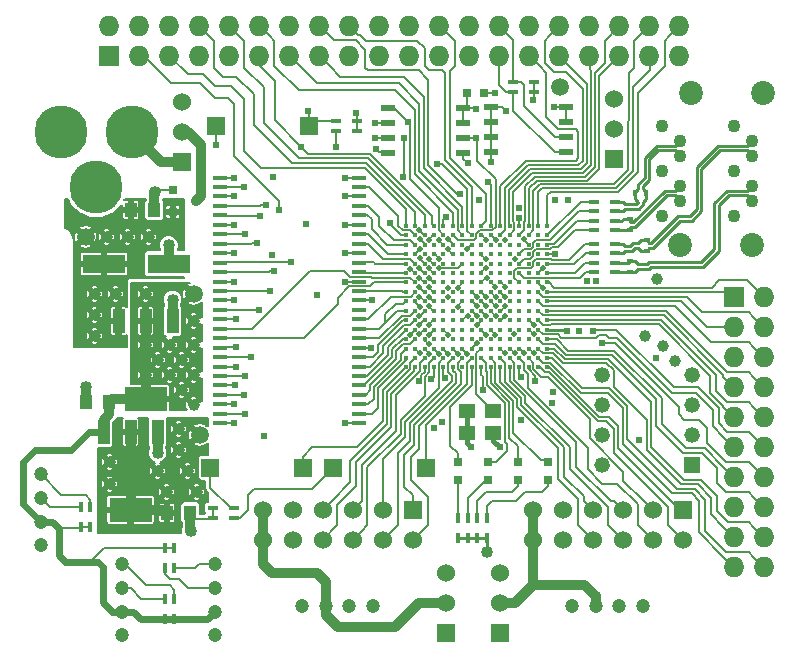
<source format=gtl>
G04 #@! TF.GenerationSoftware,KiCad,Pcbnew,5.0.2+dfsg1-1*
G04 #@! TF.CreationDate,2019-07-13T11:11:03-06:00*
G04 #@! TF.ProjectId,CAT,4341542e-6b69-4636-9164-5f7063625858,0.1*
G04 #@! TF.SameCoordinates,Original*
G04 #@! TF.FileFunction,Copper,L1,Top*
G04 #@! TF.FilePolarity,Positive*
%FSLAX46Y46*%
G04 Gerber Fmt 4.6, Leading zero omitted, Abs format (unit mm)*
G04 Created by KiCad (PCBNEW 5.0.2+dfsg1-1) date Sat 13 Jul 2019 11:11:03 AM MDT*
%MOMM*%
%LPD*%
G01*
G04 APERTURE LIST*
G04 #@! TA.AperFunction,SMDPad,CuDef*
%ADD10R,0.400000X0.600000*%
G04 #@! TD*
G04 #@! TA.AperFunction,ComponentPad*
%ADD11C,1.089660*%
G04 #@! TD*
G04 #@! TA.AperFunction,ComponentPad*
%ADD12C,2.024380*%
G04 #@! TD*
G04 #@! TA.AperFunction,ComponentPad*
%ADD13C,1.000000*%
G04 #@! TD*
G04 #@! TA.AperFunction,ComponentPad*
%ADD14C,4.500000*%
G04 #@! TD*
G04 #@! TA.AperFunction,SMDPad,CuDef*
%ADD15R,0.900000X0.450000*%
G04 #@! TD*
G04 #@! TA.AperFunction,ComponentPad*
%ADD16R,1.727200X1.727200*%
G04 #@! TD*
G04 #@! TA.AperFunction,ComponentPad*
%ADD17O,1.727200X1.727200*%
G04 #@! TD*
G04 #@! TA.AperFunction,SMDPad,CuDef*
%ADD18R,1.143000X0.508000*%
G04 #@! TD*
G04 #@! TA.AperFunction,BGAPad,CuDef*
%ADD19C,0.370000*%
G04 #@! TD*
G04 #@! TA.AperFunction,SMDPad,CuDef*
%ADD20R,0.797560X0.797560*%
G04 #@! TD*
G04 #@! TA.AperFunction,SMDPad,CuDef*
%ADD21R,0.800100X0.800100*%
G04 #@! TD*
G04 #@! TA.AperFunction,SMDPad,CuDef*
%ADD22R,1.500000X1.500000*%
G04 #@! TD*
G04 #@! TA.AperFunction,SMDPad,CuDef*
%ADD23R,0.450000X0.900000*%
G04 #@! TD*
G04 #@! TA.AperFunction,SMDPad,CuDef*
%ADD24R,0.600000X0.400000*%
G04 #@! TD*
G04 #@! TA.AperFunction,SMDPad,CuDef*
%ADD25R,3.599180X1.600200*%
G04 #@! TD*
G04 #@! TA.AperFunction,SMDPad,CuDef*
%ADD26R,1.000000X1.250000*%
G04 #@! TD*
G04 #@! TA.AperFunction,SMDPad,CuDef*
%ADD27R,0.800000X0.750000*%
G04 #@! TD*
G04 #@! TA.AperFunction,ComponentPad*
%ADD28C,1.501140*%
G04 #@! TD*
G04 #@! TA.AperFunction,ComponentPad*
%ADD29R,1.320800X1.320800*%
G04 #@! TD*
G04 #@! TA.AperFunction,ComponentPad*
%ADD30C,1.320800*%
G04 #@! TD*
G04 #@! TA.AperFunction,SMDPad,CuDef*
%ADD31R,1.400000X1.200000*%
G04 #@! TD*
G04 #@! TA.AperFunction,SMDPad,CuDef*
%ADD32R,1.250000X0.450000*%
G04 #@! TD*
G04 #@! TA.AperFunction,SMDPad,CuDef*
%ADD33R,1.250000X0.400000*%
G04 #@! TD*
G04 #@! TA.AperFunction,SMDPad,CuDef*
%ADD34R,3.657600X2.032000*%
G04 #@! TD*
G04 #@! TA.AperFunction,SMDPad,CuDef*
%ADD35R,1.016000X2.032000*%
G04 #@! TD*
G04 #@! TA.AperFunction,ComponentPad*
%ADD36R,1.524000X1.524000*%
G04 #@! TD*
G04 #@! TA.AperFunction,ComponentPad*
%ADD37C,1.524000*%
G04 #@! TD*
G04 #@! TA.AperFunction,ComponentPad*
%ADD38C,1.200000*%
G04 #@! TD*
G04 #@! TA.AperFunction,ViaPad*
%ADD39C,0.500000*%
G04 #@! TD*
G04 #@! TA.AperFunction,ViaPad*
%ADD40C,0.609600*%
G04 #@! TD*
G04 #@! TA.AperFunction,ViaPad*
%ADD41C,1.016000*%
G04 #@! TD*
G04 #@! TA.AperFunction,Conductor*
%ADD42C,0.812800*%
G04 #@! TD*
G04 #@! TA.AperFunction,Conductor*
%ADD43C,0.203200*%
G04 #@! TD*
G04 #@! TA.AperFunction,Conductor*
%ADD44C,0.152400*%
G04 #@! TD*
G04 #@! TA.AperFunction,Conductor*
%ADD45C,0.609600*%
G04 #@! TD*
G04 #@! TA.AperFunction,Conductor*
%ADD46C,0.406400*%
G04 #@! TD*
G04 #@! TA.AperFunction,Conductor*
%ADD47C,0.099990*%
G04 #@! TD*
G04 #@! TA.AperFunction,Conductor*
%ADD48C,0.254000*%
G04 #@! TD*
G04 #@! TA.AperFunction,Conductor*
%ADD49C,0.100000*%
G04 #@! TD*
G04 #@! TA.AperFunction,Conductor*
%ADD50C,0.101600*%
G04 #@! TD*
G04 #@! TA.AperFunction,Conductor*
%ADD51C,0.099999*%
G04 #@! TD*
G04 #@! TA.AperFunction,Conductor*
%ADD52C,0.127000*%
G04 #@! TD*
G04 #@! TA.AperFunction,Conductor*
%ADD53C,0.250000*%
G04 #@! TD*
G04 APERTURE END LIST*
D10*
G04 #@! TO.P,R5,1*
G04 #@! TO.N,/SATA2_B_P*
X52890000Y-16891000D03*
G04 #@! TO.P,R5,2*
G04 #@! TO.N,/SATA2_B_N*
X53790000Y-16891000D03*
G04 #@! TD*
D11*
G04 #@! TO.P,SATA2,1*
G04 #@! TO.N,GND*
X55154000Y-18780000D03*
G04 #@! TO.P,SATA2,2*
G04 #@! TO.N,/SATA2_A_P*
X56654000Y-17510000D03*
G04 #@! TO.P,SATA2,3*
G04 #@! TO.N,/SATA2_A_N*
X56654000Y-16240000D03*
G04 #@! TO.P,SATA2,4*
G04 #@! TO.N,GND*
X55154000Y-14970000D03*
G04 #@! TO.P,SATA2,5*
G04 #@! TO.N,/SATA2_B_N*
X56654000Y-13700000D03*
G04 #@! TO.P,SATA2,6*
G04 #@! TO.N,/SATA2_B_P*
X56654000Y-12430000D03*
G04 #@! TO.P,SATA2,7*
G04 #@! TO.N,Net-(JP6-Pad2)*
X55154000Y-11160000D03*
D12*
G04 #@! TO.P,SATA2,P1*
G04 #@! TO.N,N/C*
X56654000Y-21240000D03*
G04 #@! TO.P,SATA2,P2*
X57654000Y-8410000D03*
G04 #@! TD*
D13*
G04 #@! TO.P,REF\002A\002A,1*
G04 #@! TO.N,VCCIO_3*
X55245000Y-29845000D03*
G04 #@! TD*
G04 #@! TO.P,REF\002A\002A,1*
G04 #@! TO.N,VCCIO_3*
X53721000Y-28956000D03*
G04 #@! TD*
G04 #@! TO.P,REF\002A\002A,1*
G04 #@! TO.N,VCCIO_3*
X56261000Y-31115000D03*
G04 #@! TD*
G04 #@! TO.P,REF\002A\002A,1*
G04 #@! TO.N,+1.2V*
X14224000Y-36830000D03*
G04 #@! TD*
G04 #@! TO.P,REF\002A\002A,1*
G04 #@! TO.N,+1.2V*
X13208000Y-42164000D03*
G04 #@! TD*
G04 #@! TO.P,REF\002A\002A,1*
G04 #@! TO.N,+1.2V*
X15748000Y-42164000D03*
G04 #@! TD*
G04 #@! TO.P,REF\002A\002A,1*
G04 #@! TO.N,+1.2V*
X14986000Y-40386000D03*
G04 #@! TD*
G04 #@! TO.P,REF\002A\002A,1*
G04 #@! TO.N,+1.2V*
X12446000Y-40386000D03*
G04 #@! TD*
G04 #@! TO.P,REF\002A\002A,1*
G04 #@! TO.N,+1.2V*
X14224000Y-38608000D03*
G04 #@! TD*
G04 #@! TO.P,REF\002A\002A,1*
G04 #@! TO.N,+1.2V*
X8382000Y-41529000D03*
G04 #@! TD*
G04 #@! TO.P,REF\002A\002A,1*
G04 #@! TO.N,+1.2V*
X8382000Y-39624000D03*
G04 #@! TD*
G04 #@! TO.P,REF\002A\002A,1*
G04 #@! TO.N,+5V*
X8890000Y-25400000D03*
G04 #@! TD*
G04 #@! TO.P,REF\002A\002A,1*
G04 #@! TO.N,+5V*
X11684000Y-20574000D03*
G04 #@! TD*
G04 #@! TO.P,REF\002A\002A,1*
G04 #@! TO.N,+5V*
X9906000Y-20574000D03*
G04 #@! TD*
G04 #@! TO.P,REF\002A\002A,1*
G04 #@! TO.N,+5V*
X8128000Y-20574000D03*
G04 #@! TD*
G04 #@! TO.P,REF\002A\002A,1*
G04 #@! TO.N,+5V*
X7112000Y-25400000D03*
G04 #@! TD*
G04 #@! TO.P,REF\002A\002A,1*
G04 #@! TO.N,+5V*
X7112000Y-27178000D03*
G04 #@! TD*
G04 #@! TO.P,REF\002A\002A,1*
G04 #@! TO.N,+3.3V*
X11430000Y-25400000D03*
G04 #@! TD*
G04 #@! TO.P,REF\002A\002A,1*
G04 #@! TO.N,+5V*
X7112000Y-28956000D03*
G04 #@! TD*
G04 #@! TO.P,REF\002A\002A,1*
G04 #@! TO.N,+3.3V*
X15494000Y-27686000D03*
G04 #@! TD*
G04 #@! TO.P,REF\002A\002A,1*
G04 #@! TO.N,+3.3V*
X15494000Y-34798000D03*
G04 #@! TD*
G04 #@! TO.P,REF\002A\002A,1*
G04 #@! TO.N,+3.3V*
X14478000Y-33528000D03*
G04 #@! TD*
G04 #@! TO.P,REF\002A\002A,1*
G04 #@! TO.N,+3.3V*
X15494000Y-32258000D03*
G04 #@! TD*
G04 #@! TO.P,REF\002A\002A,1*
G04 #@! TO.N,+3.3V*
X15494000Y-29718000D03*
G04 #@! TD*
G04 #@! TO.P,REF\002A\002A,1*
G04 #@! TO.N,+3.3V*
X14478000Y-30988000D03*
G04 #@! TD*
G04 #@! TO.P,REF\002A\002A,1*
G04 #@! TO.N,+3.3V*
X13462000Y-32258000D03*
G04 #@! TD*
G04 #@! TO.P,REF\002A\002A,1*
G04 #@! TO.N,+3.3V*
X13462000Y-29718000D03*
G04 #@! TD*
G04 #@! TO.P,REF\002A\002A,1*
G04 #@! TO.N,+3.3V*
X12446000Y-30988000D03*
G04 #@! TD*
G04 #@! TO.P,REF\002A\002A,1*
G04 #@! TO.N,+3.3V*
X11430000Y-32258000D03*
G04 #@! TD*
D14*
G04 #@! TO.P,CON1,1*
G04 #@! TO.N,Net-(CON1-Pad1)*
X10264140Y-11684000D03*
G04 #@! TO.P,CON1,2*
G04 #@! TO.N,GND*
X4264660Y-11684000D03*
G04 #@! TO.P,CON1,3*
G04 #@! TO.N,Net-(CON1-Pad3)*
X7264400Y-16383000D03*
G04 #@! TD*
D15*
G04 #@! TO.P,RN1,1*
G04 #@! TO.N,+3.3V*
X44284000Y-8274000D03*
G04 #@! TO.P,RN1,2*
X44284000Y-7474000D03*
G04 #@! TO.P,RN1,3*
G04 #@! TO.N,BCM1_ID_SC*
X42584000Y-7474000D03*
G04 #@! TO.P,RN1,4*
G04 #@! TO.N,BCM0_ID_SD*
X42584000Y-8274000D03*
G04 #@! TD*
D16*
G04 #@! TO.P,GPIO1,1*
G04 #@! TO.N,Net-(GPIO1-Pad1)*
X8370000Y-5270000D03*
D17*
G04 #@! TO.P,GPIO1,2*
G04 #@! TO.N,+5V-RPi*
X8370000Y-2730000D03*
G04 #@! TO.P,GPIO1,3*
G04 #@! TO.N,BCM2_SDA*
X10910000Y-5270000D03*
G04 #@! TO.P,GPIO1,4*
G04 #@! TO.N,+5V-RPi*
X10910000Y-2730000D03*
G04 #@! TO.P,GPIO1,5*
G04 #@! TO.N,BCM3_SCL*
X13450000Y-5270000D03*
G04 #@! TO.P,GPIO1,6*
G04 #@! TO.N,GND*
X13450000Y-2730000D03*
G04 #@! TO.P,GPIO1,7*
G04 #@! TO.N,BCM4_GPCLK0*
X15990000Y-5270000D03*
G04 #@! TO.P,GPIO1,8*
G04 #@! TO.N,BCM14_TXD*
X15990000Y-2730000D03*
G04 #@! TO.P,GPIO1,9*
G04 #@! TO.N,GND*
X18530000Y-5270000D03*
G04 #@! TO.P,GPIO1,10*
G04 #@! TO.N,BCM15_RXD*
X18530000Y-2730000D03*
G04 #@! TO.P,GPIO1,11*
G04 #@! TO.N,BCM17*
X21070000Y-5270000D03*
G04 #@! TO.P,GPIO1,12*
G04 #@! TO.N,BCM18_PCM_C*
X21070000Y-2730000D03*
G04 #@! TO.P,GPIO1,13*
G04 #@! TO.N,BCM27_PCM_0*
X23610000Y-5270000D03*
G04 #@! TO.P,GPIO1,14*
G04 #@! TO.N,GND*
X23610000Y-2730000D03*
G04 #@! TO.P,GPIO1,15*
G04 #@! TO.N,BCM22*
X26150000Y-5270000D03*
G04 #@! TO.P,GPIO1,16*
G04 #@! TO.N,BCM23*
X26150000Y-2730000D03*
G04 #@! TO.P,GPIO1,17*
G04 #@! TO.N,Net-(GPIO1-Pad17)*
X28690000Y-5270000D03*
G04 #@! TO.P,GPIO1,18*
G04 #@! TO.N,BCM24*
X28690000Y-2730000D03*
G04 #@! TO.P,GPIO1,19*
G04 #@! TO.N,BCM10_MOSI*
X31230000Y-5270000D03*
G04 #@! TO.P,GPIO1,20*
G04 #@! TO.N,GND*
X31230000Y-2730000D03*
G04 #@! TO.P,GPIO1,21*
G04 #@! TO.N,BCM9_MISO*
X33770000Y-5270000D03*
G04 #@! TO.P,GPIO1,22*
G04 #@! TO.N,BCM25*
X33770000Y-2730000D03*
G04 #@! TO.P,GPIO1,23*
G04 #@! TO.N,BCM11_SCLK*
X36310000Y-5270000D03*
G04 #@! TO.P,GPIO1,24*
G04 #@! TO.N,BCM8_CE0*
X36310000Y-2730000D03*
G04 #@! TO.P,GPIO1,25*
G04 #@! TO.N,GND*
X38850000Y-5270000D03*
G04 #@! TO.P,GPIO1,26*
G04 #@! TO.N,BCM7_CE1*
X38850000Y-2730000D03*
G04 #@! TO.P,GPIO1,27*
G04 #@! TO.N,BCM0_ID_SD*
X41390000Y-5270000D03*
G04 #@! TO.P,GPIO1,28*
G04 #@! TO.N,BCM1_ID_SC*
X41390000Y-2730000D03*
G04 #@! TO.P,GPIO1,29*
G04 #@! TO.N,BCM5*
X43930000Y-5270000D03*
G04 #@! TO.P,GPIO1,30*
G04 #@! TO.N,GND*
X43930000Y-2730000D03*
G04 #@! TO.P,GPIO1,31*
G04 #@! TO.N,BCM6*
X46470000Y-5270000D03*
G04 #@! TO.P,GPIO1,32*
G04 #@! TO.N,BCM12*
X46470000Y-2730000D03*
G04 #@! TO.P,GPIO1,33*
G04 #@! TO.N,BCM13*
X49010000Y-5270000D03*
G04 #@! TO.P,GPIO1,34*
G04 #@! TO.N,GND*
X49010000Y-2730000D03*
G04 #@! TO.P,GPIO1,35*
G04 #@! TO.N,BCM19_MISO*
X51550000Y-5270000D03*
G04 #@! TO.P,GPIO1,36*
G04 #@! TO.N,BCM16*
X51550000Y-2730000D03*
G04 #@! TO.P,GPIO1,37*
G04 #@! TO.N,BCM26*
X54090000Y-5270000D03*
G04 #@! TO.P,GPIO1,38*
G04 #@! TO.N,BCM20_MOSI*
X54090000Y-2730000D03*
G04 #@! TO.P,GPIO1,39*
G04 #@! TO.N,GND*
X56630000Y-5270000D03*
G04 #@! TO.P,GPIO1,40*
G04 #@! TO.N,BCM21_SCLK*
X56630000Y-2730000D03*
G04 #@! TD*
D18*
G04 #@! TO.P,U2,8*
G04 #@! TO.N,+3.3V*
X47051640Y-9593840D03*
G04 #@! TO.P,U2,7*
X47051640Y-10863840D03*
G04 #@! TO.P,U2,6*
G04 #@! TO.N,BCM1_ID_SC*
X47051640Y-12133840D03*
G04 #@! TO.P,U2,5*
G04 #@! TO.N,BCM0_ID_SD*
X47051640Y-13403840D03*
G04 #@! TO.P,U2,4*
G04 #@! TO.N,GND*
X40701640Y-13403840D03*
G04 #@! TO.P,U2,3*
X40701640Y-12133840D03*
G04 #@! TO.P,U2,2*
X40701640Y-10863840D03*
G04 #@! TO.P,U2,1*
X40701640Y-9593840D03*
G04 #@! TD*
D19*
G04 #@! TO.P,U4,A1*
G04 #@! TO.N,PM2-A1*
X45456360Y-31636220D03*
G04 #@! TO.P,U4,B1*
G04 #@! TO.N,HDR1-20*
X45456360Y-30836220D03*
G04 #@! TO.P,U4,C1*
G04 #@! TO.N,HDR1-18*
X45456360Y-30036220D03*
G04 #@! TO.P,U4,D1*
G04 #@! TO.N,HDR1-13*
X45456360Y-29236220D03*
G04 #@! TO.P,U4,E1*
G04 #@! TO.N,VCCIO_3*
X45456360Y-28436220D03*
G04 #@! TO.P,U4,F1*
G04 #@! TO.N,HDR1-10*
X45456360Y-27636220D03*
G04 #@! TO.P,U4,G1*
G04 #@! TO.N,HDR1-8*
X45456360Y-26836220D03*
G04 #@! TO.P,U4,H1*
G04 #@! TO.N,HDR1-3*
X45456360Y-26036220D03*
G04 #@! TO.P,U4,J1*
G04 #@! TO.N,HDR1-1*
X45456360Y-25236220D03*
G04 #@! TO.P,U4,K1*
G04 #@! TO.N,HDR1-2*
X45456360Y-24436220D03*
G04 #@! TO.P,U4,L1*
G04 #@! TO.N,SATA1_A-*
X45456360Y-23636220D03*
G04 #@! TO.P,U4,M1*
G04 #@! TO.N,SATA1_B-*
X45456360Y-22836220D03*
G04 #@! TO.P,U4,N1*
G04 #@! TO.N,VCCIO_3*
X45456360Y-22036220D03*
G04 #@! TO.P,U4,P1*
G04 #@! TO.N,SATA2_A-*
X45456360Y-21236220D03*
G04 #@! TO.P,U4,R1*
G04 #@! TO.N,SATA2_B+*
X45456360Y-20436220D03*
G04 #@! TO.P,U4,T1*
G04 #@! TO.N,BCM21_SCLK*
X45456360Y-19636220D03*
G04 #@! TO.P,U4,A2*
G04 #@! TO.N,PM2-B1*
X44656360Y-31636220D03*
G04 #@! TO.P,U4,B2*
G04 #@! TO.N,HDR1-19*
X44656360Y-30836220D03*
G04 #@! TO.P,U4,C2*
G04 #@! TO.N,HDR1-17*
X44656360Y-30036220D03*
G04 #@! TO.P,U4,D2*
G04 #@! TO.N,HDR1-16*
X44656360Y-29236220D03*
G04 #@! TO.P,U4,E2*
G04 #@! TO.N,HDR1-11*
X44656360Y-28436220D03*
G04 #@! TO.P,U4,F2*
G04 #@! TO.N,HDR1-9*
X44656360Y-27636220D03*
G04 #@! TO.P,U4,G2*
G04 #@! TO.N,HDR1-7*
X44656360Y-26836220D03*
G04 #@! TO.P,U4,H2*
G04 #@! TO.N,HDR1-6*
X44656360Y-26036220D03*
G04 #@! TO.P,U4,J2*
G04 #@! TO.N,HDR1-4*
X44656360Y-25236220D03*
G04 #@! TO.P,U4,K2*
G04 #@! TO.N,GND*
X44656360Y-24436220D03*
G04 #@! TO.P,U4,L2*
G04 #@! TO.N,+1.2V*
X44656360Y-23636220D03*
G04 #@! TO.P,U4,M2*
G04 #@! TO.N,Net-(U4-PadM2)*
X44656360Y-22836220D03*
G04 #@! TO.P,U4,N2*
G04 #@! TO.N,Net-(U4-PadN2)*
X44656360Y-22036220D03*
G04 #@! TO.P,U4,P2*
G04 #@! TO.N,Net-(U4-PadP2)*
X44656360Y-21236220D03*
G04 #@! TO.P,U4,R2*
G04 #@! TO.N,Net-(U4-PadR2)*
X44656360Y-20436220D03*
G04 #@! TO.P,U4,T2*
G04 #@! TO.N,BCM26*
X44656360Y-19636220D03*
G04 #@! TO.P,U4,A3*
G04 #@! TO.N,+3.3V*
X43856360Y-31636220D03*
G04 #@! TO.P,U4,B3*
G04 #@! TO.N,PM2-A2*
X43856360Y-30836220D03*
G04 #@! TO.P,U4,C3*
G04 #@! TO.N,DIPSW4*
X43856360Y-30036220D03*
G04 #@! TO.P,U4,D3*
G04 #@! TO.N,Net-(U4-PadD3)*
X43856360Y-29236220D03*
G04 #@! TO.P,U4,E3*
G04 #@! TO.N,HDR1-14*
X43856360Y-28436220D03*
G04 #@! TO.P,U4,F3*
G04 #@! TO.N,HDR1-12*
X43856360Y-27636220D03*
G04 #@! TO.P,U4,G3*
G04 #@! TO.N,Net-(U4-PadG3)*
X43856360Y-26836220D03*
G04 #@! TO.P,U4,H3*
G04 #@! TO.N,Net-(U4-PadH3)*
X43856360Y-26036220D03*
G04 #@! TO.P,U4,J3*
G04 #@! TO.N,Net-(U4-PadJ3)*
X43856360Y-25236220D03*
G04 #@! TO.P,U4,K3*
G04 #@! TO.N,Net-(U4-PadK3)*
X43856360Y-24436220D03*
G04 #@! TO.P,U4,L3*
G04 #@! TO.N,Net-(U4-PadL3)*
X43856360Y-23636220D03*
G04 #@! TO.P,U4,M3*
G04 #@! TO.N,Net-(U4-PadM3)*
X43856360Y-22836220D03*
G04 #@! TO.P,U4,N3*
G04 #@! TO.N,Net-(U4-PadN3)*
X43856360Y-22036220D03*
G04 #@! TO.P,U4,P3*
G04 #@! TO.N,+3.3V*
X43856360Y-21236220D03*
G04 #@! TO.P,U4,R3*
G04 #@! TO.N,BCM20_MOSI*
X43856360Y-20436220D03*
G04 #@! TO.P,U4,T3*
G04 #@! TO.N,BCM19_MISO*
X43856360Y-19636220D03*
G04 #@! TO.P,U4,A4*
G04 #@! TO.N,GND*
X43056360Y-31636220D03*
G04 #@! TO.P,U4,B4*
G04 #@! TO.N,PM2-B2*
X43056360Y-30836220D03*
G04 #@! TO.P,U4,C4*
G04 #@! TO.N,DIPSW3*
X43056360Y-30036220D03*
G04 #@! TO.P,U4,D4*
G04 #@! TO.N,Net-(U4-PadD4)*
X43056360Y-29236220D03*
G04 #@! TO.P,U4,E4*
G04 #@! TO.N,Net-(U4-PadE4)*
X43056360Y-28436220D03*
G04 #@! TO.P,U4,F4*
G04 #@! TO.N,Net-(U4-PadF4)*
X43056360Y-27636220D03*
G04 #@! TO.P,U4,G4*
G04 #@! TO.N,Net-(U4-PadG4)*
X43056360Y-26836220D03*
G04 #@! TO.P,U4,H4*
G04 #@! TO.N,Net-(U4-PadH4)*
X43056360Y-26036220D03*
G04 #@! TO.P,U4,J4*
G04 #@! TO.N,Net-(U4-PadJ4)*
X43056360Y-25236220D03*
G04 #@! TO.P,U4,K4*
G04 #@! TO.N,SATA1_B+*
X43056360Y-24436220D03*
G04 #@! TO.P,U4,L4*
G04 #@! TO.N,SATA1_A+*
X43056360Y-23636220D03*
G04 #@! TO.P,U4,M4*
G04 #@! TO.N,SATA2_A+*
X43056360Y-22836220D03*
G04 #@! TO.P,U4,N4*
G04 #@! TO.N,SATA2_B-*
X43056360Y-22036220D03*
G04 #@! TO.P,U4,P4*
G04 #@! TO.N,Net-(U4-PadP4)*
X43056360Y-21236220D03*
G04 #@! TO.P,U4,R4*
G04 #@! TO.N,BCM16*
X43056360Y-20436220D03*
G04 #@! TO.P,U4,T4*
G04 #@! TO.N,GND*
X43056360Y-19636220D03*
G04 #@! TO.P,U4,A5*
G04 #@! TO.N,PM2-B3*
X42256360Y-31636220D03*
G04 #@! TO.P,U4,B5*
G04 #@! TO.N,PM2-A3*
X42256360Y-30836220D03*
G04 #@! TO.P,U4,C5*
G04 #@! TO.N,DIPSW2*
X42256360Y-30036220D03*
G04 #@! TO.P,U4,D5*
G04 #@! TO.N,Net-(U4-PadD5)*
X42256360Y-29236220D03*
G04 #@! TO.P,U4,E5*
G04 #@! TO.N,Net-(U4-PadE5)*
X42256360Y-28436220D03*
G04 #@! TO.P,U4,F5*
G04 #@! TO.N,Net-(U4-PadF5)*
X42256360Y-27636220D03*
G04 #@! TO.P,U4,G5*
G04 #@! TO.N,Net-(U4-PadG5)*
X42256360Y-26836220D03*
G04 #@! TO.P,U4,H5*
G04 #@! TO.N,Net-(U4-PadH5)*
X42256360Y-26036220D03*
G04 #@! TO.P,U4,J5*
G04 #@! TO.N,Net-(U4-PadJ5)*
X42256360Y-25236220D03*
G04 #@! TO.P,U4,K5*
G04 #@! TO.N,Net-(U4-PadK5)*
X42256360Y-24436220D03*
G04 #@! TO.P,U4,L5*
G04 #@! TO.N,Net-(U4-PadL5)*
X42256360Y-23636220D03*
G04 #@! TO.P,U4,M5*
G04 #@! TO.N,Net-(U4-PadM5)*
X42256360Y-22836220D03*
G04 #@! TO.P,U4,N5*
G04 #@! TO.N,Net-(U4-PadN5)*
X42256360Y-22036220D03*
G04 #@! TO.P,U4,P5*
G04 #@! TO.N,Net-(U4-PadP5)*
X42256360Y-21236220D03*
G04 #@! TO.P,U4,R5*
G04 #@! TO.N,BCM13*
X42256360Y-20436220D03*
G04 #@! TO.P,U4,T5*
G04 #@! TO.N,BCM6*
X42256360Y-19636220D03*
G04 #@! TO.P,U4,A6*
G04 #@! TO.N,PM2-B4*
X41456360Y-31636220D03*
G04 #@! TO.P,U4,B6*
G04 #@! TO.N,PM2-A4*
X41456360Y-30836220D03*
G04 #@! TO.P,U4,C6*
G04 #@! TO.N,DIPSW1*
X41456360Y-30036220D03*
G04 #@! TO.P,U4,D6*
G04 #@! TO.N,Net-(U4-PadD6)*
X41456360Y-29236220D03*
G04 #@! TO.P,U4,E6*
G04 #@! TO.N,Net-(U4-PadE6)*
X41456360Y-28436220D03*
G04 #@! TO.P,U4,F6*
G04 #@! TO.N,+1.2V*
X41456360Y-27636220D03*
G04 #@! TO.P,U4,G6*
G04 #@! TO.N,VCCIO_3*
X41456360Y-26836220D03*
G04 #@! TO.P,U4,H6*
G04 #@! TO.N,Net-(U4-PadH6)*
X41456360Y-26036220D03*
G04 #@! TO.P,U4,J6*
G04 #@! TO.N,VCCIO_3*
X41456360Y-25236220D03*
G04 #@! TO.P,U4,K6*
G04 #@! TO.N,+1.2V*
X41456360Y-24436220D03*
G04 #@! TO.P,U4,L6*
G04 #@! TO.N,Net-(U4-PadL6)*
X41456360Y-23636220D03*
G04 #@! TO.P,U4,M6*
G04 #@! TO.N,Net-(U4-PadM6)*
X41456360Y-22836220D03*
G04 #@! TO.P,U4,N6*
G04 #@! TO.N,Net-(U4-PadN6)*
X41456360Y-22036220D03*
G04 #@! TO.P,U4,P6*
G04 #@! TO.N,Net-(U4-PadP6)*
X41456360Y-21236220D03*
G04 #@! TO.P,U4,R6*
G04 #@! TO.N,BCM12*
X41456360Y-20436220D03*
G04 #@! TO.P,U4,T6*
G04 #@! TO.N,BCM5*
X41456360Y-19636220D03*
G04 #@! TO.P,U4,A7*
G04 #@! TO.N,LED3*
X40656360Y-31636220D03*
G04 #@! TO.P,U4,B7*
G04 #@! TO.N,LED4*
X40656360Y-30836220D03*
G04 #@! TO.P,U4,C7*
G04 #@! TO.N,Net-(U4-PadC7)*
X40656360Y-30036220D03*
G04 #@! TO.P,U4,D7*
G04 #@! TO.N,Net-(U4-PadD7)*
X40656360Y-29236220D03*
G04 #@! TO.P,U4,E7*
G04 #@! TO.N,Net-(C32-Pad1)*
X40656360Y-28436220D03*
G04 #@! TO.P,U4,F7*
G04 #@! TO.N,Net-(U4-PadF7)*
X40656360Y-27636220D03*
G04 #@! TO.P,U4,G7*
G04 #@! TO.N,GND*
X40656360Y-26836220D03*
G04 #@! TO.P,U4,H7*
X40656360Y-26036220D03*
G04 #@! TO.P,U4,J7*
X40656360Y-25236220D03*
G04 #@! TO.P,U4,K7*
X40656360Y-24436220D03*
G04 #@! TO.P,U4,L7*
G04 #@! TO.N,Net-(U4-PadL7)*
X40656360Y-23636220D03*
G04 #@! TO.P,U4,M7*
G04 #@! TO.N,Net-(U4-PadM7)*
X40656360Y-22836220D03*
G04 #@! TO.P,U4,N7*
G04 #@! TO.N,Net-(U4-PadN7)*
X40656360Y-22036220D03*
G04 #@! TO.P,U4,P7*
G04 #@! TO.N,Net-(U4-PadP7)*
X40656360Y-21236220D03*
G04 #@! TO.P,U4,R7*
G04 #@! TO.N,GND*
X40656360Y-20436220D03*
G04 #@! TO.P,U4,T7*
G04 #@! TO.N,BCM7_CE1*
X40656360Y-19636220D03*
G04 #@! TO.P,U4,A8*
G04 #@! TO.N,+3.3V*
X39856360Y-31636220D03*
G04 #@! TO.P,U4,B8*
G04 #@! TO.N,LED2*
X39856360Y-30836220D03*
G04 #@! TO.P,U4,C8*
G04 #@! TO.N,USER_CLK*
X39856360Y-30036220D03*
G04 #@! TO.P,U4,D8*
G04 #@! TO.N,Net-(U4-PadD8)*
X39856360Y-29236220D03*
G04 #@! TO.P,U4,E8*
G04 #@! TO.N,Net-(C32-Pad2)*
X39856360Y-28436220D03*
G04 #@! TO.P,U4,F8*
G04 #@! TO.N,+3.3V*
X39856360Y-27636220D03*
G04 #@! TO.P,U4,G8*
G04 #@! TO.N,GND*
X39856360Y-26836220D03*
G04 #@! TO.P,U4,H8*
X39856360Y-26036220D03*
G04 #@! TO.P,U4,J8*
X39856360Y-25236220D03*
G04 #@! TO.P,U4,K8*
G04 #@! TO.N,+3.3V*
X39856360Y-24436220D03*
G04 #@! TO.P,U4,L8*
G04 #@! TO.N,Net-(C33-Pad2)*
X39856360Y-23636220D03*
G04 #@! TO.P,U4,M8*
G04 #@! TO.N,Net-(U4-PadM8)*
X39856360Y-22836220D03*
G04 #@! TO.P,U4,N8*
G04 #@! TO.N,Net-(C33-Pad1)*
X39856360Y-22036220D03*
G04 #@! TO.P,U4,P8*
G04 #@! TO.N,Net-(U4-PadP8)*
X39856360Y-21236220D03*
G04 #@! TO.P,U4,R8*
G04 #@! TO.N,+3.3V*
X39856360Y-20436220D03*
G04 #@! TO.P,U4,T8*
G04 #@! TO.N,BCM8_CE0*
X39856360Y-19636220D03*
G04 #@! TO.P,U4,A9*
G04 #@! TO.N,LED1*
X39056360Y-31636220D03*
G04 #@! TO.P,U4,B9*
G04 #@! TO.N,SW2*
X39056360Y-30836220D03*
G04 #@! TO.P,U4,C9*
G04 #@! TO.N,GR1-IO2*
X39056360Y-30036220D03*
G04 #@! TO.P,U4,D9*
G04 #@! TO.N,Net-(U4-PadD9)*
X39056360Y-29236220D03*
G04 #@! TO.P,U4,E9*
G04 #@! TO.N,Net-(U4-PadE9)*
X39056360Y-28436220D03*
G04 #@! TO.P,U4,F9*
G04 #@! TO.N,Net-(U4-PadF9)*
X39056360Y-27636220D03*
G04 #@! TO.P,U4,G9*
G04 #@! TO.N,GND*
X39056360Y-26836220D03*
G04 #@! TO.P,U4,H9*
X39056360Y-26036220D03*
G04 #@! TO.P,U4,J9*
X39056360Y-25236220D03*
G04 #@! TO.P,U4,K9*
G04 #@! TO.N,Net-(U4-PadK9)*
X39056360Y-24436220D03*
G04 #@! TO.P,U4,L9*
G04 #@! TO.N,Net-(U4-PadL9)*
X39056360Y-23636220D03*
G04 #@! TO.P,U4,M9*
G04 #@! TO.N,Net-(U4-PadM9)*
X39056360Y-22836220D03*
G04 #@! TO.P,U4,N9*
G04 #@! TO.N,Net-(U4-PadN9)*
X39056360Y-22036220D03*
G04 #@! TO.P,U4,P9*
G04 #@! TO.N,BCM23*
X39056360Y-21236220D03*
G04 #@! TO.P,U4,R9*
G04 #@! TO.N,BCM4_GPCLK0*
X39056360Y-20436220D03*
G04 #@! TO.P,U4,T9*
G04 #@! TO.N,BCM24*
X39056360Y-19636220D03*
G04 #@! TO.P,U4,A10*
G04 #@! TO.N,Net-(U4-PadA10)*
X38256360Y-31636220D03*
G04 #@! TO.P,U4,B10*
G04 #@! TO.N,PM3-B1*
X38256360Y-30836220D03*
G04 #@! TO.P,U4,C10*
G04 #@! TO.N,GR1-IO1*
X38256360Y-30036220D03*
G04 #@! TO.P,U4,D10*
G04 #@! TO.N,Net-(U4-PadD10)*
X38256360Y-29236220D03*
G04 #@! TO.P,U4,E10*
G04 #@! TO.N,Net-(U4-PadE10)*
X38256360Y-28436220D03*
G04 #@! TO.P,U4,F10*
G04 #@! TO.N,+1.2V*
X38256360Y-27636220D03*
G04 #@! TO.P,U4,G10*
G04 #@! TO.N,Net-(U4-PadG10)*
X38256360Y-26836220D03*
G04 #@! TO.P,U4,H10*
G04 #@! TO.N,+3.3V*
X38256360Y-26036220D03*
G04 #@! TO.P,U4,J10*
G04 #@! TO.N,Net-(U4-PadJ10)*
X38256360Y-25236220D03*
G04 #@! TO.P,U4,K10*
G04 #@! TO.N,+1.2V*
X38256360Y-24436220D03*
G04 #@! TO.P,U4,L10*
G04 #@! TO.N,Net-(U4-PadL10)*
X38256360Y-23636220D03*
G04 #@! TO.P,U4,M10*
G04 #@! TO.N,Net-(JP1-Pad2)*
X38256360Y-22836220D03*
G04 #@! TO.P,U4,N10*
G04 #@! TO.N,Net-(U4-PadN10)*
X38256360Y-22036220D03*
G04 #@! TO.P,U4,P10*
G04 #@! TO.N,Net-(U4-PadP10)*
X38256360Y-21236220D03*
G04 #@! TO.P,U4,R10*
G04 #@! TO.N,BCM27_PCM_0*
X38256360Y-20436220D03*
G04 #@! TO.P,U4,T10*
G04 #@! TO.N,BCM22*
X38256360Y-19636220D03*
G04 #@! TO.P,U4,A11*
G04 #@! TO.N,PM3-A1*
X37456360Y-31636220D03*
G04 #@! TO.P,U4,B11*
G04 #@! TO.N,PM3-B2*
X37456360Y-30836220D03*
G04 #@! TO.P,U4,C11*
G04 #@! TO.N,GR2-IO2*
X37456360Y-30036220D03*
G04 #@! TO.P,U4,D11*
G04 #@! TO.N,Net-(U4-PadD11)*
X37456360Y-29236220D03*
G04 #@! TO.P,U4,E11*
G04 #@! TO.N,Net-(U4-PadE11)*
X37456360Y-28436220D03*
G04 #@! TO.P,U4,F11*
G04 #@! TO.N,Net-(U4-PadF11)*
X37456360Y-27636220D03*
G04 #@! TO.P,U4,G11*
G04 #@! TO.N,Net-(U4-PadG11)*
X37456360Y-26836220D03*
G04 #@! TO.P,U4,H11*
G04 #@! TO.N,Net-(U4-PadH11)*
X37456360Y-26036220D03*
G04 #@! TO.P,U4,J11*
G04 #@! TO.N,Net-(U4-PadJ11)*
X37456360Y-25236220D03*
G04 #@! TO.P,U4,K11*
G04 #@! TO.N,Net-(U4-PadK11)*
X37456360Y-24436220D03*
G04 #@! TO.P,U4,L11*
G04 #@! TO.N,Net-(U4-PadL11)*
X37456360Y-23636220D03*
G04 #@! TO.P,U4,M11*
G04 #@! TO.N,Net-(U4-PadM11)*
X37456360Y-22836220D03*
G04 #@! TO.P,U4,N11*
G04 #@! TO.N,Net-(JP5-Pad2)*
X37456360Y-22036220D03*
G04 #@! TO.P,U4,P11*
G04 #@! TO.N,Net-(RN12-Pad8)*
X37456360Y-21236220D03*
G04 #@! TO.P,U4,R11*
G04 #@! TO.N,Net-(RN12-Pad5)*
X37456360Y-20436220D03*
G04 #@! TO.P,U4,T11*
G04 #@! TO.N,BCM18_PCM_C*
X37456360Y-19636220D03*
G04 #@! TO.P,U4,A12*
G04 #@! TO.N,GND*
X36656360Y-31636220D03*
G04 #@! TO.P,U4,B12*
G04 #@! TO.N,PM3-A2*
X36656360Y-30836220D03*
G04 #@! TO.P,U4,C12*
G04 #@! TO.N,GR2-IO1*
X36656360Y-30036220D03*
G04 #@! TO.P,U4,D12*
G04 #@! TO.N,Net-(U4-PadD12)*
X36656360Y-29236220D03*
G04 #@! TO.P,U4,E12*
G04 #@! TO.N,Net-(D1-Pad1)*
X36656360Y-28436220D03*
G04 #@! TO.P,U4,F12*
G04 #@! TO.N,Net-(U4-PadF12)*
X36656360Y-27636220D03*
G04 #@! TO.P,U4,G12*
G04 #@! TO.N,Net-(U4-PadG12)*
X36656360Y-26836220D03*
G04 #@! TO.P,U4,H12*
G04 #@! TO.N,Net-(U4-PadH12)*
X36656360Y-26036220D03*
G04 #@! TO.P,U4,J12*
G04 #@! TO.N,Net-(U4-PadJ12)*
X36656360Y-25236220D03*
G04 #@! TO.P,U4,K12*
G04 #@! TO.N,Net-(U4-PadK12)*
X36656360Y-24436220D03*
G04 #@! TO.P,U4,L12*
G04 #@! TO.N,Net-(U4-PadL12)*
X36656360Y-23636220D03*
G04 #@! TO.P,U4,M12*
G04 #@! TO.N,Net-(U4-PadM12)*
X36656360Y-22836220D03*
G04 #@! TO.P,U4,N12*
G04 #@! TO.N,Net-(U4-PadN12)*
X36656360Y-22036220D03*
G04 #@! TO.P,U4,P12*
G04 #@! TO.N,Net-(RN12-Pad7)*
X36656360Y-21236220D03*
G04 #@! TO.P,U4,R12*
G04 #@! TO.N,Net-(RN12-Pad6)*
X36656360Y-20436220D03*
G04 #@! TO.P,U4,T12*
G04 #@! TO.N,GND*
X36656360Y-19636220D03*
G04 #@! TO.P,U4,A13*
G04 #@! TO.N,+3.3V*
X35856360Y-31636220D03*
G04 #@! TO.P,U4,B13*
G04 #@! TO.N,PM3-B3*
X35856360Y-30836220D03*
G04 #@! TO.P,U4,C13*
G04 #@! TO.N,GR3-IO2*
X35856360Y-30036220D03*
G04 #@! TO.P,U4,D13*
G04 #@! TO.N,Net-(U4-PadD13)*
X35856360Y-29236220D03*
G04 #@! TO.P,U4,E13*
G04 #@! TO.N,SD_A2*
X35856360Y-28436220D03*
G04 #@! TO.P,U4,F13*
G04 #@! TO.N,SD_A0*
X35856360Y-27636220D03*
G04 #@! TO.P,U4,G13*
G04 #@! TO.N,SD_BS1*
X35856360Y-26836220D03*
G04 #@! TO.P,U4,H13*
G04 #@! TO.N,~SD_CS*
X35856360Y-26036220D03*
G04 #@! TO.P,U4,J13*
G04 #@! TO.N,SD_LDQM*
X35856360Y-25236220D03*
G04 #@! TO.P,U4,K13*
G04 #@! TO.N,SD_DQ6*
X35856360Y-24436220D03*
G04 #@! TO.P,U4,L13*
G04 #@! TO.N,SD_DQ4*
X35856360Y-23636220D03*
G04 #@! TO.P,U4,M13*
G04 #@! TO.N,SD_DQ2*
X35856360Y-22836220D03*
G04 #@! TO.P,U4,N13*
G04 #@! TO.N,+3.3V*
X35856360Y-22036220D03*
G04 #@! TO.P,U4,P13*
G04 #@! TO.N,Net-(U4-PadP13)*
X35856360Y-21236220D03*
G04 #@! TO.P,U4,R13*
G04 #@! TO.N,+3.3V*
X35856360Y-20436220D03*
G04 #@! TO.P,U4,T13*
G04 #@! TO.N,BCM17*
X35856360Y-19636220D03*
G04 #@! TO.P,U4,A14*
G04 #@! TO.N,+1.2V*
X35056360Y-31636220D03*
G04 #@! TO.P,U4,B14*
G04 #@! TO.N,PM3-A3*
X35056360Y-30836220D03*
G04 #@! TO.P,U4,C14*
G04 #@! TO.N,GR3-IO1*
X35056360Y-30036220D03*
G04 #@! TO.P,U4,D14*
G04 #@! TO.N,SD_A3*
X35056360Y-29236220D03*
G04 #@! TO.P,U4,E14*
G04 #@! TO.N,SD_A1*
X35056360Y-28436220D03*
G04 #@! TO.P,U4,F14*
G04 #@! TO.N,SD_A10*
X35056360Y-27636220D03*
G04 #@! TO.P,U4,G14*
G04 #@! TO.N,SD_A12*
X35056360Y-26836220D03*
G04 #@! TO.P,U4,H14*
G04 #@! TO.N,SD_BS0*
X35056360Y-26036220D03*
G04 #@! TO.P,U4,J14*
G04 #@! TO.N,~SD_WE*
X35056360Y-25236220D03*
G04 #@! TO.P,U4,K14*
G04 #@! TO.N,SD_DQ7*
X35056360Y-24436220D03*
G04 #@! TO.P,U4,L14*
G04 #@! TO.N,SD_DQ5*
X35056360Y-23636220D03*
G04 #@! TO.P,U4,M14*
G04 #@! TO.N,SD_DQ3*
X35056360Y-22836220D03*
G04 #@! TO.P,U4,N14*
G04 #@! TO.N,Net-(U4-PadN14)*
X35056360Y-22036220D03*
G04 #@! TO.P,U4,P14*
G04 #@! TO.N,SD_DQ1*
X35056360Y-21236220D03*
G04 #@! TO.P,U4,R14*
G04 #@! TO.N,SD_DQ0*
X35056360Y-20436220D03*
G04 #@! TO.P,U4,T14*
G04 #@! TO.N,BCM15_RXD*
X35056360Y-19636220D03*
G04 #@! TO.P,U4,A15*
G04 #@! TO.N,PM3-B4*
X34256360Y-31636220D03*
G04 #@! TO.P,U4,B15*
G04 #@! TO.N,PM3-A4*
X34256360Y-30836220D03*
G04 #@! TO.P,U4,C15*
G04 #@! TO.N,+3.3V*
X34256360Y-30036220D03*
G04 #@! TO.P,U4,D15*
G04 #@! TO.N,SD_A6*
X34256360Y-29236220D03*
G04 #@! TO.P,U4,E15*
G04 #@! TO.N,GND*
X34256360Y-28436220D03*
G04 #@! TO.P,U4,F15*
G04 #@! TO.N,SD_A9*
X34256360Y-27636220D03*
G04 #@! TO.P,U4,G15*
G04 #@! TO.N,SD_CKE*
X34256360Y-26836220D03*
G04 #@! TO.P,U4,H15*
G04 #@! TO.N,+3.3V*
X34256360Y-26036220D03*
G04 #@! TO.P,U4,J15*
G04 #@! TO.N,SD_UDQM*
X34256360Y-25236220D03*
G04 #@! TO.P,U4,K15*
G04 #@! TO.N,~SD_CAS*
X34256360Y-24436220D03*
G04 #@! TO.P,U4,L15*
G04 #@! TO.N,GND*
X34256360Y-23636220D03*
G04 #@! TO.P,U4,M15*
G04 #@! TO.N,SD_DQ11*
X34256360Y-22836220D03*
G04 #@! TO.P,U4,N15*
G04 #@! TO.N,+3.3V*
X34256360Y-22036220D03*
G04 #@! TO.P,U4,P15*
G04 #@! TO.N,SD_DQ14*
X34256360Y-21236220D03*
G04 #@! TO.P,U4,R15*
G04 #@! TO.N,SD_DQ15*
X34256360Y-20436220D03*
G04 #@! TO.P,U4,T15*
G04 #@! TO.N,BCM14_TXD*
X34256360Y-19636220D03*
G04 #@! TO.P,U4,A16*
G04 #@! TO.N,SW1*
X33456360Y-31636220D03*
G04 #@! TO.P,U4,B16*
G04 #@! TO.N,SD_A4*
X33456360Y-30836220D03*
G04 #@! TO.P,U4,C16*
G04 #@! TO.N,SD_A5*
X33456360Y-30036220D03*
G04 #@! TO.P,U4,D16*
G04 #@! TO.N,SD_A7*
X33456360Y-29236220D03*
G04 #@! TO.P,U4,E16*
G04 #@! TO.N,SD_A8*
X33456360Y-28436220D03*
G04 #@! TO.P,U4,F16*
G04 #@! TO.N,SD_A11*
X33456360Y-27636220D03*
G04 #@! TO.P,U4,G16*
G04 #@! TO.N,SD_CLK*
X33456360Y-26836220D03*
G04 #@! TO.P,U4,H16*
X33456360Y-26036220D03*
G04 #@! TO.P,U4,J16*
G04 #@! TO.N,SD_DQ8*
X33456360Y-25236220D03*
G04 #@! TO.P,U4,K16*
G04 #@! TO.N,~SD_RAS*
X33456360Y-24436220D03*
G04 #@! TO.P,U4,L16*
G04 #@! TO.N,SD_DQ9*
X33456360Y-23636220D03*
G04 #@! TO.P,U4,M16*
G04 #@! TO.N,SD_DQ10*
X33456360Y-22836220D03*
G04 #@! TO.P,U4,N16*
G04 #@! TO.N,SD_DQ12*
X33456360Y-22036220D03*
G04 #@! TO.P,U4,P16*
G04 #@! TO.N,SD_DQ13*
X33456360Y-21236220D03*
G04 #@! TO.P,U4,R16*
G04 #@! TO.N,BCM2_SDA*
X33456360Y-20436220D03*
G04 #@! TO.P,U4,T16*
G04 #@! TO.N,BCM3_SCL*
X33456360Y-19636220D03*
G04 #@! TD*
D15*
G04 #@! TO.P,RN4,1*
G04 #@! TO.N,Net-(JP5-Pad2)*
X27598000Y-10776000D03*
G04 #@! TO.P,RN4,2*
G04 #@! TO.N,Net-(JP1-Pad2)*
X27598000Y-11576000D03*
G04 #@! TO.P,RN4,3*
G04 #@! TO.N,+3.3V*
X29298000Y-11576000D03*
G04 #@! TO.P,RN4,4*
X29298000Y-10776000D03*
G04 #@! TD*
D18*
G04 #@! TO.P,U6,8*
G04 #@! TO.N,+3.3V*
X38348920Y-9697720D03*
G04 #@! TO.P,U6,7*
X38348920Y-10967720D03*
G04 #@! TO.P,U6,6*
G04 #@! TO.N,Net-(RN12-Pad5)*
X38348920Y-12237720D03*
G04 #@! TO.P,U6,5*
G04 #@! TO.N,Net-(RN12-Pad7)*
X38348920Y-13507720D03*
G04 #@! TO.P,U6,4*
G04 #@! TO.N,GND*
X31998920Y-13507720D03*
G04 #@! TO.P,U6,3*
G04 #@! TO.N,+3.3V*
X31998920Y-12237720D03*
G04 #@! TO.P,U6,2*
G04 #@! TO.N,Net-(RN12-Pad8)*
X31998920Y-10967720D03*
G04 #@! TO.P,U6,1*
G04 #@! TO.N,Net-(RN12-Pad6)*
X31998920Y-9697720D03*
G04 #@! TD*
D20*
G04 #@! TO.P,LED1,2*
G04 #@! TO.N,LED1*
X37846000Y-39636700D03*
G04 #@! TO.P,LED1,1*
G04 #@! TO.N,Net-(LED1-Pad1)*
X37846000Y-41135300D03*
G04 #@! TD*
G04 #@! TO.P,LED2,2*
G04 #@! TO.N,LED2*
X40386000Y-39636700D03*
G04 #@! TO.P,LED2,1*
G04 #@! TO.N,Net-(LED2-Pad1)*
X40386000Y-41135300D03*
G04 #@! TD*
G04 #@! TO.P,LED3,2*
G04 #@! TO.N,LED3*
X42926000Y-39636700D03*
G04 #@! TO.P,LED3,1*
G04 #@! TO.N,Net-(LED3-Pad1)*
X42926000Y-41135300D03*
G04 #@! TD*
G04 #@! TO.P,LED4,2*
G04 #@! TO.N,LED4*
X45466000Y-39636700D03*
G04 #@! TO.P,LED4,1*
G04 #@! TO.N,Net-(LED4-Pad1)*
X45466000Y-41135300D03*
G04 #@! TD*
D21*
G04 #@! TO.P,Q1,1*
G04 #@! TO.N,GND*
X13731240Y-16576000D03*
G04 #@! TO.P,Q1,2*
G04 #@! TO.N,+5V*
X13731240Y-18476000D03*
G04 #@! TO.P,Q1,3*
G04 #@! TO.N,Net-(JP4-Pad2)*
X15730220Y-17526000D03*
G04 #@! TD*
D22*
G04 #@! TO.P,RESET1,2*
G04 #@! TO.N,Net-(JP5-Pad2)*
X25236000Y-11176000D03*
G04 #@! TO.P,RESET1,1*
G04 #@! TO.N,Net-(R7-Pad2)*
X17436000Y-11176000D03*
G04 #@! TD*
D23*
G04 #@! TO.P,RN5,1*
G04 #@! TO.N,Net-(LED4-Pad1)*
X40316000Y-44362000D03*
G04 #@! TO.P,RN5,2*
G04 #@! TO.N,Net-(LED3-Pad1)*
X39516000Y-44362000D03*
G04 #@! TO.P,RN5,3*
G04 #@! TO.N,Net-(LED2-Pad1)*
X38716000Y-44362000D03*
G04 #@! TO.P,RN5,4*
G04 #@! TO.N,Net-(LED1-Pad1)*
X37916000Y-44362000D03*
G04 #@! TO.P,RN5,5*
G04 #@! TO.N,GND*
X37916000Y-46062000D03*
G04 #@! TO.P,RN5,6*
X38716000Y-46062000D03*
G04 #@! TO.P,RN5,7*
X39516000Y-46062000D03*
G04 #@! TO.P,RN5,8*
X40316000Y-46062000D03*
G04 #@! TD*
D22*
G04 #@! TO.P,SW1,2*
G04 #@! TO.N,SW1*
X24728000Y-40132000D03*
G04 #@! TO.P,SW1,1*
G04 #@! TO.N,Net-(RN2-Pad4)*
X16928000Y-40132000D03*
G04 #@! TD*
G04 #@! TO.P,SW2,2*
G04 #@! TO.N,SW2*
X35142000Y-40132000D03*
G04 #@! TO.P,SW2,1*
G04 #@! TO.N,Net-(RN2-Pad3)*
X27342000Y-40132000D03*
G04 #@! TD*
D24*
G04 #@! TO.P,R2,1*
G04 #@! TO.N,/SATA1_A_N*
X52451000Y-22664000D03*
G04 #@! TO.P,R2,2*
G04 #@! TO.N,/SATA1_A_P*
X52451000Y-23564000D03*
G04 #@! TD*
G04 #@! TO.P,R3,1*
G04 #@! TO.N,/SATA1_B_P*
X53848000Y-20886000D03*
G04 #@! TO.P,R3,2*
G04 #@! TO.N,/SATA1_B_N*
X53848000Y-21786000D03*
G04 #@! TD*
G04 #@! TO.P,R4,1*
G04 #@! TO.N,/SATA2_A_N*
X52451000Y-19108000D03*
G04 #@! TO.P,R4,2*
G04 #@! TO.N,/SATA2_A_P*
X52451000Y-20008000D03*
G04 #@! TD*
D15*
G04 #@! TO.P,RN7,1*
G04 #@! TO.N,/SATA1_A_P*
X51142000Y-23552000D03*
G04 #@! TO.P,RN7,2*
G04 #@! TO.N,/SATA1_A_N*
X51142000Y-22752000D03*
G04 #@! TO.P,RN7,3*
G04 #@! TO.N,/SATA1_B_N*
X51142000Y-21952000D03*
G04 #@! TO.P,RN7,4*
G04 #@! TO.N,/SATA1_B_P*
X51142000Y-21152000D03*
G04 #@! TO.P,RN7,5*
G04 #@! TO.N,SATA1_B+*
X49442000Y-21152000D03*
G04 #@! TO.P,RN7,6*
G04 #@! TO.N,SATA1_B-*
X49442000Y-21952000D03*
G04 #@! TO.P,RN7,7*
G04 #@! TO.N,SATA1_A-*
X49442000Y-22752000D03*
G04 #@! TO.P,RN7,8*
G04 #@! TO.N,SATA1_A+*
X49442000Y-23552000D03*
G04 #@! TD*
G04 #@! TO.P,RN8,1*
G04 #@! TO.N,/SATA2_A_P*
X51142000Y-19996000D03*
G04 #@! TO.P,RN8,2*
G04 #@! TO.N,/SATA2_A_N*
X51142000Y-19196000D03*
G04 #@! TO.P,RN8,3*
G04 #@! TO.N,/SATA2_B_N*
X51142000Y-18396000D03*
G04 #@! TO.P,RN8,4*
G04 #@! TO.N,/SATA2_B_P*
X51142000Y-17596000D03*
G04 #@! TO.P,RN8,5*
G04 #@! TO.N,SATA2_B+*
X49442000Y-17596000D03*
G04 #@! TO.P,RN8,6*
G04 #@! TO.N,SATA2_B-*
X49442000Y-18396000D03*
G04 #@! TO.P,RN8,7*
G04 #@! TO.N,SATA2_A-*
X49442000Y-19196000D03*
G04 #@! TO.P,RN8,8*
G04 #@! TO.N,SATA2_A+*
X49442000Y-19996000D03*
G04 #@! TD*
D25*
G04 #@! TO.P,C1,1*
G04 #@! TO.N,+5V*
X7917180Y-22860000D03*
G04 #@! TO.P,C1,2*
G04 #@! TO.N,GND*
X13418820Y-22860000D03*
G04 #@! TD*
D26*
G04 #@! TO.P,C2,1*
G04 #@! TO.N,+5V*
X10176000Y-18288000D03*
G04 #@! TO.P,C2,2*
G04 #@! TO.N,GND*
X12176000Y-18288000D03*
G04 #@! TD*
G04 #@! TO.P,C3,1*
G04 #@! TO.N,+3.3V*
X8366000Y-34544000D03*
G04 #@! TO.P,C3,2*
G04 #@! TO.N,GND*
X6366000Y-34544000D03*
G04 #@! TD*
G04 #@! TO.P,C4,1*
G04 #@! TO.N,+1.2V*
X13224000Y-43942000D03*
G04 #@! TO.P,C4,2*
G04 #@! TO.N,GND*
X15224000Y-43942000D03*
G04 #@! TD*
D27*
G04 #@! TO.P,C48,1*
G04 #@! TO.N,+3.3V*
X38620000Y-8382000D03*
G04 #@! TO.P,C48,2*
G04 #@! TO.N,GND*
X40120000Y-8382000D03*
G04 #@! TD*
D28*
G04 #@! TO.P,TP-1.2V1,1*
G04 #@! TO.N,+1.2V*
X16002000Y-37338000D03*
G04 #@! TD*
G04 #@! TO.P,TP-3.3V1,1*
G04 #@! TO.N,+3.3V*
X15494000Y-25400000D03*
G04 #@! TD*
G04 #@! TO.P,TP-5V1,1*
G04 #@! TO.N,+5V*
X6350000Y-20574000D03*
G04 #@! TD*
G04 #@! TO.P,TP-GND1,1*
G04 #@! TO.N,GND*
X46482000Y-7874000D03*
G04 #@! TD*
D15*
G04 #@! TO.P,RN2,1*
G04 #@! TO.N,GND*
X17184000Y-43542000D03*
G04 #@! TO.P,RN2,2*
X17184000Y-44342000D03*
G04 #@! TO.P,RN2,3*
G04 #@! TO.N,Net-(RN2-Pad3)*
X18884000Y-44342000D03*
G04 #@! TO.P,RN2,4*
G04 #@! TO.N,Net-(RN2-Pad4)*
X18884000Y-43542000D03*
G04 #@! TD*
D16*
G04 #@! TO.P,HDR1,1*
G04 #@! TO.N,HDR1-1*
X61214000Y-25654000D03*
D17*
G04 #@! TO.P,HDR1,2*
G04 #@! TO.N,HDR1-2*
X63754000Y-25654000D03*
G04 #@! TO.P,HDR1,3*
G04 #@! TO.N,HDR1-3*
X61214000Y-28194000D03*
G04 #@! TO.P,HDR1,4*
G04 #@! TO.N,HDR1-4*
X63754000Y-28194000D03*
G04 #@! TO.P,HDR1,5*
G04 #@! TO.N,VCCIO_3*
X61214000Y-30734000D03*
G04 #@! TO.P,HDR1,6*
G04 #@! TO.N,HDR1-6*
X63754000Y-30734000D03*
G04 #@! TO.P,HDR1,7*
G04 #@! TO.N,HDR1-7*
X61214000Y-33274000D03*
G04 #@! TO.P,HDR1,8*
G04 #@! TO.N,HDR1-8*
X63754000Y-33274000D03*
G04 #@! TO.P,HDR1,9*
G04 #@! TO.N,HDR1-9*
X61214000Y-35814000D03*
G04 #@! TO.P,HDR1,10*
G04 #@! TO.N,HDR1-10*
X63754000Y-35814000D03*
G04 #@! TO.P,HDR1,11*
G04 #@! TO.N,HDR1-11*
X61214000Y-38354000D03*
G04 #@! TO.P,HDR1,12*
G04 #@! TO.N,HDR1-12*
X63754000Y-38354000D03*
G04 #@! TO.P,HDR1,13*
G04 #@! TO.N,HDR1-13*
X61214000Y-40894000D03*
G04 #@! TO.P,HDR1,14*
G04 #@! TO.N,HDR1-14*
X63754000Y-40894000D03*
G04 #@! TO.P,HDR1,15*
G04 #@! TO.N,GND*
X61214000Y-43434000D03*
G04 #@! TO.P,HDR1,16*
G04 #@! TO.N,HDR1-16*
X63754000Y-43434000D03*
G04 #@! TO.P,HDR1,17*
G04 #@! TO.N,HDR1-17*
X61214000Y-45974000D03*
G04 #@! TO.P,HDR1,18*
G04 #@! TO.N,HDR1-18*
X63754000Y-45974000D03*
G04 #@! TO.P,HDR1,19*
G04 #@! TO.N,HDR1-19*
X61214000Y-48514000D03*
G04 #@! TO.P,HDR1,20*
G04 #@! TO.N,HDR1-20*
X63754000Y-48514000D03*
G04 #@! TD*
D23*
G04 #@! TO.P,RN9,1*
G04 #@! TO.N,+3.3V*
X13862000Y-46902000D03*
G04 #@! TO.P,RN9,2*
X13062000Y-46902000D03*
G04 #@! TO.P,RN9,3*
G04 #@! TO.N,GR1-IO2*
X13062000Y-48602000D03*
G04 #@! TO.P,RN9,4*
G04 #@! TO.N,GR1-IO1*
X13862000Y-48602000D03*
G04 #@! TD*
G04 #@! TO.P,RN10,1*
G04 #@! TO.N,+3.3V*
X13062000Y-52920000D03*
G04 #@! TO.P,RN10,2*
X13862000Y-52920000D03*
G04 #@! TO.P,RN10,3*
G04 #@! TO.N,GR2-IO1*
X13862000Y-51220000D03*
G04 #@! TO.P,RN10,4*
G04 #@! TO.N,GR2-IO2*
X13062000Y-51220000D03*
G04 #@! TD*
G04 #@! TO.P,RN11,1*
G04 #@! TO.N,+3.3V*
X5950000Y-45173000D03*
G04 #@! TO.P,RN11,2*
X6750000Y-45173000D03*
G04 #@! TO.P,RN11,3*
G04 #@! TO.N,GR3-IO1*
X6750000Y-43473000D03*
G04 #@! TO.P,RN11,4*
G04 #@! TO.N,GR3-IO2*
X5950000Y-43473000D03*
G04 #@! TD*
D29*
G04 #@! TO.P,SW3,1*
G04 #@! TO.N,Net-(RN6-Pad4)*
X57658000Y-39878000D03*
D30*
G04 #@! TO.P,SW3,2*
G04 #@! TO.N,Net-(RN6-Pad3)*
X57658000Y-37338000D03*
G04 #@! TO.P,SW3,3*
G04 #@! TO.N,Net-(RN6-Pad2)*
X57658000Y-34798000D03*
G04 #@! TO.P,SW3,4*
G04 #@! TO.N,Net-(RN6-Pad1)*
X57658000Y-32258000D03*
G04 #@! TO.P,SW3,5*
G04 #@! TO.N,DIPSW4*
X50038000Y-32258000D03*
G04 #@! TO.P,SW3,6*
G04 #@! TO.N,DIPSW3*
X50038000Y-34798000D03*
G04 #@! TO.P,SW3,7*
G04 #@! TO.N,DIPSW2*
X50038000Y-37338000D03*
G04 #@! TO.P,SW3,8*
G04 #@! TO.N,DIPSW1*
X50038000Y-39878000D03*
G04 #@! TD*
D13*
G04 #@! TO.P,REF\002A\002A,1*
G04 #@! TO.N,+3.3V*
X11430000Y-29718000D03*
G04 #@! TD*
G04 #@! TO.P,REF\002A\002A,1*
G04 #@! TO.N,VCCIO_3*
X54737000Y-24130000D03*
G04 #@! TD*
D31*
G04 #@! TO.P,U7,1*
G04 #@! TO.N,+3.3V*
X38676400Y-37221200D03*
G04 #@! TO.P,U7,2*
G04 #@! TO.N,GND*
X40876400Y-37221200D03*
G04 #@! TO.P,U7,3*
G04 #@! TO.N,USER_CLK*
X40876400Y-35321200D03*
G04 #@! TO.P,U7,4*
G04 #@! TO.N,+3.3V*
X38676400Y-35321200D03*
G04 #@! TD*
D32*
G04 #@! TO.P,U5,1*
G04 #@! TO.N,+3.3V*
X17759380Y-15558800D03*
G04 #@! TO.P,U5,2*
G04 #@! TO.N,SD_DQ0*
X17759380Y-16358800D03*
G04 #@! TO.P,U5,3*
G04 #@! TO.N,+3.3V*
X17759380Y-17158800D03*
G04 #@! TO.P,U5,4*
G04 #@! TO.N,SD_DQ1*
X17759380Y-17958800D03*
G04 #@! TO.P,U5,5*
G04 #@! TO.N,SD_DQ2*
X17759380Y-18758800D03*
G04 #@! TO.P,U5,6*
G04 #@! TO.N,GND*
X17759380Y-19558800D03*
G04 #@! TO.P,U5,7*
G04 #@! TO.N,SD_DQ3*
X17759380Y-20358800D03*
G04 #@! TO.P,U5,8*
G04 #@! TO.N,SD_DQ4*
X17759380Y-21158800D03*
G04 #@! TO.P,U5,9*
G04 #@! TO.N,+3.3V*
X17759380Y-21958800D03*
G04 #@! TO.P,U5,10*
G04 #@! TO.N,SD_DQ5*
X17759380Y-22758800D03*
G04 #@! TO.P,U5,11*
G04 #@! TO.N,SD_DQ6*
X17759380Y-23558800D03*
G04 #@! TO.P,U5,12*
G04 #@! TO.N,GND*
X17759380Y-24358800D03*
G04 #@! TO.P,U5,13*
G04 #@! TO.N,SD_DQ7*
X17759380Y-25158800D03*
G04 #@! TO.P,U5,14*
G04 #@! TO.N,+3.3V*
X17759380Y-25958800D03*
G04 #@! TO.P,U5,15*
G04 #@! TO.N,SD_LDQM*
X17759380Y-26758800D03*
G04 #@! TO.P,U5,16*
G04 #@! TO.N,~SD_WE*
X17759380Y-27558800D03*
G04 #@! TO.P,U5,17*
G04 #@! TO.N,~SD_CAS*
X17759380Y-28358800D03*
G04 #@! TO.P,U5,18*
G04 #@! TO.N,~SD_RAS*
X17759380Y-29158800D03*
G04 #@! TO.P,U5,19*
G04 #@! TO.N,~SD_CS*
X17759380Y-29958800D03*
G04 #@! TO.P,U5,20*
G04 #@! TO.N,SD_BS0*
X17759380Y-30758800D03*
G04 #@! TO.P,U5,21*
G04 #@! TO.N,SD_BS1*
X17759380Y-31558800D03*
G04 #@! TO.P,U5,22*
G04 #@! TO.N,SD_A10*
X17759380Y-32358800D03*
G04 #@! TO.P,U5,23*
G04 #@! TO.N,SD_A0*
X17759380Y-33158800D03*
G04 #@! TO.P,U5,24*
G04 #@! TO.N,SD_A1*
X17759380Y-33958800D03*
G04 #@! TO.P,U5,25*
G04 #@! TO.N,SD_A2*
X17759380Y-34758800D03*
G04 #@! TO.P,U5,26*
G04 #@! TO.N,SD_A3*
X17759380Y-35558800D03*
G04 #@! TO.P,U5,27*
G04 #@! TO.N,+3.3V*
X17759380Y-36358800D03*
G04 #@! TO.P,U5,28*
G04 #@! TO.N,GND*
X29469380Y-36358800D03*
G04 #@! TO.P,U5,29*
G04 #@! TO.N,SD_A4*
X29469380Y-35558800D03*
G04 #@! TO.P,U5,30*
G04 #@! TO.N,SD_A5*
X29469380Y-34758800D03*
G04 #@! TO.P,U5,31*
G04 #@! TO.N,SD_A6*
X29469380Y-33958800D03*
G04 #@! TO.P,U5,32*
G04 #@! TO.N,SD_A7*
X29469380Y-33158800D03*
G04 #@! TO.P,U5,33*
G04 #@! TO.N,SD_A8*
X29469380Y-32358800D03*
G04 #@! TO.P,U5,34*
G04 #@! TO.N,SD_A9*
X29469380Y-31558800D03*
G04 #@! TO.P,U5,35*
G04 #@! TO.N,SD_A11*
X29469380Y-30758800D03*
G04 #@! TO.P,U5,36*
G04 #@! TO.N,SD_A12*
X29469380Y-29958800D03*
G04 #@! TO.P,U5,37*
G04 #@! TO.N,SD_CKE*
X29469380Y-29158800D03*
G04 #@! TO.P,U5,38*
G04 #@! TO.N,SD_CLK*
X29469380Y-28358800D03*
G04 #@! TO.P,U5,39*
G04 #@! TO.N,SD_UDQM*
X29469380Y-27558800D03*
G04 #@! TO.P,U5,40*
G04 #@! TO.N,Net-(U5-Pad40)*
X29469380Y-26758800D03*
G04 #@! TO.P,U5,41*
G04 #@! TO.N,GND*
X29469380Y-25958800D03*
D33*
G04 #@! TO.P,U5,42*
G04 #@! TO.N,SD_DQ8*
X29469380Y-25158800D03*
G04 #@! TO.P,U5,43*
G04 #@! TO.N,+3.3V*
X29469380Y-24358800D03*
G04 #@! TO.P,U5,44*
G04 #@! TO.N,SD_DQ9*
X29469380Y-23558800D03*
D32*
G04 #@! TO.P,U5,45*
G04 #@! TO.N,SD_DQ10*
X29469380Y-22758800D03*
G04 #@! TO.P,U5,46*
G04 #@! TO.N,GND*
X29469380Y-21958800D03*
G04 #@! TO.P,U5,47*
G04 #@! TO.N,SD_DQ11*
X29469380Y-21158800D03*
G04 #@! TO.P,U5,48*
G04 #@! TO.N,SD_DQ12*
X29469380Y-20358800D03*
G04 #@! TO.P,U5,49*
G04 #@! TO.N,+3.3V*
X29469380Y-19558800D03*
G04 #@! TO.P,U5,50*
G04 #@! TO.N,SD_DQ13*
X29469380Y-18758800D03*
G04 #@! TO.P,U5,51*
G04 #@! TO.N,SD_DQ14*
X29469380Y-17958800D03*
G04 #@! TO.P,U5,52*
G04 #@! TO.N,GND*
X29469380Y-17158800D03*
G04 #@! TO.P,U5,53*
G04 #@! TO.N,SD_DQ15*
X29469380Y-16358800D03*
G04 #@! TO.P,U5,54*
G04 #@! TO.N,GND*
X29469380Y-15558800D03*
G04 #@! TD*
D34*
G04 #@! TO.P,U1,4*
G04 #@! TO.N,+3.3V*
X11430000Y-34290000D03*
D35*
G04 #@! TO.P,U1,2*
X11430000Y-27686000D03*
G04 #@! TO.P,U1,3*
G04 #@! TO.N,+5V*
X9144000Y-27686000D03*
G04 #@! TO.P,U1,1*
G04 #@! TO.N,GND*
X13716000Y-27686000D03*
G04 #@! TD*
D34*
G04 #@! TO.P,U3,4*
G04 #@! TO.N,+1.2V*
X10160000Y-43688000D03*
D35*
G04 #@! TO.P,U3,2*
X10160000Y-37084000D03*
G04 #@! TO.P,U3,3*
G04 #@! TO.N,+3.3V*
X7874000Y-37084000D03*
G04 #@! TO.P,U3,1*
G04 #@! TO.N,GND*
X12446000Y-37084000D03*
G04 #@! TD*
D36*
G04 #@! TO.P,JP2,1*
G04 #@! TO.N,+5V*
X41402000Y-54102000D03*
D37*
G04 #@! TO.P,JP2,2*
G04 #@! TO.N,Net-(GR4-Pad3)*
X41402000Y-51562000D03*
G04 #@! TO.P,JP2,3*
G04 #@! TO.N,+3.3V*
X41402000Y-49022000D03*
G04 #@! TD*
D36*
G04 #@! TO.P,JP3,1*
G04 #@! TO.N,+5V*
X36830000Y-54102000D03*
D37*
G04 #@! TO.P,JP3,2*
G04 #@! TO.N,Net-(GR5-Pad3)*
X36830000Y-51562000D03*
G04 #@! TO.P,JP3,3*
G04 #@! TO.N,+3.3V*
X36830000Y-49022000D03*
G04 #@! TD*
D36*
G04 #@! TO.P,JP4,1*
G04 #@! TO.N,Net-(CON1-Pad1)*
X14478000Y-14224000D03*
D37*
G04 #@! TO.P,JP4,2*
G04 #@! TO.N,Net-(JP4-Pad2)*
X14478000Y-11684000D03*
G04 #@! TO.P,JP4,3*
G04 #@! TO.N,+5V-RPi*
X14478000Y-9144000D03*
G04 #@! TD*
D36*
G04 #@! TO.P,JP6,1*
G04 #@! TO.N,VCCIO_3*
X51054000Y-13970000D03*
D37*
G04 #@! TO.P,JP6,2*
G04 #@! TO.N,Net-(JP6-Pad2)*
X51054000Y-11430000D03*
G04 #@! TO.P,JP6,3*
G04 #@! TO.N,GND*
X51054000Y-8890000D03*
G04 #@! TD*
G04 #@! TO.P,PM2,9*
G04 #@! TO.N,PM2-B3*
X51816000Y-46228000D03*
D36*
G04 #@! TO.P,PM2,1*
G04 #@! TO.N,PM2-A1*
X56896000Y-43688000D03*
D37*
G04 #@! TO.P,PM2,3*
G04 #@! TO.N,PM2-A3*
X51816000Y-43688000D03*
G04 #@! TO.P,PM2,5*
G04 #@! TO.N,GND*
X46736000Y-43688000D03*
G04 #@! TO.P,PM2,7*
G04 #@! TO.N,PM2-B1*
X56896000Y-46228000D03*
G04 #@! TO.P,PM2,11*
G04 #@! TO.N,GND*
X46736000Y-46228000D03*
G04 #@! TO.P,PM2,10*
G04 #@! TO.N,PM2-B4*
X49276000Y-46228000D03*
G04 #@! TO.P,PM2,2*
G04 #@! TO.N,PM2-A2*
X54356000Y-43688000D03*
G04 #@! TO.P,PM2,4*
G04 #@! TO.N,PM2-A4*
X49276000Y-43688000D03*
G04 #@! TO.P,PM2,6*
G04 #@! TO.N,Net-(GR4-Pad3)*
X44196000Y-43688000D03*
G04 #@! TO.P,PM2,8*
G04 #@! TO.N,PM2-B2*
X54356000Y-46228000D03*
G04 #@! TO.P,PM2,12*
G04 #@! TO.N,Net-(GR4-Pad3)*
X44196000Y-46228000D03*
G04 #@! TD*
G04 #@! TO.P,PM3,9*
G04 #@! TO.N,PM3-B3*
X28956000Y-46228000D03*
D36*
G04 #@! TO.P,PM3,1*
G04 #@! TO.N,PM3-A1*
X34036000Y-43688000D03*
D37*
G04 #@! TO.P,PM3,3*
G04 #@! TO.N,PM3-A3*
X28956000Y-43688000D03*
G04 #@! TO.P,PM3,5*
G04 #@! TO.N,GND*
X23876000Y-43688000D03*
G04 #@! TO.P,PM3,7*
G04 #@! TO.N,PM3-B1*
X34036000Y-46228000D03*
G04 #@! TO.P,PM3,11*
G04 #@! TO.N,GND*
X23876000Y-46228000D03*
G04 #@! TO.P,PM3,10*
G04 #@! TO.N,PM3-B4*
X26416000Y-46228000D03*
G04 #@! TO.P,PM3,2*
G04 #@! TO.N,PM3-A2*
X31496000Y-43688000D03*
G04 #@! TO.P,PM3,4*
G04 #@! TO.N,PM3-A4*
X26416000Y-43688000D03*
G04 #@! TO.P,PM3,6*
G04 #@! TO.N,Net-(GR5-Pad3)*
X21336000Y-43688000D03*
G04 #@! TO.P,PM3,8*
G04 #@! TO.N,PM3-B2*
X31496000Y-46228000D03*
G04 #@! TO.P,PM3,12*
G04 #@! TO.N,Net-(GR5-Pad3)*
X21336000Y-46228000D03*
G04 #@! TD*
D11*
G04 #@! TO.P,SATA1,1*
G04 #@! TO.N,GND*
X61250000Y-18780000D03*
G04 #@! TO.P,SATA1,2*
G04 #@! TO.N,/SATA1_A_P*
X62750000Y-17510000D03*
G04 #@! TO.P,SATA1,3*
G04 #@! TO.N,/SATA1_A_N*
X62750000Y-16240000D03*
G04 #@! TO.P,SATA1,4*
G04 #@! TO.N,GND*
X61250000Y-14970000D03*
G04 #@! TO.P,SATA1,5*
G04 #@! TO.N,/SATA1_B_N*
X62750000Y-13700000D03*
G04 #@! TO.P,SATA1,6*
G04 #@! TO.N,/SATA1_B_P*
X62750000Y-12430000D03*
G04 #@! TO.P,SATA1,7*
G04 #@! TO.N,Net-(JP6-Pad2)*
X61250000Y-11160000D03*
D12*
G04 #@! TO.P,SATA1,P1*
G04 #@! TO.N,N/C*
X62750000Y-21240000D03*
G04 #@! TO.P,SATA1,P2*
X63750000Y-8410000D03*
G04 #@! TD*
D38*
G04 #@! TO.P,GR2,3*
G04 #@! TO.N,+3.3V*
X9398000Y-52308760D03*
G04 #@! TO.P,GR2,2*
G04 #@! TO.N,GR2-IO2*
X9398000Y-50307240D03*
G04 #@! TO.P,GR2,4*
G04 #@! TO.N,GND*
X9398000Y-54307740D03*
G04 #@! TO.P,GR2,1*
G04 #@! TO.N,GR2-IO1*
X9398000Y-48308260D03*
G04 #@! TD*
G04 #@! TO.P,GR3,3*
G04 #@! TO.N,+3.3V*
X2540000Y-44688760D03*
G04 #@! TO.P,GR3,2*
G04 #@! TO.N,GR3-IO2*
X2540000Y-42687240D03*
G04 #@! TO.P,GR3,4*
G04 #@! TO.N,GND*
X2540000Y-46687740D03*
G04 #@! TO.P,GR3,1*
G04 #@! TO.N,GR3-IO1*
X2540000Y-40688260D03*
G04 #@! TD*
G04 #@! TO.P,GR1,3*
G04 #@! TO.N,+3.3V*
X17272000Y-52308760D03*
G04 #@! TO.P,GR1,2*
G04 #@! TO.N,GR1-IO2*
X17272000Y-50307240D03*
G04 #@! TO.P,GR1,4*
G04 #@! TO.N,GND*
X17272000Y-54307740D03*
G04 #@! TO.P,GR1,1*
G04 #@! TO.N,GR1-IO1*
X17272000Y-48308260D03*
G04 #@! TD*
G04 #@! TO.P,GR5,3*
G04 #@! TO.N,Net-(GR5-Pad3)*
X26685240Y-51816000D03*
G04 #@! TO.P,GR5,2*
G04 #@! TO.N,PM3-B2*
X28686760Y-51816000D03*
G04 #@! TO.P,GR5,4*
G04 #@! TO.N,GND*
X24686260Y-51816000D03*
G04 #@! TO.P,GR5,1*
G04 #@! TO.N,PM3-B1*
X30685740Y-51816000D03*
G04 #@! TD*
G04 #@! TO.P,GR4,3*
G04 #@! TO.N,Net-(GR4-Pad3)*
X49545240Y-51816000D03*
G04 #@! TO.P,GR4,2*
G04 #@! TO.N,PM2-B2*
X51546760Y-51816000D03*
G04 #@! TO.P,GR4,4*
G04 #@! TO.N,GND*
X47546260Y-51816000D03*
G04 #@! TO.P,GR4,1*
G04 #@! TO.N,PM2-B1*
X53545740Y-51816000D03*
G04 #@! TD*
D39*
G04 #@! TO.N,+3.3V*
X34655760Y-30434280D03*
D40*
X44259500Y-9017000D03*
X46037500Y-9588500D03*
D39*
X41859200Y-20828000D03*
D40*
X45923200Y-33731200D03*
X44399200Y-32816800D03*
X40030400Y-33578800D03*
X39014400Y-38404800D03*
X35626040Y-32639000D03*
D39*
X37056361Y-25680937D03*
X39456359Y-28080937D03*
D40*
X29260800Y-10109200D03*
X30886400Y-12242800D03*
D39*
X40301063Y-24036221D03*
D40*
X39420799Y-9728199D03*
D39*
X40298782Y-20838270D03*
X43456358Y-20791517D03*
D40*
X18884900Y-25948640D03*
X28343859Y-24361141D03*
X18900140Y-21960840D03*
D39*
X34656359Y-26480936D03*
D40*
X28346400Y-19542760D03*
X18884900Y-36360100D03*
X18879822Y-15552420D03*
X18883341Y-17160590D03*
D39*
X34656361Y-21591504D03*
X35411644Y-20836219D03*
X36301076Y-22436219D03*
X37856365Y-26480918D03*
D40*
G04 #@! TO.N,GND*
X54610000Y-30861000D03*
D39*
X42654220Y-28831540D03*
D40*
X36830000Y-18923000D03*
X43053000Y-18135600D03*
X48818800Y-24282400D03*
X49580800Y-24282400D03*
X41910000Y-9906000D03*
D39*
X42672000Y-22428200D03*
D40*
X47167800Y-17475200D03*
X46126400Y-17475200D03*
X39674800Y-17475200D03*
X41402000Y-38404800D03*
X45872400Y-34645600D03*
X43230800Y-32461200D03*
X35864800Y-36728400D03*
X36525200Y-36220400D03*
X36807140Y-32539940D03*
D39*
X37056360Y-24880936D03*
X41066364Y-27260925D03*
D40*
X30937200Y-13157200D03*
D41*
X12192000Y-16764000D03*
X6350000Y-33274000D03*
X12446000Y-38862000D03*
X13716000Y-25908000D03*
X13385800Y-21285200D03*
X40335200Y-47244000D03*
D39*
X41055542Y-24790603D03*
X41101062Y-25636219D03*
X41101060Y-26436225D03*
D41*
X15240000Y-45466000D03*
D40*
X53187600Y-37795200D03*
X41046398Y-8382000D03*
D39*
X41101076Y-20836220D03*
D40*
X43053000Y-18999200D03*
X28331160Y-15617831D03*
X40640000Y-14224000D03*
D39*
X45056352Y-24880927D03*
D40*
X22174200Y-22098000D03*
X21422360Y-37406580D03*
X22204680Y-15501620D03*
X24996140Y-19497040D03*
X25915620Y-25463500D03*
X30632400Y-25933398D03*
X28338780Y-21960840D03*
D39*
X33856716Y-23281337D03*
X33856360Y-28880936D03*
D40*
X28308300Y-36332160D03*
X28346400Y-17150080D03*
X18882360Y-24366220D03*
X18887440Y-19545300D03*
D39*
X39456361Y-27280937D03*
X40266360Y-27260936D03*
X40266620Y-26436320D03*
X39458900Y-26436320D03*
X40261540Y-25633840D03*
X39453820Y-25633680D03*
D40*
X43180000Y-36118800D03*
G04 #@! TO.N,+1.2V*
X34544000Y-32816800D03*
D39*
X37856362Y-24880924D03*
X41901069Y-27236213D03*
X41901075Y-24836220D03*
X38691063Y-27236224D03*
X45101064Y-23236213D03*
G04 #@! TO.N,Net-(C32-Pad1)*
X41056361Y-28880936D03*
G04 #@! TO.N,Net-(C32-Pad2)*
X40256360Y-28880936D03*
G04 #@! TO.N,Net-(C33-Pad1)*
X40256360Y-22480936D03*
G04 #@! TO.N,Net-(C33-Pad2)*
X40256361Y-23191504D03*
D40*
G04 #@! TO.N,BCM2_SDA*
X22733000Y-18288000D03*
X32105600Y-19405600D03*
G04 #@! TO.N,BCM4_GPCLK0*
X36118800Y-14376408D03*
G04 #@! TO.N,BCM17*
X24616410Y-12957810D03*
G04 #@! TO.N,BCM23*
X38079680Y-16951960D03*
D39*
X38611644Y-21636219D03*
D40*
G04 #@! TO.N,BCM7_CE1*
X40386000Y-15951200D03*
G04 #@! TO.N,VCCIO_3*
X48133000Y-28575000D03*
X47142400Y-28549600D03*
X46101000Y-22021800D03*
D39*
X41901076Y-26436221D03*
X41901063Y-25636224D03*
G04 #@! TO.N,Net-(D1-Pad1)*
X37056361Y-28880936D03*
D40*
G04 #@! TO.N,SD_DQ0*
X19728182Y-16362680D03*
D39*
X34611644Y-20036220D03*
D40*
G04 #@! TO.N,SD_DQ1*
X21595091Y-17883180D03*
D39*
X34656360Y-20791504D03*
D40*
G04 #@! TO.N,SD_DQ2*
X21082000Y-18796006D03*
D39*
X35411644Y-22436220D03*
G04 #@! TO.N,SD_DQ3*
X34656396Y-22393989D03*
D40*
X19832320Y-20360640D03*
G04 #@! TO.N,SD_DQ4*
X20835620Y-21104858D03*
D39*
X35411644Y-23236220D03*
D40*
G04 #@! TO.N,SD_DQ5*
X23776940Y-22722838D03*
D39*
X34611644Y-23236221D03*
D40*
G04 #@! TO.N,SD_DQ6*
X22326600Y-23495004D03*
D39*
X35411645Y-24036220D03*
D40*
G04 #@! TO.N,SD_DQ7*
X21971000Y-25146000D03*
D39*
X34611643Y-24036219D03*
D40*
G04 #@! TO.N,SD_LDQM*
X21031200Y-26771600D03*
D39*
X35411644Y-24836219D03*
D40*
G04 #@! TO.N,~SD_WE*
X19050000Y-27533600D03*
D39*
X34611644Y-24836220D03*
D40*
G04 #@! TO.N,~SD_CS*
X19050000Y-29921200D03*
D39*
X35411644Y-25636219D03*
G04 #@! TO.N,SD_BS0*
X34611656Y-25636222D03*
D40*
X20335240Y-30744160D03*
G04 #@! TO.N,SD_BS1*
X19050000Y-31623000D03*
D39*
X35411643Y-26436221D03*
D40*
G04 #@! TO.N,SD_A10*
X19829780Y-32349440D03*
D39*
X34611643Y-28036221D03*
D40*
G04 #@! TO.N,SD_A0*
X18996660Y-33154620D03*
D39*
X35411644Y-28036219D03*
D40*
G04 #@! TO.N,SD_A1*
X19806920Y-33954718D03*
D39*
X34611644Y-28836219D03*
G04 #@! TO.N,SD_A2*
X35456361Y-28880936D03*
D40*
X18961192Y-34764070D03*
D39*
G04 #@! TO.N,SD_A3*
X35456365Y-29680920D03*
D40*
X19822160Y-35549838D03*
D39*
G04 #@! TO.N,SD_A12*
X34611656Y-27236225D03*
D40*
X30540960Y-29949142D03*
D39*
G04 #@! TO.N,GR1-IO2*
X39456360Y-29591504D03*
G04 #@! TO.N,GR1-IO1*
X38656359Y-30480936D03*
G04 #@! TO.N,GR2-IO2*
X37856361Y-30480936D03*
G04 #@! TO.N,GR2-IO1*
X37056359Y-30480937D03*
G04 #@! TO.N,GR3-IO2*
X36256361Y-30480937D03*
G04 #@! TO.N,GR3-IO1*
X35456360Y-30480935D03*
D40*
G04 #@! TO.N,HDR1-12*
X49276000Y-28575000D03*
D39*
X44301076Y-28036221D03*
D40*
G04 #@! TO.N,HDR1-14*
X50114200Y-29565600D03*
D39*
X44301076Y-28836220D03*
G04 #@! TO.N,DIPSW4*
X44301077Y-30436221D03*
G04 #@! TO.N,DIPSW3*
X43501077Y-30436221D03*
G04 #@! TO.N,DIPSW2*
X42701076Y-30436221D03*
G04 #@! TO.N,DIPSW1*
X41883822Y-30452237D03*
D40*
G04 #@! TO.N,Net-(R7-Pad2)*
X17424400Y-12801600D03*
D39*
G04 #@! TO.N,Net-(JP1-Pad2)*
X36256359Y-23191504D03*
D40*
X27584400Y-12954000D03*
G04 #@! TO.N,Net-(JP5-Pad2)*
X25196800Y-9906000D03*
D39*
X37011644Y-21636219D03*
D40*
G04 #@! TO.N,Net-(RN12-Pad6)*
X33629600Y-10820400D03*
G04 #@! TO.N,Net-(RN12-Pad5)*
X39420800Y-12242800D03*
G04 #@! TO.N,Net-(RN12-Pad7)*
X33223199Y-15494000D03*
X33274000Y-12192000D03*
X38735000Y-14351000D03*
D39*
X36239860Y-20809269D03*
D40*
G04 #@! TO.N,Net-(RN12-Pad8)*
X30886400Y-10972800D03*
D39*
X37056359Y-20791504D03*
G04 #@! TD*
D42*
G04 #@! TO.N,Net-(CON1-Pad1)*
X10264140Y-11684000D02*
X10264140Y-11788140D01*
X10264140Y-11788140D02*
X12700000Y-14224000D01*
X12700000Y-14224000D02*
X14478000Y-14224000D01*
D43*
G04 #@! TO.N,+3.3V*
X6750000Y-45173000D02*
X5950000Y-45173000D01*
X5950000Y-45173000D02*
X5911000Y-45212000D01*
X5911000Y-45212000D02*
X4064000Y-45212000D01*
D44*
X35856360Y-31636220D02*
X35856360Y-32408680D01*
X35856360Y-32408680D02*
X35626040Y-32639000D01*
X34256360Y-30036220D02*
X34257700Y-30036220D01*
X34257700Y-30036220D02*
X34655760Y-30434280D01*
D45*
X13062000Y-52920000D02*
X11010000Y-52920000D01*
X11010000Y-52920000D02*
X10398760Y-52308760D01*
X10398760Y-52308760D02*
X9398000Y-52308760D01*
X7823200Y-50733960D02*
X7823200Y-51511200D01*
X7823200Y-51511200D02*
X8620760Y-52308760D01*
X8620760Y-52308760D02*
X9398000Y-52308760D01*
X6750000Y-48094000D02*
X7403200Y-48094000D01*
X7823200Y-48514000D02*
X7823200Y-50733960D01*
X7403200Y-48094000D02*
X7823200Y-48514000D01*
D43*
X44284000Y-8992500D02*
X44259500Y-9017000D01*
X44284000Y-8992500D02*
X44284000Y-8274000D01*
X47051640Y-9593840D02*
X46042840Y-9593840D01*
X46042840Y-9593840D02*
X46037500Y-9588500D01*
D44*
X47051640Y-9593840D02*
X47051640Y-10863840D01*
X38862000Y-37648660D02*
X38640840Y-37427500D01*
X44399200Y-32816800D02*
X44399200Y-32349440D01*
X44399200Y-32349440D02*
X43856360Y-31806600D01*
X43856360Y-31806600D02*
X43856360Y-31636220D01*
X40030400Y-33578800D02*
X39979600Y-33528000D01*
X39979600Y-33528000D02*
X39979600Y-32359600D01*
X39979600Y-32359600D02*
X39856360Y-32236360D01*
X39856360Y-32236360D02*
X39856360Y-31636220D01*
D46*
X38676400Y-37221200D02*
X38676400Y-38066800D01*
X38676400Y-38066800D02*
X39014400Y-38404800D01*
X38676400Y-35321200D02*
X38676400Y-37221200D01*
D43*
X39856360Y-27636220D02*
X39856360Y-27680936D01*
D44*
X39856360Y-27680936D02*
X39456359Y-28080937D01*
D43*
X13862000Y-46902000D02*
X13062000Y-46902000D01*
X13062000Y-46902000D02*
X13050200Y-46913800D01*
X13050200Y-46913800D02*
X7930200Y-46913800D01*
X7930200Y-46913800D02*
X6750000Y-48094000D01*
D45*
X13862000Y-52920000D02*
X16660760Y-52920000D01*
X16660760Y-52920000D02*
X17272000Y-52308760D01*
X13062000Y-52920000D02*
X13862000Y-52920000D01*
X6750000Y-48094000D02*
X5950000Y-48094000D01*
X5950000Y-48094000D02*
X5938200Y-48082200D01*
X5938200Y-48082200D02*
X4648200Y-48082200D01*
X4660000Y-48094000D02*
X4648200Y-48082200D01*
X4648200Y-48082200D02*
X4064000Y-47498000D01*
X4064000Y-47498000D02*
X4064000Y-45212000D01*
X4064000Y-45212000D02*
X3540760Y-44688760D01*
X3540760Y-44688760D02*
X2540000Y-44688760D01*
D44*
X29298000Y-10776000D02*
X29298000Y-10146400D01*
X29298000Y-10146400D02*
X29260800Y-10109200D01*
X29298000Y-11576000D02*
X29298000Y-10776000D01*
X30886400Y-12242800D02*
X31597600Y-12242800D01*
X31597600Y-12242800D02*
X31623000Y-12268200D01*
X31623000Y-12268200D02*
X32004000Y-12268200D01*
D47*
X40256359Y-24036221D02*
X40301063Y-24036221D01*
D44*
X39856360Y-24436220D02*
X40256359Y-24036221D01*
X38256360Y-26036220D02*
X37856365Y-26436215D01*
D42*
X7874000Y-37084000D02*
X7874000Y-36068000D01*
X7874000Y-36068000D02*
X8366000Y-35576000D01*
X8366000Y-35576000D02*
X8366000Y-34544000D01*
X11430000Y-34290000D02*
X8620000Y-34290000D01*
X8620000Y-34290000D02*
X8366000Y-34544000D01*
X11430000Y-27686000D02*
X11430000Y-34290000D01*
D45*
X7874000Y-37084000D02*
X6604000Y-37084000D01*
X1016000Y-43164760D02*
X2540000Y-44688760D01*
X1016000Y-39624000D02*
X1016000Y-43164760D01*
X2032000Y-38608000D02*
X1016000Y-39624000D01*
X5080000Y-38608000D02*
X2032000Y-38608000D01*
X6604000Y-37084000D02*
X5080000Y-38608000D01*
D44*
X44284000Y-7474000D02*
X44284000Y-8274000D01*
X39390320Y-9697720D02*
X39420799Y-9728199D01*
X38348920Y-9697720D02*
X39390320Y-9697720D01*
X39856360Y-20436220D02*
X39896732Y-20436220D01*
X39896732Y-20436220D02*
X40298782Y-20838270D01*
D43*
X38348920Y-9697720D02*
X38348920Y-10967720D01*
X38620000Y-8382000D02*
X38620000Y-9426640D01*
D44*
X38620000Y-9426640D02*
X38348920Y-9697720D01*
D47*
X43456358Y-20836218D02*
X43456358Y-20791517D01*
D44*
X43856360Y-21236220D02*
X43456358Y-20836218D01*
X18009380Y-25958800D02*
X18874740Y-25958800D01*
X18874740Y-25958800D02*
X18884900Y-25948640D01*
X28774911Y-24361141D02*
X28343859Y-24361141D01*
X29217039Y-24361141D02*
X28774911Y-24361141D01*
X29219380Y-24358800D02*
X29217039Y-24361141D01*
X18469088Y-21960840D02*
X18900140Y-21960840D01*
X18011420Y-21960840D02*
X18469088Y-21960840D01*
X18009380Y-21958800D02*
X18011420Y-21960840D01*
D48*
X47074240Y-10886440D02*
X47051640Y-10863840D01*
X47026640Y-10838840D02*
X47051640Y-10863840D01*
D44*
X34256360Y-26036220D02*
X34256360Y-26080937D01*
X34256360Y-26080937D02*
X34656359Y-26480936D01*
X29219380Y-19558800D02*
X28362440Y-19558800D01*
X28362440Y-19558800D02*
X28346400Y-19542760D01*
X18009380Y-36358800D02*
X18883600Y-36358800D01*
X18883600Y-36358800D02*
X18884900Y-36360100D01*
X18448770Y-15552420D02*
X18879822Y-15552420D01*
X18015760Y-15552420D02*
X18448770Y-15552420D01*
X18009380Y-15558800D02*
X18015760Y-15552420D01*
X18011170Y-17160590D02*
X18452289Y-17160590D01*
X18009380Y-17158800D02*
X18011170Y-17160590D01*
X18452289Y-17160590D02*
X18883341Y-17160590D01*
X34256360Y-22036220D02*
X34256360Y-21991505D01*
X34256360Y-21991505D02*
X34656361Y-21591504D01*
D47*
X35856360Y-20436220D02*
X35811643Y-20436220D01*
D44*
X35811643Y-20436220D02*
X35411644Y-20836219D01*
D47*
X35856360Y-22036220D02*
X35901077Y-22036220D01*
D44*
X35901077Y-22036220D02*
X36301076Y-22436219D01*
D47*
X37856365Y-26436215D02*
X37856365Y-26480918D01*
D44*
G04 #@! TO.N,GND*
X36830000Y-18923000D02*
X36656360Y-19096640D01*
X36656360Y-19096640D02*
X36656360Y-19636220D01*
D43*
X41597840Y-9593840D02*
X40701640Y-9593840D01*
X41910000Y-9906000D02*
X41597840Y-9593840D01*
D46*
X40876400Y-37221200D02*
X40876400Y-37879200D01*
X40876400Y-37879200D02*
X41402000Y-38404800D01*
D44*
X43230800Y-32461200D02*
X43056360Y-32286760D01*
X43056360Y-32286760D02*
X43056360Y-31636220D01*
X36807140Y-32539940D02*
X36656360Y-32389160D01*
X36656360Y-32389160D02*
X36656360Y-31636220D01*
X30937200Y-13157200D02*
X31165800Y-13385800D01*
X31165800Y-13385800D02*
X31902400Y-13385800D01*
D43*
X13731240Y-16576000D02*
X12380000Y-16576000D01*
X12380000Y-16576000D02*
X12192000Y-16764000D01*
D42*
X12176000Y-18288000D02*
X12176000Y-16780000D01*
X12176000Y-16780000D02*
X12192000Y-16764000D01*
X6350000Y-33274000D02*
X6366000Y-33290000D01*
X6366000Y-33290000D02*
X6366000Y-34544000D01*
X12446000Y-37084000D02*
X12446000Y-38862000D01*
X13716000Y-27686000D02*
X13716000Y-25908000D01*
X13418820Y-22860000D02*
X13418820Y-21318220D01*
X13418820Y-21318220D02*
X13385800Y-21285200D01*
D48*
X40316000Y-46062000D02*
X40316000Y-47224800D01*
X40316000Y-47224800D02*
X40335200Y-47244000D01*
X39516000Y-46062000D02*
X40316000Y-46062000D01*
X38716000Y-46062000D02*
X39516000Y-46062000D01*
X37916000Y-46062000D02*
X38716000Y-46062000D01*
D43*
X41010743Y-24790603D02*
X41055542Y-24790603D01*
D44*
X40656360Y-24436220D02*
X41010743Y-24790603D01*
D43*
X41056359Y-25636219D02*
X41101062Y-25636219D01*
D44*
X40656360Y-25236220D02*
X41056359Y-25636219D01*
D43*
X41056365Y-26436225D02*
X41101060Y-26436225D01*
D44*
X40656360Y-26036220D02*
X41056365Y-26436225D01*
D43*
X41056364Y-27236224D02*
X41056364Y-27280925D01*
D44*
X40656360Y-26836220D02*
X41056364Y-27236224D01*
D43*
X17184000Y-43542000D02*
X17184000Y-44342000D01*
X17184000Y-44342000D02*
X17076000Y-44450000D01*
X17076000Y-44450000D02*
X15732000Y-44450000D01*
X15732000Y-44450000D02*
X15224000Y-43942000D01*
D42*
X15224000Y-43942000D02*
X15224000Y-45450000D01*
X15224000Y-45450000D02*
X15240000Y-45466000D01*
D44*
X40120000Y-8382000D02*
X41046398Y-8382000D01*
X40656360Y-20436220D02*
X40701076Y-20436220D01*
X40701076Y-20436220D02*
X41101076Y-20836220D01*
X43056360Y-19002560D02*
X43053000Y-18999200D01*
X43056360Y-19636220D02*
X43056360Y-19002560D01*
X29160349Y-15617831D02*
X28762212Y-15617831D01*
X28762212Y-15617831D02*
X28331160Y-15617831D01*
X29219380Y-15558800D02*
X29160349Y-15617831D01*
D43*
X40701640Y-12133840D02*
X40701640Y-13403840D01*
X40701640Y-10863840D02*
X40701640Y-12133840D01*
X40701640Y-9593840D02*
X40701640Y-10863840D01*
D44*
X40701640Y-13403840D02*
X40701640Y-14162360D01*
X40701640Y-14162360D02*
X40640000Y-14224000D01*
X44656360Y-24480935D02*
X45056352Y-24880927D01*
D47*
X45070467Y-24865647D02*
X45070467Y-24866812D01*
X45070467Y-24866812D02*
X45056352Y-24880927D01*
D44*
X44656360Y-24436220D02*
X44656360Y-24480935D01*
X29244782Y-25933398D02*
X30201348Y-25933398D01*
X29219380Y-25958800D02*
X29244782Y-25933398D01*
X30201348Y-25933398D02*
X30632400Y-25933398D01*
D43*
X29219380Y-21958800D02*
X28340820Y-21958800D01*
D44*
X28340820Y-21958800D02*
X28338780Y-21960840D01*
D47*
X34256360Y-23636220D02*
X34211599Y-23636220D01*
D44*
X34211599Y-23636220D02*
X33856716Y-23281337D01*
X34256360Y-28436220D02*
X34256360Y-28480936D01*
X34256360Y-28480936D02*
X33856360Y-28880936D01*
X29219380Y-36358800D02*
X28334940Y-36358800D01*
X28334940Y-36358800D02*
X28308300Y-36332160D01*
X29219380Y-17158800D02*
X28355120Y-17158800D01*
X28355120Y-17158800D02*
X28346400Y-17150080D01*
X18009380Y-24358800D02*
X18874940Y-24358800D01*
X18874940Y-24358800D02*
X18882360Y-24366220D01*
X18009380Y-19558800D02*
X18873940Y-19558800D01*
X18873940Y-19558800D02*
X18887440Y-19545300D01*
D47*
X39056360Y-26836220D02*
X39056360Y-26880936D01*
D44*
X39056360Y-26880936D02*
X39456361Y-27280937D01*
D47*
X39856360Y-26836220D02*
X39856360Y-26880936D01*
D44*
X39856360Y-26880936D02*
X40256360Y-27280936D01*
D47*
X39856360Y-26036220D02*
X39866520Y-26036220D01*
D44*
X39866520Y-26036220D02*
X40266620Y-26436320D01*
D47*
X39056360Y-26036220D02*
X39058800Y-26036220D01*
D44*
X39058800Y-26036220D02*
X39458900Y-26436320D01*
X40041359Y-25421219D02*
X40041359Y-25423659D01*
X40041359Y-25423659D02*
X40261540Y-25643840D01*
X39856360Y-25236220D02*
X40041359Y-25421219D01*
D47*
X40041359Y-25421219D02*
X40043999Y-25421219D01*
D44*
X39056360Y-25236220D02*
X39453820Y-25633680D01*
D49*
X40656360Y-25236220D02*
X40701078Y-25236220D01*
D50*
X39056360Y-26836220D02*
X39076780Y-26836220D01*
X39056360Y-25236220D02*
X39068960Y-25236220D01*
X39056360Y-26036220D02*
X39056360Y-26033680D01*
X39856360Y-25236220D02*
X39869060Y-25236220D01*
X39856360Y-26036220D02*
X39861540Y-26036220D01*
X39856360Y-26836220D02*
X39856360Y-26821080D01*
X40656360Y-26036220D02*
X40692699Y-26036220D01*
X40656360Y-25236220D02*
X40692698Y-25236220D01*
X40656360Y-24436220D02*
X40692698Y-24436220D01*
D44*
G04 #@! TO.N,+1.2V*
X34544000Y-32816800D02*
X34747200Y-32613600D01*
X34747200Y-32613600D02*
X34747200Y-32308800D01*
X34747200Y-32308800D02*
X35056360Y-31999640D01*
X35056360Y-31999640D02*
X35056360Y-31636220D01*
D43*
X38256360Y-24436220D02*
X38256360Y-24480926D01*
D44*
X38256360Y-24480926D02*
X37856362Y-24880924D01*
D43*
X37856362Y-24880944D02*
X37856362Y-24880924D01*
X37856528Y-24881110D02*
X37856362Y-24880944D01*
D49*
X41886695Y-27250587D02*
X41901069Y-27236213D01*
X41885517Y-27250587D02*
X41886695Y-27250587D01*
D44*
X41501075Y-27636220D02*
X41901076Y-27236219D01*
D47*
X41456360Y-24436220D02*
X41501075Y-24436220D01*
D44*
X41501075Y-24436220D02*
X41901075Y-24836220D01*
D47*
X38656356Y-27236224D02*
X38701063Y-27236224D01*
D44*
X38256360Y-27636220D02*
X38656356Y-27236224D01*
D42*
X10160000Y-43688000D02*
X12970000Y-43688000D01*
X12970000Y-43688000D02*
X13224000Y-43942000D01*
X10160000Y-37084000D02*
X10160000Y-43688000D01*
D44*
X45056367Y-23236213D02*
X45101064Y-23236213D01*
X44656360Y-23636220D02*
X45056367Y-23236213D01*
D51*
X38256360Y-24436220D02*
X38301076Y-24436220D01*
D49*
X38256360Y-24436220D02*
X38301077Y-24436220D01*
X41456360Y-27636220D02*
X41501075Y-27636220D01*
D44*
G04 #@! TO.N,BCM0_ID_SD*
X47051640Y-13403840D02*
X46096180Y-13403840D01*
X46096180Y-13403840D02*
X42584000Y-9891660D01*
X42584000Y-9891660D02*
X42584000Y-8651400D01*
X42584000Y-8651400D02*
X42584000Y-8274000D01*
X42584000Y-8274000D02*
X41979800Y-8274000D01*
X41979800Y-8274000D02*
X41390000Y-7684200D01*
X41390000Y-7684200D02*
X41390000Y-6491314D01*
X41390000Y-6491314D02*
X41390000Y-5270000D01*
G04 #@! TO.N,BCM1_ID_SC*
X47051640Y-12133840D02*
X46083480Y-12133840D01*
X46083480Y-12133840D02*
X43434000Y-9484360D01*
X43434000Y-9484360D02*
X43434000Y-7721600D01*
X43434000Y-7721600D02*
X43186400Y-7474000D01*
X43186400Y-7474000D02*
X42584000Y-7474000D01*
X41390000Y-2730000D02*
X42584000Y-3924000D01*
X42584000Y-3924000D02*
X42584000Y-7474000D01*
D48*
X47051640Y-12133840D02*
X46734140Y-12133840D01*
D44*
G04 #@! TO.N,PM2-B2*
X43056360Y-30836220D02*
X43454320Y-31234180D01*
X43454320Y-31234180D02*
X43454320Y-31841440D01*
X43454320Y-31841440D02*
X43789600Y-32176720D01*
X43789600Y-32176720D02*
X43789600Y-33375600D01*
X43789600Y-33375600D02*
X48869600Y-38455600D01*
X48869600Y-38455600D02*
X48869600Y-40233600D01*
X48869600Y-40233600D02*
X50109432Y-41473432D01*
X50109432Y-41473432D02*
X51379432Y-41473432D01*
X51379432Y-41473432D02*
X53086000Y-43180000D01*
X53086000Y-43180000D02*
X53086000Y-44958000D01*
X53086000Y-44958000D02*
X53594001Y-45466001D01*
X53594001Y-45466001D02*
X54356000Y-46228000D01*
G04 #@! TO.N,PM2-B1*
X44656360Y-31636220D02*
X44793420Y-31636220D01*
X45212000Y-32054800D02*
X45567600Y-32054800D01*
X44793420Y-31636220D02*
X45212000Y-32054800D01*
X45567600Y-32054800D02*
X49707800Y-36195000D01*
X49707800Y-36195000D02*
X50419000Y-36195000D01*
X50419000Y-36195000D02*
X51054000Y-36830000D01*
X51054000Y-36830000D02*
X51054000Y-38862000D01*
X51054000Y-38862000D02*
X55626000Y-43434000D01*
X55626000Y-43434000D02*
X55626000Y-44958000D01*
X55626000Y-44958000D02*
X56134001Y-45466001D01*
X56134001Y-45466001D02*
X56896000Y-46228000D01*
G04 #@! TO.N,PM3-B2*
X37456360Y-30836220D02*
X37058600Y-31233980D01*
X37058600Y-31233980D02*
X37058600Y-32019240D01*
X37058600Y-32019240D02*
X37358320Y-32318960D01*
X37358320Y-32318960D02*
X37358320Y-32788860D01*
X37358320Y-32788860D02*
X33782000Y-36365180D01*
X33782000Y-36365180D02*
X33782000Y-37861240D01*
X33782000Y-37861240D02*
X32769481Y-38873759D01*
X32769481Y-38873759D02*
X32769481Y-44954519D01*
X32769481Y-44954519D02*
X32257999Y-45466001D01*
X32257999Y-45466001D02*
X31496000Y-46228000D01*
G04 #@! TO.N,PM3-B1*
X38256360Y-30836220D02*
X37846000Y-31246580D01*
X37846000Y-31246580D02*
X37846000Y-31780480D01*
X37846000Y-31780480D02*
X38100000Y-32034480D01*
X33875980Y-39225220D02*
X33875980Y-41153080D01*
X38100000Y-32034480D02*
X38100000Y-33070800D01*
X38100000Y-33070800D02*
X34544000Y-36626800D01*
X33875980Y-41153080D02*
X35313620Y-42590720D01*
X34544000Y-36626800D02*
X34544000Y-38557200D01*
X35313620Y-42590720D02*
X35313620Y-44950380D01*
X34544000Y-38557200D02*
X33875980Y-39225220D01*
X35313620Y-44950380D02*
X34797999Y-45466001D01*
X34797999Y-45466001D02*
X34036000Y-46228000D01*
D43*
G04 #@! TO.N,Net-(C32-Pad1)*
X40656360Y-28436220D02*
X40656360Y-28480935D01*
D44*
X40656360Y-28480935D02*
X41056361Y-28880936D01*
D43*
G04 #@! TO.N,Net-(C32-Pad2)*
X39856360Y-28436220D02*
X39856360Y-28480936D01*
D44*
X39856360Y-28480936D02*
X40256360Y-28880936D01*
D43*
G04 #@! TO.N,Net-(C33-Pad1)*
X39856360Y-22036220D02*
X39856360Y-22080936D01*
D44*
X39856360Y-22080936D02*
X40256360Y-22480936D01*
D43*
G04 #@! TO.N,Net-(C33-Pad2)*
X39856360Y-23636220D02*
X39856360Y-23591505D01*
D44*
X39856360Y-23591505D02*
X40256361Y-23191504D01*
G04 #@! TO.N,BCM2_SDA*
X10910000Y-5270000D02*
X11264400Y-5270000D01*
X11264400Y-5270000D02*
X13563600Y-7569200D01*
X13563600Y-7569200D02*
X16052800Y-7569200D01*
X16052800Y-7569200D02*
X17322800Y-8839200D01*
X17322800Y-8839200D02*
X18440400Y-8839200D01*
X18440400Y-8839200D02*
X18948400Y-9347200D01*
X18948400Y-9347200D02*
X18948400Y-13766800D01*
X18948400Y-13766800D02*
X22733000Y-17551400D01*
X22733000Y-17551400D02*
X22733000Y-18288000D01*
X33456360Y-20436220D02*
X33032080Y-20436220D01*
X33032080Y-20436220D02*
X32105600Y-19509740D01*
X32105600Y-19509740D02*
X32105600Y-19405600D01*
X22733000Y-18288000D02*
X22707600Y-18262600D01*
G04 #@! TO.N,BCM3_SCL*
X23444200Y-14721840D02*
X21173440Y-14721840D01*
X21173440Y-14721840D02*
X19761200Y-13309600D01*
X19761200Y-13309600D02*
X19761200Y-8915400D01*
X19761200Y-8915400D02*
X18643600Y-7797800D01*
X18643600Y-7797800D02*
X17297400Y-7797800D01*
X17297400Y-7797800D02*
X16306800Y-6807200D01*
X16306800Y-6807200D02*
X14987200Y-6807200D01*
X14987200Y-6807200D02*
X13450000Y-5270000D01*
X23408640Y-14721840D02*
X23444200Y-14721840D01*
X23444200Y-14721840D02*
X29984700Y-14721840D01*
X29984700Y-14721840D02*
X33456360Y-18193500D01*
X33456360Y-18193500D02*
X33456360Y-19374591D01*
X13450000Y-5270000D02*
X13450000Y-5281360D01*
X33456360Y-19374591D02*
X33456360Y-19636220D01*
G04 #@! TO.N,BCM4_GPCLK0*
X36549852Y-14376408D02*
X36118800Y-14376408D01*
X39056360Y-20436220D02*
X38661340Y-20041200D01*
X38661340Y-20041200D02*
X38661340Y-16487896D01*
X38661340Y-16487896D02*
X36549852Y-14376408D01*
G04 #@! TO.N,BCM14_TXD*
X34256360Y-19636220D02*
X34256360Y-18462640D01*
X34256360Y-18462640D02*
X30134560Y-14340840D01*
X30134560Y-14340840D02*
X23789640Y-14340840D01*
X23789640Y-14340840D02*
X20574000Y-11125200D01*
X20574000Y-11125200D02*
X20574000Y-8458200D01*
X20574000Y-8458200D02*
X19126200Y-7010400D01*
X19126200Y-7010400D02*
X18008600Y-7010400D01*
X18008600Y-7010400D02*
X17246600Y-6248400D01*
X17246600Y-6248400D02*
X17246600Y-3986600D01*
X17246600Y-3986600D02*
X15990000Y-2730000D01*
G04 #@! TO.N,BCM15_RXD*
X35056360Y-19636220D02*
X35056360Y-18741940D01*
X35056360Y-18741940D02*
X30241240Y-13926820D01*
X30241240Y-13926820D02*
X24391620Y-13926820D01*
X24391620Y-13926820D02*
X21437600Y-10972800D01*
X21437600Y-10972800D02*
X21437600Y-7899400D01*
X21437600Y-7899400D02*
X19786600Y-6248400D01*
X19786600Y-6248400D02*
X19786600Y-3986600D01*
X19786600Y-3986600D02*
X18530000Y-2730000D01*
G04 #@! TO.N,BCM17*
X24616410Y-12957810D02*
X22352000Y-10693400D01*
X22352000Y-10693400D02*
X22352000Y-7340600D01*
X22352000Y-7340600D02*
X21070000Y-6058600D01*
X21070000Y-6058600D02*
X21070000Y-5270000D01*
X25217120Y-13558520D02*
X24616410Y-12957810D01*
X25247600Y-13558520D02*
X25217120Y-13558520D01*
X25219660Y-13558520D02*
X25247600Y-13558520D01*
X25247600Y-13558520D02*
X30396180Y-13558520D01*
X30396180Y-13558520D02*
X35671361Y-18833701D01*
X35671361Y-18833701D02*
X35671361Y-19451221D01*
X35671361Y-19451221D02*
X35856360Y-19636220D01*
G04 #@! TO.N,BCM18_PCM_C*
X37456360Y-19636220D02*
X37456360Y-18533360D01*
X37456360Y-18533360D02*
X34213800Y-15290800D01*
X34213800Y-15290800D02*
X34213800Y-9829800D01*
X34213800Y-9829800D02*
X32562800Y-8178800D01*
X32562800Y-8178800D02*
X24434800Y-8178800D01*
X24434800Y-8178800D02*
X22326600Y-6070600D01*
X22326600Y-6070600D02*
X22326600Y-3986600D01*
X22326600Y-3986600D02*
X21933599Y-3593599D01*
X21933599Y-3593599D02*
X21070000Y-2730000D01*
G04 #@! TO.N,BCM27_PCM_0*
X38256360Y-20436220D02*
X37858700Y-20038560D01*
X37858700Y-20038560D02*
X37858700Y-18300700D01*
X37858700Y-18300700D02*
X34594800Y-15036800D01*
X34594800Y-15036800D02*
X34594800Y-9296400D01*
X34594800Y-9296400D02*
X32867600Y-7569200D01*
X32867600Y-7569200D02*
X25909200Y-7569200D01*
X25909200Y-7569200D02*
X24473599Y-6133599D01*
X24473599Y-6133599D02*
X23610000Y-5270000D01*
G04 #@! TO.N,BCM22*
X38256360Y-19636220D02*
X38256360Y-18032880D01*
X38256360Y-18032880D02*
X34975800Y-14752320D01*
X34975800Y-14752320D02*
X34975800Y-8712200D01*
X33274000Y-7010400D02*
X27890400Y-7010400D01*
X27890400Y-7010400D02*
X27013599Y-6133599D01*
X34975800Y-8712200D02*
X33274000Y-7010400D01*
X27013599Y-6133599D02*
X26150000Y-5270000D01*
X26136600Y-5283400D02*
X26150000Y-5270000D01*
G04 #@! TO.N,BCM23*
X38079680Y-16951960D02*
X37779960Y-16951960D01*
X37779960Y-16951960D02*
X35356800Y-14528800D01*
X35356800Y-14528800D02*
X35356800Y-7289800D01*
X35356800Y-7289800D02*
X34544000Y-6477000D01*
X34544000Y-6477000D02*
X30251400Y-6477000D01*
X30251400Y-6477000D02*
X30022800Y-6248400D01*
X30022800Y-6248400D02*
X30022800Y-4724400D01*
X27357000Y-3937000D02*
X27013599Y-3593599D01*
X30022800Y-4724400D02*
X29235400Y-3937000D01*
X29235400Y-3937000D02*
X27357000Y-3937000D01*
X27013599Y-3593599D02*
X26150000Y-2730000D01*
X39056360Y-21236220D02*
X39011643Y-21236220D01*
X39011643Y-21236220D02*
X38611644Y-21636219D01*
G04 #@! TO.N,BCM24*
X39056360Y-19636220D02*
X39056360Y-16348760D01*
X39056360Y-16348760D02*
X36779200Y-14071600D01*
X36779200Y-14071600D02*
X36779200Y-6713220D01*
X36779200Y-6713220D02*
X36530280Y-6464300D01*
X36530280Y-6464300D02*
X35420300Y-6464300D01*
X35420300Y-6464300D02*
X35052000Y-6096000D01*
X35052000Y-6096000D02*
X35052000Y-4622800D01*
X35052000Y-4622800D02*
X34429700Y-4000500D01*
X34429700Y-4000500D02*
X30137100Y-4000500D01*
X30137100Y-4000500D02*
X29616400Y-3479800D01*
X29616400Y-3479800D02*
X29439800Y-3479800D01*
X29439800Y-3479800D02*
X28690000Y-2730000D01*
G04 #@! TO.N,BCM8_CE0*
X39856360Y-19636220D02*
X40259000Y-19233580D01*
X40259000Y-19233580D02*
X40259000Y-16917425D01*
X40259000Y-16917425D02*
X37223700Y-13882125D01*
X37223700Y-13882125D02*
X37223700Y-6517640D01*
X37223700Y-6517640D02*
X37601219Y-6140121D01*
X37601219Y-6140121D02*
X37601219Y-4021219D01*
X37601219Y-4021219D02*
X37173599Y-3593599D01*
X37173599Y-3593599D02*
X36310000Y-2730000D01*
G04 #@! TO.N,BCM7_CE1*
X40386000Y-15951200D02*
X40462200Y-15951200D01*
X40462200Y-15951200D02*
X40656360Y-16145360D01*
X40656360Y-16145360D02*
X40656360Y-19636220D01*
G04 #@! TO.N,BCM5*
X41456360Y-19636220D02*
X41456360Y-16290540D01*
X41456360Y-16290540D02*
X43624500Y-14122400D01*
X43624500Y-14122400D02*
X47853600Y-14122400D01*
X46377860Y-11460480D02*
X45364400Y-10447020D01*
X47853600Y-14122400D02*
X48069500Y-13906500D01*
X48069500Y-13906500D02*
X48069500Y-11684000D01*
X48069500Y-11684000D02*
X47845980Y-11460480D01*
X47845980Y-11460480D02*
X46377860Y-11460480D01*
X45364400Y-10447020D02*
X45364400Y-6704400D01*
X45364400Y-6704400D02*
X44793599Y-6133599D01*
X44793599Y-6133599D02*
X43930000Y-5270000D01*
G04 #@! TO.N,BCM6*
X42256360Y-19636220D02*
X42199560Y-19579420D01*
X42199560Y-19579420D02*
X42199560Y-16591280D01*
X42199560Y-16591280D02*
X43980100Y-14810740D01*
X43980100Y-14810740D02*
X48305720Y-14810740D01*
X48305720Y-14810740D02*
X48788320Y-14328140D01*
X48788320Y-14328140D02*
X48788320Y-7594600D01*
X48788320Y-7594600D02*
X47699298Y-6505578D01*
X47699298Y-6505578D02*
X47709458Y-6505578D01*
X47709458Y-6505578D02*
X46473880Y-5270000D01*
X46473880Y-5270000D02*
X46470000Y-5270000D01*
G04 #@! TO.N,BCM12*
X41456360Y-20436220D02*
X41854120Y-20038460D01*
X41854120Y-20038460D02*
X41854120Y-16431260D01*
X41854120Y-16431260D02*
X43815000Y-14470380D01*
X43815000Y-14470380D02*
X48082200Y-14470380D01*
X48082200Y-14470380D02*
X48432720Y-14119860D01*
X48432720Y-14119860D02*
X48432720Y-8097520D01*
X48432720Y-8097520D02*
X46990000Y-6654800D01*
X46990000Y-6654800D02*
X45974000Y-6654800D01*
X45974000Y-6654800D02*
X45212000Y-5892800D01*
X45212000Y-5892800D02*
X45212000Y-3988000D01*
X45212000Y-3988000D02*
X45606401Y-3593599D01*
X45606401Y-3593599D02*
X46470000Y-2730000D01*
G04 #@! TO.N,BCM13*
X42256360Y-20436220D02*
X42661840Y-20030740D01*
X42661840Y-20030740D02*
X42661840Y-19392900D01*
X42661840Y-19392900D02*
X42514520Y-19245580D01*
X42514520Y-19245580D02*
X42514520Y-16797020D01*
X42514520Y-16797020D02*
X44160440Y-15151100D01*
X44160440Y-15151100D02*
X48483520Y-15151100D01*
X48483520Y-15151100D02*
X49143920Y-14490700D01*
X49143920Y-14490700D02*
X49143920Y-6494780D01*
X49143920Y-6494780D02*
X49034700Y-6385560D01*
X49034700Y-6385560D02*
X49034700Y-5294700D01*
X49034700Y-5294700D02*
X49010000Y-5270000D01*
G04 #@! TO.N,BCM19_MISO*
X49847500Y-14795500D02*
X49847500Y-6972500D01*
X43931840Y-16482060D02*
X44594780Y-15819120D01*
X44594780Y-15819120D02*
X48823880Y-15819120D01*
X48823880Y-15819120D02*
X49847500Y-14795500D01*
X43931840Y-19636220D02*
X43931840Y-16482060D01*
X49847500Y-6972500D02*
X51550000Y-5270000D01*
X43856360Y-19636220D02*
X43931840Y-19636220D01*
G04 #@! TO.N,BCM16*
X49499520Y-6604000D02*
X49530000Y-6604000D01*
X49499520Y-14650720D02*
X49499520Y-6604000D01*
X48646080Y-15504160D02*
X49499520Y-14650720D01*
X44363640Y-15504160D02*
X48646080Y-15504160D01*
X43599100Y-16268700D02*
X44363640Y-15504160D01*
X43461940Y-20030640D02*
X43461940Y-19357340D01*
X43599100Y-19220180D02*
X43599100Y-16268700D01*
X43461940Y-19357340D02*
X43599100Y-19220180D01*
X43056360Y-20436220D02*
X43461940Y-20030640D01*
X50292000Y-3988000D02*
X51550000Y-2730000D01*
X50292000Y-5842000D02*
X50292000Y-3988000D01*
X49530000Y-6604000D02*
X50292000Y-5842000D01*
G04 #@! TO.N,BCM26*
X54102000Y-5282000D02*
X54102000Y-6477000D01*
X52692300Y-7886700D02*
X54102000Y-6477000D01*
X44656360Y-16811640D02*
X44656360Y-19636220D01*
X44656360Y-16811640D02*
X45029120Y-16438880D01*
X45029120Y-16438880D02*
X51234340Y-16438880D01*
X51234340Y-16438880D02*
X52692300Y-14980920D01*
X52692300Y-14980920D02*
X52692300Y-8334518D01*
X52692300Y-8334518D02*
X52692300Y-7886700D01*
X54102000Y-5282000D02*
X54090000Y-5270000D01*
G04 #@! TO.N,BCM20_MOSI*
X43856360Y-20436220D02*
X44256960Y-20035620D01*
X44256960Y-20035620D02*
X44256960Y-16685260D01*
X44256960Y-16685260D02*
X44810680Y-16131540D01*
X44810680Y-16131540D02*
X51087020Y-16131540D01*
X51087020Y-16131540D02*
X52321460Y-14897100D01*
X52321460Y-14897100D02*
X52324000Y-6731000D01*
X52324000Y-6731000D02*
X52809140Y-6256020D01*
X52809140Y-6256020D02*
X52809140Y-4010860D01*
X52809140Y-4010860D02*
X53226401Y-3593599D01*
X53226401Y-3593599D02*
X54090000Y-2730000D01*
G04 #@! TO.N,BCM21_SCLK*
X45456360Y-19636220D02*
X45456360Y-17070820D01*
X45456360Y-17070820D02*
X45773340Y-16753840D01*
X45773340Y-16753840D02*
X51445160Y-16753840D01*
X51445160Y-16753840D02*
X53086000Y-15113000D01*
X53086000Y-15113000D02*
X53086000Y-8394700D01*
X53086000Y-8394700D02*
X55374540Y-6106160D01*
X55374540Y-6106160D02*
X55374540Y-3985460D01*
X55374540Y-3985460D02*
X55766401Y-3593599D01*
X55766401Y-3593599D02*
X56630000Y-2730000D01*
G04 #@! TO.N,PM2-B3*
X42256360Y-31636220D02*
X42256360Y-32756760D01*
X43573700Y-34074100D02*
X43573700Y-34617660D01*
X42256360Y-32756760D02*
X43573700Y-34074100D01*
X43573700Y-34617660D02*
X47345600Y-38389560D01*
X47345600Y-38389560D02*
X47345600Y-40233600D01*
X47345600Y-40233600D02*
X50552679Y-43440679D01*
X50552679Y-43440679D02*
X50552679Y-44964679D01*
X50552679Y-44964679D02*
X51054001Y-45466001D01*
X51054001Y-45466001D02*
X51816000Y-46228000D01*
G04 #@! TO.N,PM2-A1*
X45456360Y-31636220D02*
X45606220Y-31636220D01*
X45606220Y-31636220D02*
X49784000Y-35814000D01*
X49784000Y-35814000D02*
X50673000Y-35814000D01*
X50673000Y-35814000D02*
X51435000Y-36576000D01*
X51435000Y-36576000D02*
X51435000Y-38481000D01*
X51435000Y-38481000D02*
X56642000Y-43688000D01*
X56642000Y-43688000D02*
X56896000Y-43688000D01*
G04 #@! TO.N,PM2-A3*
X42256360Y-30836220D02*
X42656760Y-31236620D01*
X42656760Y-31236620D02*
X42656760Y-32699960D01*
X42656760Y-32699960D02*
X47904400Y-37947600D01*
X47904400Y-37947600D02*
X47904400Y-40030400D01*
X47904400Y-40030400D02*
X50800001Y-42926001D01*
X50800001Y-42926001D02*
X51054001Y-42926001D01*
X51054001Y-42926001D02*
X51816000Y-43688000D01*
G04 #@! TO.N,PM2-B4*
X41456360Y-31636220D02*
X41456360Y-32871160D01*
X41456360Y-32871160D02*
X42905680Y-34320480D01*
X42905680Y-34320480D02*
X42905680Y-35006280D01*
X42905680Y-35006280D02*
X46329600Y-38430200D01*
X46329600Y-38430200D02*
X46329600Y-41098563D01*
X46329600Y-41098563D02*
X48006000Y-42774963D01*
X48006000Y-42774963D02*
X48006000Y-44958000D01*
X48006000Y-44958000D02*
X48514001Y-45466001D01*
X48514001Y-45466001D02*
X49276000Y-46228000D01*
G04 #@! TO.N,PM2-A2*
X43856360Y-30836220D02*
X44249340Y-31229200D01*
X44249340Y-31229200D02*
X44249340Y-31793180D01*
X44249340Y-31793180D02*
X44917360Y-32461200D01*
X44917360Y-32461200D02*
X45516800Y-32461200D01*
X45516800Y-32461200D02*
X49022000Y-35966400D01*
X49022000Y-35966400D02*
X49022000Y-37592000D01*
X49022000Y-37592000D02*
X51889021Y-40459021D01*
X51889021Y-40459021D02*
X51889021Y-41221021D01*
X51889021Y-41221021D02*
X53594001Y-42926001D01*
X53594001Y-42926001D02*
X54356000Y-43688000D01*
G04 #@! TO.N,PM2-A4*
X41456360Y-30836220D02*
X41875704Y-31255564D01*
X41875704Y-32833304D02*
X43243500Y-34201100D01*
X41875704Y-31255564D02*
X41875704Y-32833304D01*
X43243500Y-34201100D02*
X43243500Y-34815780D01*
X43243500Y-34815780D02*
X46837600Y-38409880D01*
X46837600Y-38409880D02*
X46837600Y-40868600D01*
X46837600Y-40868600D02*
X48514001Y-42545001D01*
X48514001Y-42545001D02*
X48514001Y-42926001D01*
X48514001Y-42926001D02*
X49276000Y-43688000D01*
G04 #@! TO.N,PM3-B3*
X35856360Y-30836220D02*
X35453320Y-31239260D01*
X35453320Y-31239260D02*
X35453320Y-32059880D01*
X35453320Y-32059880D02*
X35085020Y-32428180D01*
X35085020Y-32428180D02*
X35085020Y-34043620D01*
X35085020Y-34043620D02*
X33020000Y-36108640D01*
X33020000Y-36108640D02*
X33020000Y-37236400D01*
X33020000Y-37236400D02*
X30214241Y-40042159D01*
X30214241Y-40042159D02*
X30214241Y-44969759D01*
X30214241Y-44969759D02*
X29717999Y-45466001D01*
X29717999Y-45466001D02*
X28956000Y-46228000D01*
G04 #@! TO.N,PM3-A1*
X37456360Y-31636220D02*
X37456360Y-31906460D01*
X37456360Y-31906460D02*
X37690413Y-32140513D01*
X37690413Y-32140513D02*
X37690413Y-32980007D01*
X37690413Y-32980007D02*
X34163000Y-36507420D01*
X34163000Y-36507420D02*
X34163000Y-38227000D01*
X34163000Y-38227000D02*
X33352740Y-39037260D01*
X33352740Y-39037260D02*
X33352740Y-41734740D01*
X33352740Y-41734740D02*
X34036000Y-42418000D01*
X34036000Y-42418000D02*
X34036000Y-43688000D01*
D48*
X34544000Y-43180000D02*
X34036000Y-43688000D01*
D44*
G04 #@! TO.N,PM3-A3*
X35056360Y-30836220D02*
X34653220Y-31239360D01*
X34653220Y-31239360D02*
X34653220Y-31945580D01*
X34653220Y-31945580D02*
X32615198Y-33983602D01*
X32615198Y-33983602D02*
X32615198Y-36980802D01*
X32615198Y-36980802D02*
X29717999Y-39878001D01*
X29717999Y-39878001D02*
X29717999Y-42926001D01*
X29717999Y-42926001D02*
X28956000Y-43688000D01*
G04 #@! TO.N,PM3-B4*
X34256360Y-31636220D02*
X34188400Y-31704180D01*
X34188400Y-31704180D02*
X34188400Y-31953200D01*
X34188400Y-31953200D02*
X32256107Y-33885493D01*
X32256107Y-33885493D02*
X32256107Y-36679493D01*
X32256107Y-36679493D02*
X29260800Y-39674800D01*
X29260800Y-39674800D02*
X29260800Y-41630600D01*
X29260800Y-41630600D02*
X27635200Y-43256200D01*
X27635200Y-43256200D02*
X27635200Y-45008800D01*
X27635200Y-45008800D02*
X26416000Y-46228000D01*
G04 #@! TO.N,PM3-A2*
X36656360Y-30836220D02*
X36255960Y-31236620D01*
X36255960Y-31236620D02*
X36255960Y-33390840D01*
X36255960Y-33390840D02*
X33401000Y-36245800D01*
X33401000Y-36245800D02*
X33401000Y-37515800D01*
X33401000Y-37515800D02*
X31496000Y-39420800D01*
X31496000Y-39420800D02*
X31496000Y-42610370D01*
X31496000Y-42610370D02*
X31496000Y-43688000D01*
G04 #@! TO.N,PM3-A4*
X34256360Y-30836220D02*
X33855660Y-31236920D01*
X33855660Y-31236920D02*
X33855660Y-31771509D01*
X33855660Y-31771509D02*
X31897016Y-33730153D01*
X31897016Y-33730153D02*
X31897016Y-36428984D01*
X31897016Y-36428984D02*
X28752800Y-39573200D01*
X28752800Y-39573200D02*
X28752800Y-41351200D01*
X28752800Y-41351200D02*
X27177999Y-42926001D01*
X27177999Y-42926001D02*
X26416000Y-43688000D01*
D48*
G04 #@! TO.N,VCCIO_3*
X47142400Y-28549600D02*
X47029020Y-28436220D01*
X45456360Y-28436220D02*
X47029020Y-28436220D01*
D43*
X45456360Y-22036220D02*
X46086580Y-22036220D01*
X46086580Y-22036220D02*
X46101000Y-22021800D01*
D47*
X41456360Y-26836220D02*
X41501077Y-26836220D01*
D44*
X41501077Y-26836220D02*
X41901076Y-26436221D01*
X41651064Y-25386225D02*
X41901063Y-25636224D01*
X41501077Y-25236236D02*
X41651064Y-25386225D01*
D47*
X41501077Y-25236220D02*
X41501077Y-25236236D01*
D49*
X41456360Y-25236220D02*
X41501078Y-25236220D01*
X41456360Y-25236220D02*
X41501077Y-25236220D01*
D50*
X41456360Y-25236220D02*
X41492697Y-25236220D01*
D43*
G04 #@! TO.N,Net-(D1-Pad1)*
X37056361Y-28880936D02*
X37056361Y-28836221D01*
D44*
X37056361Y-28836221D02*
X36656360Y-28436220D01*
X36656360Y-28436220D02*
X36656360Y-28391503D01*
G04 #@! TO.N,SD_DQ0*
X18009380Y-16358800D02*
X18013260Y-16362680D01*
X18013260Y-16362680D02*
X19297130Y-16362680D01*
X19297130Y-16362680D02*
X19728182Y-16362680D01*
X35056360Y-20436220D02*
X35011644Y-20436220D01*
X35011644Y-20436220D02*
X34611644Y-20036220D01*
G04 #@! TO.N,SD_DQ1*
X18009380Y-17958800D02*
X18023080Y-17945100D01*
X21164039Y-17883180D02*
X21595091Y-17883180D01*
X18023080Y-17945100D02*
X21102119Y-17945100D01*
X21102119Y-17945100D02*
X21164039Y-17883180D01*
X35056360Y-21236220D02*
X35056360Y-21191504D01*
X35056360Y-21191504D02*
X34656360Y-20791504D01*
G04 #@! TO.N,SD_DQ2*
X20650948Y-18796006D02*
X21082000Y-18796006D01*
X18046586Y-18796006D02*
X20650948Y-18796006D01*
X18009380Y-18758800D02*
X18046586Y-18796006D01*
X35811644Y-22836220D02*
X35411644Y-22436220D01*
X35856360Y-22836220D02*
X35811644Y-22836220D01*
G04 #@! TO.N,SD_DQ3*
X34656396Y-22436256D02*
X34656396Y-22393989D01*
X19401268Y-20360640D02*
X19832320Y-20360640D01*
X35056360Y-22836220D02*
X34656396Y-22436256D01*
X18009380Y-20358800D02*
X18011220Y-20360640D01*
X18011220Y-20360640D02*
X19401268Y-20360640D01*
G04 #@! TO.N,SD_DQ4*
X35811644Y-23636220D02*
X35411644Y-23236220D01*
X20404568Y-21104858D02*
X20835620Y-21104858D01*
X20369006Y-21140420D02*
X20404568Y-21104858D01*
X20369006Y-21140420D02*
X18027760Y-21140420D01*
X18009380Y-21158800D02*
X18027760Y-21140420D01*
X35856360Y-23636220D02*
X35811644Y-23636220D01*
G04 #@! TO.N,SD_DQ5*
X18009380Y-22758800D02*
X18027560Y-22740620D01*
X18027560Y-22740620D02*
X23328106Y-22740620D01*
X23328106Y-22740620D02*
X23345888Y-22722838D01*
X23345888Y-22722838D02*
X23776940Y-22722838D01*
X35011643Y-23636220D02*
X34611644Y-23236221D01*
X35056360Y-23636220D02*
X35011643Y-23636220D01*
G04 #@! TO.N,SD_DQ6*
X18009380Y-23558800D02*
X18027460Y-23540720D01*
X18027460Y-23540720D02*
X21849832Y-23540720D01*
X21849832Y-23540720D02*
X21895548Y-23495004D01*
X21895548Y-23495004D02*
X22326600Y-23495004D01*
X35856360Y-24436220D02*
X35811645Y-24436220D01*
X35811645Y-24436220D02*
X35411645Y-24036220D01*
G04 #@! TO.N,SD_DQ7*
X21539948Y-25146000D02*
X21971000Y-25146000D01*
X18009380Y-25158800D02*
X18022180Y-25146000D01*
X18022180Y-25146000D02*
X21539948Y-25146000D01*
X35056360Y-24436220D02*
X35011644Y-24436220D01*
X35011644Y-24436220D02*
X34611643Y-24036219D01*
G04 #@! TO.N,SD_LDQM*
X20600148Y-26771600D02*
X21031200Y-26771600D01*
X18009380Y-26758800D02*
X18022180Y-26771600D01*
X18022180Y-26771600D02*
X20600148Y-26771600D01*
X35856360Y-25236220D02*
X35811645Y-25236220D01*
X35811645Y-25236220D02*
X35411644Y-24836219D01*
G04 #@! TO.N,~SD_WE*
X19050000Y-27533600D02*
X19032220Y-27551380D01*
X19032220Y-27551380D02*
X18016800Y-27551380D01*
X18016800Y-27551380D02*
X18009380Y-27558800D01*
X35056360Y-25236220D02*
X35011644Y-25236220D01*
X35011644Y-25236220D02*
X34611644Y-24836220D01*
G04 #@! TO.N,~SD_CAS*
X34256360Y-24436220D02*
X33853620Y-24033480D01*
X33853620Y-24033480D02*
X30632400Y-24033480D01*
X30632400Y-24033480D02*
X30553660Y-23954740D01*
D52*
X30553660Y-23954740D02*
X28732480Y-23954740D01*
D44*
X28732480Y-23954740D02*
X28722320Y-23944580D01*
X28714700Y-23947120D02*
X28262580Y-23495000D01*
X28262580Y-23495000D02*
X25323800Y-23495000D01*
X25323800Y-23495000D02*
X20460000Y-28358800D01*
X20460000Y-28358800D02*
X18009380Y-28358800D01*
G04 #@! TO.N,~SD_RAS*
X27736800Y-26263600D02*
X27736800Y-25722580D01*
X30757980Y-24436220D02*
X30434280Y-24759920D01*
X28699460Y-24759920D02*
X27736800Y-25722580D01*
D52*
X30434280Y-24759920D02*
X28699460Y-24759920D01*
D44*
X33456360Y-24436220D02*
X30757980Y-24436220D01*
X20347940Y-29156660D02*
X19895820Y-29156660D01*
X24843740Y-29156660D02*
X20347940Y-29156660D01*
X27736800Y-26263600D02*
X24843740Y-29156660D01*
X19895820Y-29156660D02*
X18011520Y-29156660D01*
X18011520Y-29156660D02*
X18009380Y-29158800D01*
X19895820Y-29156660D02*
X19893280Y-29156660D01*
G04 #@! TO.N,~SD_CS*
X19050000Y-29921200D02*
X18046980Y-29921200D01*
X18046980Y-29921200D02*
X18009380Y-29958800D01*
X35856360Y-26036220D02*
X35811645Y-26036220D01*
X35811645Y-26036220D02*
X35411644Y-25636219D01*
G04 #@! TO.N,SD_BS0*
X34656362Y-25636222D02*
X34611656Y-25636222D01*
X35056360Y-26036220D02*
X34656362Y-25636222D01*
X20335240Y-30744160D02*
X18024020Y-30744160D01*
X18024020Y-30744160D02*
X18009380Y-30758800D01*
G04 #@! TO.N,SD_BS1*
X18985800Y-31558800D02*
X18009380Y-31558800D01*
X19050000Y-31623000D02*
X18985800Y-31558800D01*
X35856360Y-26836220D02*
X35811642Y-26836220D01*
X35811642Y-26836220D02*
X35411643Y-26436221D01*
G04 #@! TO.N,SD_A10*
X18009380Y-32358800D02*
X19820420Y-32358800D01*
X19820420Y-32358800D02*
X19829780Y-32349440D01*
X19819620Y-32359600D02*
X19829780Y-32349440D01*
X18991580Y-32359600D02*
X19819620Y-32359600D01*
X35056360Y-27636220D02*
X35011644Y-27636220D01*
X35011644Y-27636220D02*
X34611643Y-28036221D01*
G04 #@! TO.N,SD_A0*
X18996660Y-33154620D02*
X18013560Y-33154620D01*
X18013560Y-33154620D02*
X18009380Y-33158800D01*
X35856360Y-27636220D02*
X35811643Y-27636220D01*
X35811643Y-27636220D02*
X35411644Y-28036219D01*
G04 #@! TO.N,SD_A1*
X19375868Y-33954718D02*
X19806920Y-33954718D01*
X18009380Y-33958800D02*
X18013462Y-33954718D01*
X18013462Y-33954718D02*
X19375868Y-33954718D01*
X35056360Y-28436220D02*
X35011643Y-28436220D01*
X35011643Y-28436220D02*
X34611644Y-28836219D01*
G04 #@! TO.N,SD_A2*
X35856360Y-28436220D02*
X35856360Y-28480937D01*
X35856360Y-28480937D02*
X35456361Y-28880936D01*
X18530140Y-34764070D02*
X18961192Y-34764070D01*
X18009380Y-34758800D02*
X18014650Y-34764070D01*
X18014650Y-34764070D02*
X18530140Y-34764070D01*
X35856360Y-28436220D02*
X35811644Y-28436220D01*
G04 #@! TO.N,SD_A3*
X35046920Y-29204920D02*
X35046920Y-29271475D01*
X35046920Y-29271475D02*
X35456365Y-29680920D01*
X19391108Y-35549838D02*
X19822160Y-35549838D01*
X18018342Y-35549838D02*
X19391108Y-35549838D01*
X18009380Y-35558800D02*
X18018342Y-35549838D01*
G04 #@! TO.N,SD_A4*
X33456360Y-30836220D02*
X33456360Y-31041860D01*
X33456360Y-31041860D02*
X31127700Y-33370520D01*
X31127700Y-33370520D02*
X31127700Y-35057080D01*
X31127700Y-35057080D02*
X30625980Y-35558800D01*
X30625980Y-35558800D02*
X29219380Y-35558800D01*
G04 #@! TO.N,SD_A5*
X33456360Y-30036220D02*
X33018950Y-30473630D01*
X33018950Y-30473630D02*
X33018950Y-31024610D01*
X33018950Y-31024610D02*
X30779720Y-33263840D01*
X30779720Y-33263840D02*
X30779720Y-34269680D01*
X30779720Y-34269680D02*
X30290600Y-34758800D01*
X30290600Y-34758800D02*
X29219380Y-34758800D01*
G04 #@! TO.N,SD_A6*
X34256360Y-29236220D02*
X33817561Y-29675019D01*
X33817561Y-29675019D02*
X33266181Y-29675019D01*
X30431740Y-33583880D02*
X30056820Y-33958800D01*
X33266181Y-29675019D02*
X32664400Y-30276800D01*
X32664400Y-30276800D02*
X32664400Y-30914340D01*
X32664400Y-30914340D02*
X30431740Y-33147000D01*
X30431740Y-33147000D02*
X30431740Y-33583880D01*
X30056820Y-33958800D02*
X29219380Y-33958800D01*
G04 #@! TO.N,SD_A7*
X33456360Y-29236220D02*
X33194731Y-29236220D01*
X33194731Y-29236220D02*
X32321500Y-30109451D01*
X32321500Y-30109451D02*
X32321500Y-30744160D01*
X32321500Y-30744160D02*
X29906860Y-33158800D01*
X29906860Y-33158800D02*
X29219380Y-33158800D01*
G04 #@! TO.N,SD_A8*
X33456360Y-28436220D02*
X31963360Y-29929220D01*
X31963360Y-29929220D02*
X31963360Y-30601920D01*
X31963360Y-30601920D02*
X30206480Y-32358800D01*
X30206480Y-32358800D02*
X29219380Y-32358800D01*
G04 #@! TO.N,SD_A9*
X34256360Y-27636220D02*
X33856060Y-28036520D01*
X33856060Y-28036520D02*
X33322260Y-28036520D01*
X33322260Y-28036520D02*
X31564580Y-29794200D01*
X31564580Y-29794200D02*
X31564580Y-30449520D01*
X31564580Y-30449520D02*
X30455300Y-31558800D01*
X30455300Y-31558800D02*
X29219380Y-31558800D01*
G04 #@! TO.N,SD_A11*
X33456360Y-27636220D02*
X33442140Y-27650440D01*
X31130240Y-30302200D02*
X30673640Y-30758800D01*
X33442140Y-27650440D02*
X33233360Y-27650440D01*
X33233360Y-27650440D02*
X31130240Y-29753560D01*
X31130240Y-29753560D02*
X31130240Y-30302200D01*
X30673640Y-30758800D02*
X29219380Y-30758800D01*
G04 #@! TO.N,SD_A12*
X34656355Y-27236225D02*
X34611656Y-27236225D01*
X35056360Y-26836220D02*
X34656355Y-27236225D01*
X30187407Y-29949142D02*
X30540960Y-29949142D01*
X29229038Y-29949142D02*
X30187407Y-29949142D01*
X29219380Y-29958800D02*
X29229038Y-29949142D01*
G04 #@! TO.N,SD_CKE*
X34256360Y-26836220D02*
X33851080Y-27241500D01*
X33851080Y-27241500D02*
X33113980Y-27241500D01*
X33113980Y-27241500D02*
X31196680Y-29158800D01*
X31196680Y-29158800D02*
X29219380Y-29158800D01*
G04 #@! TO.N,SD_CLK*
X33456360Y-26836220D02*
X33444780Y-26847800D01*
X33444780Y-26847800D02*
X32722820Y-26847800D01*
X32722820Y-26847800D02*
X31727389Y-27843231D01*
X31727389Y-27843231D02*
X31211820Y-28358800D01*
X32630581Y-26221219D02*
X31727389Y-27124411D01*
X31727389Y-27124411D02*
X31727389Y-27843231D01*
X33456360Y-26036220D02*
X33271361Y-26221219D01*
X33271361Y-26221219D02*
X32630581Y-26221219D01*
X31211820Y-28358800D02*
X29219380Y-28358800D01*
G04 #@! TO.N,SD_UDQM*
X34256360Y-25236220D02*
X34256360Y-25248220D01*
X34256360Y-25248220D02*
X33868360Y-25636220D01*
X33868360Y-25636220D02*
X32219900Y-25636220D01*
X32219900Y-25636220D02*
X30297320Y-27558800D01*
X30297320Y-27558800D02*
X29219380Y-27558800D01*
G04 #@! TO.N,SD_DQ8*
X33456360Y-25236220D02*
X33194731Y-25236220D01*
X33194731Y-25236220D02*
X33117311Y-25158800D01*
X33117311Y-25158800D02*
X29219380Y-25158800D01*
G04 #@! TO.N,SD_DQ9*
X33456360Y-23636220D02*
X33495980Y-23596600D01*
X33495980Y-23596600D02*
X29257180Y-23596600D01*
X29257180Y-23596600D02*
X29219380Y-23558800D01*
G04 #@! TO.N,SD_DQ10*
X33456360Y-22836220D02*
X30862620Y-22836220D01*
X30862620Y-22836220D02*
X30772100Y-22745700D01*
X30772100Y-22745700D02*
X29232480Y-22745700D01*
X29232480Y-22745700D02*
X29219380Y-22758800D01*
G04 #@! TO.N,SD_DQ11*
X34256360Y-22836220D02*
X33858500Y-22438360D01*
X33858500Y-22438360D02*
X31546800Y-22438360D01*
X31546800Y-22438360D02*
X30267240Y-21158800D01*
X30267240Y-21158800D02*
X29219380Y-21158800D01*
G04 #@! TO.N,SD_DQ12*
X33456360Y-22036220D02*
X31960000Y-22036220D01*
X31960000Y-22036220D02*
X30282580Y-20358800D01*
X30282580Y-20358800D02*
X29219380Y-20358800D01*
G04 #@! TO.N,SD_DQ13*
X33456360Y-21236220D02*
X31876280Y-21236220D01*
X31876280Y-21236220D02*
X30568900Y-19928840D01*
X30568900Y-19105880D02*
X30221820Y-18758800D01*
X30568900Y-19928840D02*
X30568900Y-19105880D01*
X30221820Y-18758800D02*
X29219380Y-18758800D01*
G04 #@! TO.N,SD_DQ14*
X34256360Y-21236220D02*
X33855760Y-20835620D01*
X33855760Y-20835620D02*
X32435800Y-20835620D01*
X32435800Y-20835620D02*
X31239460Y-19639280D01*
X31239460Y-19639280D02*
X31239460Y-18930620D01*
X31239460Y-18930620D02*
X30267640Y-17958800D01*
X30267640Y-17958800D02*
X29219380Y-17958800D01*
G04 #@! TO.N,SD_DQ15*
X34256360Y-20436220D02*
X33855660Y-20035520D01*
X33855660Y-20035520D02*
X33233360Y-20035520D01*
X33233360Y-20035520D02*
X32816800Y-19618960D01*
X32816800Y-19618960D02*
X32816800Y-18826480D01*
X32816800Y-18826480D02*
X30349120Y-16358800D01*
X30349120Y-16358800D02*
X29219380Y-16358800D01*
G04 #@! TO.N,LED1*
X37846000Y-38862000D02*
X37846000Y-39636700D01*
X39056360Y-31636220D02*
X39056360Y-33130440D01*
X39056360Y-33130440D02*
X37236400Y-34950400D01*
X37236400Y-34950400D02*
X37236400Y-38252400D01*
X37236400Y-38252400D02*
X37846000Y-38862000D01*
X37846000Y-38862000D02*
X37846000Y-38874700D01*
G04 #@! TO.N,LED2*
X39856360Y-30836220D02*
X40259000Y-31238860D01*
X40259000Y-31238860D02*
X40259000Y-31906796D01*
X40259000Y-31906796D02*
X40335200Y-31982996D01*
X40335200Y-31982996D02*
X40335200Y-33121600D01*
X40335200Y-33121600D02*
X41897300Y-34683700D01*
X42062400Y-38709600D02*
X41135300Y-39636700D01*
X41897300Y-34683700D02*
X41897300Y-37934900D01*
X41897300Y-37934900D02*
X42062400Y-38100000D01*
X42062400Y-38100000D02*
X42062400Y-38709600D01*
X41135300Y-39636700D02*
X40386000Y-39636700D01*
G04 #@! TO.N,LED3*
X42926000Y-38874700D02*
X42926000Y-39636700D01*
X40656360Y-31636220D02*
X40656360Y-32985560D01*
X40656360Y-32985560D02*
X42212260Y-34541460D01*
X42212260Y-34541460D02*
X42212260Y-37609780D01*
X42212260Y-37609780D02*
X42926000Y-38323520D01*
X42926000Y-38323520D02*
X42926000Y-38874700D01*
G04 #@! TO.N,LED4*
X40656360Y-30836220D02*
X41054020Y-31233880D01*
X41054020Y-31233880D02*
X41054020Y-31831280D01*
X41054020Y-31831280D02*
X41038780Y-31816040D01*
X41038780Y-31816040D02*
X41038780Y-32910780D01*
X41038780Y-32910780D02*
X42581051Y-34453051D01*
X42581051Y-34453051D02*
X42581051Y-37142911D01*
X42581051Y-37142911D02*
X44935140Y-39497000D01*
X44935140Y-39497000D02*
X45326300Y-39497000D01*
X45326300Y-39497000D02*
X45466000Y-39636700D01*
D43*
G04 #@! TO.N,Net-(LED1-Pad1)*
X37846000Y-41135300D02*
X37846000Y-44292000D01*
X37846000Y-44292000D02*
X37916000Y-44362000D01*
G04 #@! TO.N,Net-(LED2-Pad1)*
X38716000Y-42691000D02*
X40271700Y-41135300D01*
X40271700Y-41135300D02*
X40386000Y-41135300D01*
X38716000Y-44362000D02*
X38716000Y-42691000D01*
G04 #@! TO.N,Net-(LED3-Pad1)*
X42418000Y-42164000D02*
X42926000Y-41656000D01*
X42926000Y-41656000D02*
X42926000Y-41135300D01*
X40259000Y-42164000D02*
X42418000Y-42164000D01*
X39516000Y-42907000D02*
X40259000Y-42164000D01*
X39516000Y-44362000D02*
X39516000Y-42907000D01*
G04 #@! TO.N,Net-(LED4-Pad1)*
X44958000Y-42164000D02*
X45466000Y-41656000D01*
X45466000Y-41656000D02*
X45466000Y-41135300D01*
X43561000Y-42164000D02*
X44958000Y-42164000D01*
X42799000Y-42926000D02*
X43561000Y-42164000D01*
X40767000Y-42926000D02*
X42799000Y-42926000D01*
X40316000Y-43377000D02*
X40767000Y-42926000D01*
X40316000Y-44362000D02*
X40316000Y-43377000D01*
D42*
G04 #@! TO.N,Net-(GR4-Pad3)*
X48590200Y-50038000D02*
X49545240Y-50993040D01*
X49545240Y-50993040D02*
X49545240Y-51816000D01*
X44196000Y-50038000D02*
X48590200Y-50038000D01*
X44196000Y-43688000D02*
X44196000Y-46228000D01*
X44196000Y-46228000D02*
X44196000Y-50038000D01*
X44196000Y-50038000D02*
X42672000Y-51562000D01*
X42672000Y-51562000D02*
X41402000Y-51562000D01*
G04 #@! TO.N,Net-(GR5-Pad3)*
X21336000Y-46228000D02*
X21336000Y-48260000D01*
X22098000Y-49022000D02*
X21336000Y-48260000D01*
X25908000Y-49022000D02*
X22098000Y-49022000D01*
X26670000Y-49784000D02*
X25908000Y-49022000D01*
X26670000Y-49784000D02*
X26670000Y-51800760D01*
X21336000Y-46228000D02*
X21336000Y-43688000D01*
X36830000Y-51562000D02*
X34544000Y-51562000D01*
X26685240Y-52593240D02*
X26685240Y-51816000D01*
X27686000Y-53594000D02*
X26685240Y-52593240D01*
X32512000Y-53594000D02*
X27686000Y-53594000D01*
X34544000Y-51562000D02*
X32512000Y-53594000D01*
X26685240Y-51816000D02*
X26670000Y-51800760D01*
D44*
G04 #@! TO.N,GR1-IO2*
X39056360Y-30036220D02*
X39056360Y-29991504D01*
X39056360Y-29991504D02*
X39456360Y-29591504D01*
D43*
X17272000Y-50307240D02*
X15001240Y-50307240D01*
X13062000Y-49130000D02*
X13062000Y-48602000D01*
X13462000Y-49530000D02*
X13062000Y-49130000D01*
X14224000Y-49530000D02*
X13462000Y-49530000D01*
X15001240Y-50307240D02*
X14224000Y-49530000D01*
D44*
G04 #@! TO.N,GR1-IO1*
X38256360Y-30036220D02*
X38256360Y-30080937D01*
X38256360Y-30080937D02*
X38656359Y-30480936D01*
X38256360Y-30036220D02*
X38256360Y-30080936D01*
D43*
X17272000Y-48308260D02*
X15953740Y-48308260D01*
X15660000Y-48602000D02*
X13862000Y-48602000D01*
X15953740Y-48308260D02*
X15660000Y-48602000D01*
D44*
G04 #@! TO.N,GR2-IO2*
X37456360Y-30036220D02*
X37456360Y-30080935D01*
X37456360Y-30080935D02*
X37856361Y-30480936D01*
D43*
X9398000Y-50307240D02*
X10175240Y-50307240D01*
X11088000Y-51220000D02*
X13062000Y-51220000D01*
X10175240Y-50307240D02*
X11088000Y-51220000D01*
D44*
X37456360Y-30036220D02*
X37456360Y-30080936D01*
G04 #@! TO.N,GR2-IO1*
X36656360Y-30036220D02*
X36656360Y-30080938D01*
X36656360Y-30080938D02*
X37056359Y-30480937D01*
X36656360Y-30036220D02*
X36656360Y-30080937D01*
D43*
X9398000Y-48308260D02*
X9700260Y-48308260D01*
X9700260Y-48308260D02*
X11430000Y-50038000D01*
X11430000Y-50038000D02*
X13462000Y-50038000D01*
X13462000Y-50038000D02*
X13862000Y-50438000D01*
X13862000Y-50438000D02*
X13862000Y-51220000D01*
G04 #@! TO.N,GR3-IO2*
X5950000Y-43473000D02*
X3325760Y-43473000D01*
X3325760Y-43473000D02*
X2540000Y-42687240D01*
D44*
X35856360Y-30036220D02*
X35856360Y-30080936D01*
X35856360Y-30080936D02*
X36256361Y-30480937D01*
X35856360Y-30036220D02*
X35856360Y-30080937D01*
D43*
G04 #@! TO.N,GR3-IO1*
X6750000Y-43473000D02*
X6750000Y-42818000D01*
X4269740Y-42418000D02*
X2540000Y-40688260D01*
X6350000Y-42418000D02*
X4269740Y-42418000D01*
X6750000Y-42818000D02*
X6350000Y-42418000D01*
D44*
X35056360Y-30036220D02*
X35056360Y-30080935D01*
X35056360Y-30080935D02*
X35456360Y-30480935D01*
X35056360Y-30036220D02*
X35056360Y-30080938D01*
D43*
G04 #@! TO.N,Net-(RN2-Pad3)*
X18884000Y-44342000D02*
X19412000Y-44342000D01*
X25564000Y-41910000D02*
X27342000Y-40132000D01*
X20574000Y-41910000D02*
X25564000Y-41910000D01*
X20066000Y-42418000D02*
X20574000Y-41910000D01*
X20066000Y-43688000D02*
X20066000Y-42418000D01*
X19412000Y-44342000D02*
X20066000Y-43688000D01*
G04 #@! TO.N,Net-(RN2-Pad4)*
X16928000Y-40132000D02*
X16928000Y-41820000D01*
X16928000Y-41820000D02*
X18542000Y-43434000D01*
X18542000Y-43434000D02*
X18884000Y-43542000D01*
D44*
G04 #@! TO.N,HDR1-1*
X45456360Y-25236220D02*
X60796220Y-25236220D01*
X60796220Y-25236220D02*
X61214000Y-25654000D01*
G04 #@! TO.N,HDR1-2*
X45518220Y-24436220D02*
X45569020Y-24436220D01*
X45569020Y-24436220D02*
X45999400Y-24866600D01*
X45999400Y-24866600D02*
X59385200Y-24866600D01*
X59385200Y-24866600D02*
X59994800Y-24257000D01*
X59994800Y-24257000D02*
X62357000Y-24257000D01*
X62357000Y-24257000D02*
X63754000Y-25654000D01*
G04 #@! TO.N,HDR1-3*
X45456360Y-26036220D02*
X56770220Y-26036220D01*
X56770220Y-26036220D02*
X58928000Y-28194000D01*
X58928000Y-28194000D02*
X61214000Y-28194000D01*
G04 #@! TO.N,HDR1-4*
X44656360Y-25236220D02*
X45048740Y-25628600D01*
X45048740Y-25628600D02*
X57251600Y-25628600D01*
X57251600Y-25628600D02*
X58572400Y-26949400D01*
X58572400Y-26949400D02*
X62509400Y-26949400D01*
X62509400Y-26949400D02*
X62890401Y-27330401D01*
X62890401Y-27330401D02*
X63754000Y-28194000D01*
G04 #@! TO.N,HDR1-6*
X44656360Y-26036220D02*
X45048840Y-26428700D01*
X45048840Y-26428700D02*
X56273700Y-26428700D01*
X56273700Y-26428700D02*
X59309000Y-29464000D01*
X59309000Y-29464000D02*
X62484000Y-29464000D01*
X62484000Y-29464000D02*
X62890401Y-29870401D01*
X62890401Y-29870401D02*
X63754000Y-30734000D01*
G04 #@! TO.N,HDR1-7*
X44656360Y-26836220D02*
X45048940Y-27228800D01*
X45048940Y-27228800D02*
X55295800Y-27228800D01*
X55295800Y-27228800D02*
X60350401Y-32283401D01*
X60350401Y-32283401D02*
X60350401Y-32410401D01*
X60350401Y-32410401D02*
X61214000Y-33274000D01*
G04 #@! TO.N,HDR1-8*
X45456360Y-26836220D02*
X55487420Y-26836220D01*
X55487420Y-26836220D02*
X60655200Y-32004000D01*
X60655200Y-32004000D02*
X62484000Y-32004000D01*
X62484000Y-32004000D02*
X62890401Y-32410401D01*
X62890401Y-32410401D02*
X63754000Y-33274000D01*
G04 #@! TO.N,HDR1-9*
X44656360Y-27636220D02*
X45061740Y-28041600D01*
X45061740Y-28041600D02*
X45704760Y-28041600D01*
X45704760Y-28041600D02*
X45806360Y-27940000D01*
X45806360Y-27940000D02*
X54864000Y-27940000D01*
X54864000Y-27940000D02*
X59258200Y-32334200D01*
X59258200Y-32334200D02*
X59258200Y-33807400D01*
X59258200Y-33807400D02*
X60350401Y-34899601D01*
X60350401Y-34899601D02*
X60350401Y-34950401D01*
X60350401Y-34950401D02*
X61214000Y-35814000D01*
G04 #@! TO.N,HDR1-10*
X45456360Y-27636220D02*
X45508180Y-27584400D01*
X45508180Y-27584400D02*
X55041800Y-27584400D01*
X55041800Y-27584400D02*
X59715400Y-32258000D01*
X59715400Y-32258000D02*
X59715400Y-33604200D01*
X59715400Y-33604200D02*
X60655200Y-34544000D01*
X60655200Y-34544000D02*
X62484000Y-34544000D01*
X62484000Y-34544000D02*
X62890401Y-34950401D01*
X62890401Y-34950401D02*
X63754000Y-35814000D01*
G04 #@! TO.N,HDR1-11*
X44656360Y-28436220D02*
X45056760Y-28836620D01*
X45056760Y-28836620D02*
X46329600Y-28836620D01*
X46329600Y-28836620D02*
X46644560Y-29151580D01*
X46644560Y-29151580D02*
X49563020Y-29151580D01*
X49563020Y-29151580D02*
X49809400Y-28905200D01*
X49809400Y-28905200D02*
X50444400Y-28905200D01*
X50444400Y-28905200D02*
X50690780Y-29151580D01*
X50690780Y-29151580D02*
X51356260Y-29151580D01*
X51356260Y-29151580D02*
X55986680Y-33782000D01*
X55986680Y-33782000D02*
X58013600Y-33782000D01*
X58013600Y-33782000D02*
X59486800Y-35255200D01*
X59486800Y-35255200D02*
X59486800Y-36626800D01*
X59486800Y-36626800D02*
X60350401Y-37490401D01*
X60350401Y-37490401D02*
X61214000Y-38354000D01*
G04 #@! TO.N,HDR1-12*
X49276000Y-28575000D02*
X49403000Y-28448000D01*
X49403000Y-28448000D02*
X51277520Y-28448000D01*
X51277520Y-28448000D02*
X56154320Y-33324800D01*
X56154320Y-33324800D02*
X58166000Y-33324800D01*
X58166000Y-33324800D02*
X59944000Y-35102800D01*
X59944000Y-35102800D02*
X59944000Y-36372800D01*
X59944000Y-36372800D02*
X60655200Y-37084000D01*
X60655200Y-37084000D02*
X62484000Y-37084000D01*
X62484000Y-37084000D02*
X63754000Y-38354000D01*
X43856360Y-27636220D02*
X43901075Y-27636220D01*
X43901075Y-27636220D02*
X44301076Y-28036221D01*
G04 #@! TO.N,HDR1-13*
X45456360Y-29236220D02*
X46238980Y-29236220D01*
X46238980Y-29236220D02*
X47205900Y-30203140D01*
X47205900Y-30203140D02*
X51111429Y-30203140D01*
X51111429Y-30203140D02*
X55118000Y-34209711D01*
X55118000Y-34209711D02*
X55118000Y-36449000D01*
X55118000Y-36449000D02*
X57150000Y-38481000D01*
X57150000Y-38481000D02*
X58801000Y-38481000D01*
X58801000Y-38481000D02*
X60350401Y-40030401D01*
X60350401Y-40030401D02*
X61214000Y-40894000D01*
G04 #@! TO.N,HDR1-14*
X50114200Y-29565600D02*
X51181000Y-29565600D01*
X51181000Y-29565600D02*
X51442620Y-29827220D01*
X51442620Y-29827220D02*
X51449050Y-29827220D01*
X51449050Y-29827220D02*
X56591200Y-34969370D01*
X56591200Y-34969370D02*
X56591200Y-35610800D01*
X56591200Y-35610800D02*
X57048400Y-36068000D01*
X57048400Y-36068000D02*
X58267600Y-36068000D01*
X58267600Y-36068000D02*
X58978800Y-36779200D01*
X58978800Y-36779200D02*
X58978800Y-37998400D01*
X58978800Y-37998400D02*
X60604400Y-39624000D01*
X60604400Y-39624000D02*
X62484000Y-39624000D01*
X62484000Y-39624000D02*
X63754000Y-40894000D01*
X43901076Y-28436220D02*
X44301076Y-28836220D01*
X43856360Y-28436220D02*
X43901076Y-28436220D01*
G04 #@! TO.N,HDR1-16*
X44656360Y-29236220D02*
X45056860Y-29636720D01*
X46131480Y-29636720D02*
X47066200Y-30571440D01*
X45056860Y-29636720D02*
X46131480Y-29636720D01*
X47066200Y-30571440D02*
X50891440Y-30571440D01*
X50891440Y-30571440D02*
X54610000Y-34290000D01*
X54610000Y-34290000D02*
X54610000Y-36576000D01*
X54610000Y-36576000D02*
X56896000Y-38862000D01*
X56896000Y-38862000D02*
X58547000Y-38862000D01*
X58547000Y-38862000D02*
X59817000Y-40132000D01*
X59817000Y-40132000D02*
X59817000Y-41402000D01*
X59817000Y-41402000D02*
X60579000Y-42164000D01*
X60579000Y-42164000D02*
X62484000Y-42164000D01*
X62484000Y-42164000D02*
X62890401Y-42570401D01*
X62890401Y-42570401D02*
X63754000Y-43434000D01*
G04 #@! TO.N,HDR1-17*
X44656360Y-30036220D02*
X45054420Y-30434280D01*
X45054420Y-30434280D02*
X45928280Y-30434280D01*
X45928280Y-30434280D02*
X46736000Y-31242000D01*
X46736000Y-31242000D02*
X50419000Y-31242000D01*
X50419000Y-31242000D02*
X51054000Y-31877000D01*
X51054000Y-31877000D02*
X51054000Y-33274000D01*
X51054000Y-33274000D02*
X53848000Y-36068000D01*
X53848000Y-36068000D02*
X53848000Y-38608000D01*
X53848000Y-38608000D02*
X56769000Y-41529000D01*
X56769000Y-41529000D02*
X58166000Y-41529000D01*
X58166000Y-41529000D02*
X59283600Y-42646600D01*
X59283600Y-42646600D02*
X59283600Y-44043600D01*
X59283600Y-44043600D02*
X60350401Y-45110401D01*
X60350401Y-45110401D02*
X61214000Y-45974000D01*
G04 #@! TO.N,HDR1-18*
X45456360Y-30036220D02*
X46048380Y-30036220D01*
X46048380Y-30036220D02*
X46918880Y-30906720D01*
X46918880Y-30906720D02*
X50591720Y-30906720D01*
X50591720Y-30906720D02*
X54229000Y-34544000D01*
X62890401Y-45110401D02*
X63754000Y-45974000D01*
X54229000Y-34544000D02*
X54229000Y-38354000D01*
X54229000Y-38354000D02*
X57023000Y-41148000D01*
X57023000Y-41148000D02*
X58420000Y-41148000D01*
X58420000Y-41148000D02*
X59791600Y-42519600D01*
X59791600Y-42519600D02*
X59791600Y-43789600D01*
X59791600Y-43789600D02*
X60706000Y-44704000D01*
X60706000Y-44704000D02*
X62484000Y-44704000D01*
X62484000Y-44704000D02*
X62890401Y-45110401D01*
G04 #@! TO.N,HDR1-19*
X44656360Y-30836220D02*
X45057060Y-31236920D01*
X45057060Y-31236920D02*
X45714920Y-31236920D01*
X45714920Y-31236920D02*
X48260000Y-33782000D01*
X48260000Y-33782000D02*
X50546000Y-33782000D01*
X50546000Y-33782000D02*
X51816000Y-35052000D01*
X51816000Y-35052000D02*
X51816000Y-38100000D01*
X51816000Y-38100000D02*
X56007000Y-42291000D01*
X56007000Y-42291000D02*
X57658000Y-42291000D01*
X57658000Y-42291000D02*
X58293000Y-42926000D01*
X58293000Y-42926000D02*
X58293000Y-45593000D01*
X58293000Y-45593000D02*
X60350401Y-47650401D01*
X60350401Y-47650401D02*
X61214000Y-48514000D01*
G04 #@! TO.N,HDR1-20*
X45456360Y-30836220D02*
X45822220Y-30836220D01*
X45822220Y-30836220D02*
X48387000Y-33401000D01*
X48387000Y-33401000D02*
X50673000Y-33401000D01*
X50673000Y-33401000D02*
X52197000Y-34925000D01*
X52197000Y-34925000D02*
X52197000Y-37719000D01*
X52197000Y-37719000D02*
X56388000Y-41910000D01*
X56388000Y-41910000D02*
X57912000Y-41910000D01*
X57912000Y-41910000D02*
X58826400Y-42824400D01*
X58826400Y-42824400D02*
X58826400Y-45492763D01*
X58826400Y-45492763D02*
X60577637Y-47244000D01*
X60577637Y-47244000D02*
X62484000Y-47244000D01*
X62484000Y-47244000D02*
X62890401Y-47650401D01*
X62890401Y-47650401D02*
X63754000Y-48514000D01*
G04 #@! TO.N,SATA1_B+*
X43056360Y-24436220D02*
X42659300Y-24039160D01*
X42659300Y-24039160D02*
X42659300Y-23444200D01*
X42659300Y-23444200D02*
X42865040Y-23238460D01*
X42865040Y-23238460D02*
X44038520Y-23238460D01*
X44038520Y-23238460D02*
X44251880Y-23025100D01*
X44251880Y-23025100D02*
X44251880Y-22706122D01*
X44251880Y-22706122D02*
X44527262Y-22430740D01*
X44527262Y-22430740D02*
X45727620Y-22430740D01*
X45727620Y-22430740D02*
X45862240Y-22565360D01*
X45862240Y-22565360D02*
X47249080Y-22565360D01*
X47249080Y-22565360D02*
X48662440Y-21152000D01*
X48662440Y-21152000D02*
X49442000Y-21152000D01*
G04 #@! TO.N,SATA1_B-*
X45456360Y-22836220D02*
X45510620Y-22890480D01*
X45510620Y-22890480D02*
X47749460Y-22890480D01*
X47749460Y-22890480D02*
X48687940Y-21952000D01*
X48687940Y-21952000D02*
X49442000Y-21952000D01*
G04 #@! TO.N,SATA1_A-*
X45456360Y-23636220D02*
X47793660Y-23636220D01*
X47793660Y-23636220D02*
X48677880Y-22752000D01*
X48677880Y-22752000D02*
X48839600Y-22752000D01*
X48839600Y-22752000D02*
X49442000Y-22752000D01*
G04 #@! TO.N,SATA1_A+*
X43056360Y-23636220D02*
X43451080Y-24030940D01*
X43451080Y-24030940D02*
X48204120Y-24030940D01*
X48204120Y-24030940D02*
X48683060Y-23552000D01*
X48683060Y-23552000D02*
X49442000Y-23552000D01*
G04 #@! TO.N,SATA2_B+*
X45456360Y-20436220D02*
X48296580Y-17596000D01*
X48296580Y-17596000D02*
X49442000Y-17596000D01*
G04 #@! TO.N,SATA2_B-*
X43056360Y-22036220D02*
X43461940Y-21630640D01*
X43461940Y-21630640D02*
X44051220Y-21630640D01*
X44051220Y-21630640D02*
X44251880Y-21429980D01*
X44251880Y-21429980D02*
X44251880Y-21106122D01*
X44251880Y-21106122D02*
X44530002Y-20828000D01*
X44530002Y-20828000D02*
X45671740Y-20828000D01*
X45671740Y-20828000D02*
X48103740Y-18396000D01*
X48103740Y-18396000D02*
X49442000Y-18396000D01*
G04 #@! TO.N,SATA2_A-*
X45456360Y-21236220D02*
X45536920Y-21155660D01*
X45536920Y-21155660D02*
X45986700Y-21155660D01*
X45986700Y-21155660D02*
X47946360Y-19196000D01*
X47946360Y-19196000D02*
X49442000Y-19196000D01*
X49217000Y-19196000D02*
X49442000Y-19196000D01*
G04 #@! TO.N,SATA2_A+*
X43056360Y-22836220D02*
X43449970Y-22442610D01*
X43449970Y-22442610D02*
X43984548Y-22442610D01*
X43984548Y-22442610D02*
X44259500Y-22167658D01*
X44259500Y-22167658D02*
X44259500Y-21898502D01*
X44259500Y-21898502D02*
X44517202Y-21640800D01*
X44517202Y-21640800D02*
X45689520Y-21640800D01*
X45689520Y-21640800D02*
X45852080Y-21478240D01*
X45852080Y-21478240D02*
X46337220Y-21478240D01*
X46337220Y-21478240D02*
X47819460Y-19996000D01*
X47819460Y-19996000D02*
X49442000Y-19996000D01*
G04 #@! TO.N,SW1*
X33456360Y-31636220D02*
X31522685Y-33569895D01*
X31522685Y-33569895D02*
X31522685Y-36193715D01*
X31522685Y-36193715D02*
X29319220Y-38397180D01*
X29319220Y-38397180D02*
X25560420Y-38397180D01*
X25560420Y-38397180D02*
X24728000Y-39229600D01*
X24728000Y-39229600D02*
X24728000Y-40132000D01*
G04 #@! TO.N,SW2*
X39056360Y-30836220D02*
X38658800Y-31233780D01*
X38658800Y-31233780D02*
X38658800Y-33002220D01*
X38658800Y-33002220D02*
X35142000Y-36519020D01*
X35142000Y-36519020D02*
X35142000Y-39229600D01*
X35142000Y-39229600D02*
X35142000Y-40132000D01*
G04 #@! TO.N,DIPSW4*
X43856360Y-30036220D02*
X43901076Y-30036220D01*
X43901076Y-30036220D02*
X44301077Y-30436221D01*
G04 #@! TO.N,DIPSW3*
X43056360Y-30036220D02*
X43101076Y-30036220D01*
X43101076Y-30036220D02*
X43501077Y-30436221D01*
G04 #@! TO.N,DIPSW2*
X42256360Y-30036220D02*
X42301075Y-30036220D01*
X42301075Y-30036220D02*
X42701076Y-30436221D01*
G04 #@! TO.N,DIPSW1*
X41456360Y-30036220D02*
X41467805Y-30036220D01*
X41467805Y-30036220D02*
X41883822Y-30452237D01*
G04 #@! TO.N,USER_CLK*
X39856360Y-30036220D02*
X39446200Y-30446380D01*
X39446200Y-30446380D02*
X39446200Y-33891000D01*
X39446200Y-33891000D02*
X40876400Y-35321200D01*
G04 #@! TO.N,Net-(R7-Pad2)*
X17424400Y-12801600D02*
X17436000Y-12790000D01*
X17436000Y-12790000D02*
X17436000Y-11176000D01*
D53*
G04 #@! TO.N,/SATA1_A_N*
X60639157Y-16675001D02*
X62314999Y-16675001D01*
X59591600Y-17722558D02*
X60639157Y-16675001D01*
X62314999Y-16675001D02*
X62750000Y-16240000D01*
X59591600Y-21608758D02*
X59591600Y-17722558D01*
X58464158Y-22736200D02*
X59591600Y-21608758D01*
X54069958Y-22736200D02*
X58464158Y-22736200D01*
X53892158Y-22914000D02*
X54069958Y-22736200D01*
X52901000Y-22664000D02*
X53151000Y-22914000D01*
X52451000Y-22664000D02*
X52901000Y-22664000D01*
X53151000Y-22914000D02*
X53892158Y-22914000D01*
D48*
X51142000Y-22752000D02*
X52363000Y-22752000D01*
X52363000Y-22752000D02*
X52451000Y-22664000D01*
D53*
G04 #@! TO.N,/SATA1_A_P*
X59991600Y-17888242D02*
X60804843Y-17074999D01*
X60804843Y-17074999D02*
X62314999Y-17074999D01*
X62314999Y-17074999D02*
X62750000Y-17510000D01*
X59991600Y-21774442D02*
X59991600Y-17888242D01*
X58629842Y-23136200D02*
X59991600Y-21774442D01*
X54235642Y-23136200D02*
X58629842Y-23136200D01*
X54057842Y-23314000D02*
X54235642Y-23136200D01*
X52451000Y-23564000D02*
X52901000Y-23564000D01*
X52901000Y-23564000D02*
X53151000Y-23314000D01*
X53151000Y-23314000D02*
X54057842Y-23314000D01*
D48*
X51142000Y-23552000D02*
X52439000Y-23552000D01*
D53*
G04 #@! TO.N,/SATA1_B_P*
X58093000Y-14674558D02*
X59902557Y-12865001D01*
X59902557Y-12865001D02*
X62314999Y-12865001D01*
X62314999Y-12865001D02*
X62750000Y-12430000D01*
X58093000Y-18255958D02*
X58093000Y-14674558D01*
X57524358Y-18824600D02*
X58093000Y-18255958D01*
X56508358Y-18824600D02*
X57524358Y-18824600D01*
X54196957Y-21136001D02*
X56508358Y-18824600D01*
X53848000Y-20886000D02*
X54098001Y-21136001D01*
X54098001Y-21136001D02*
X54196957Y-21136001D01*
X52482358Y-21352000D02*
X52698358Y-21136000D01*
X52698358Y-21136000D02*
X53148000Y-21136000D01*
X53148000Y-21136000D02*
X53398000Y-20886000D01*
X53398000Y-20886000D02*
X53848000Y-20886000D01*
X51142000Y-21152000D02*
X51817000Y-21152000D01*
X51817000Y-21152000D02*
X52017000Y-21352000D01*
X52017000Y-21352000D02*
X52482358Y-21352000D01*
G04 #@! TO.N,/SATA1_B_N*
X60068243Y-13264999D02*
X62314999Y-13264999D01*
X58493000Y-14840242D02*
X60068243Y-13264999D01*
X62314999Y-13264999D02*
X62750000Y-13700000D01*
X58493000Y-18421642D02*
X58493000Y-14840242D01*
X57690042Y-19224600D02*
X58493000Y-18421642D01*
X56674042Y-19224600D02*
X57690042Y-19224600D01*
X54362643Y-21535999D02*
X56674042Y-19224600D01*
X53848000Y-21786000D02*
X54098001Y-21535999D01*
X54098001Y-21535999D02*
X54362643Y-21535999D01*
X52648042Y-21752000D02*
X52864042Y-21536000D01*
X52864042Y-21536000D02*
X53148000Y-21536000D01*
X53148000Y-21536000D02*
X53398000Y-21786000D01*
X53398000Y-21786000D02*
X53848000Y-21786000D01*
X51817000Y-21952000D02*
X52017000Y-21752000D01*
X51142000Y-21952000D02*
X51817000Y-21952000D01*
X52017000Y-21752000D02*
X52648042Y-21752000D01*
G04 #@! TO.N,/SATA2_A_N*
X52698358Y-19358000D02*
X55381357Y-16675001D01*
X55381357Y-16675001D02*
X56218999Y-16675001D01*
X56218999Y-16675001D02*
X56654000Y-16240000D01*
X52451000Y-19108000D02*
X52451000Y-19358000D01*
X52451000Y-19358000D02*
X52698358Y-19358000D01*
D48*
X51142000Y-19196000D02*
X51797000Y-19196000D01*
X51885000Y-19108000D02*
X52451000Y-19108000D01*
X51797000Y-19196000D02*
X51885000Y-19108000D01*
D53*
G04 #@! TO.N,/SATA2_A_P*
X52864042Y-19758000D02*
X55547043Y-17074999D01*
X55547043Y-17074999D02*
X56218999Y-17074999D01*
X56218999Y-17074999D02*
X56654000Y-17510000D01*
X52451000Y-20008000D02*
X52451000Y-19758000D01*
X52451000Y-19758000D02*
X52864042Y-19758000D01*
D48*
X51142000Y-19996000D02*
X51873000Y-19996000D01*
X51885000Y-20008000D02*
X52451000Y-20008000D01*
X51873000Y-19996000D02*
X51885000Y-20008000D01*
D53*
G04 #@! TO.N,/SATA2_B_P*
X53698800Y-13861758D02*
X54695557Y-12865001D01*
X54695557Y-12865001D02*
X56218999Y-12865001D01*
X56218999Y-12865001D02*
X56654000Y-12430000D01*
X53698800Y-15563558D02*
X53698800Y-13861758D01*
X53140000Y-16122358D02*
X53698800Y-15563558D01*
X52890000Y-16891000D02*
X52890000Y-16791000D01*
X52890000Y-16791000D02*
X53140000Y-16541000D01*
X53140000Y-16541000D02*
X53140000Y-16122358D01*
X53006784Y-17796000D02*
X53140000Y-17662784D01*
X53140000Y-17662784D02*
X53140000Y-17591000D01*
X53140000Y-17591000D02*
X52890000Y-17341000D01*
X52890000Y-17341000D02*
X52890000Y-16891000D01*
X51142000Y-17596000D02*
X51817000Y-17596000D01*
X51817000Y-17596000D02*
X52017000Y-17796000D01*
X52017000Y-17796000D02*
X53006784Y-17796000D01*
G04 #@! TO.N,/SATA2_B_N*
X54098800Y-14027442D02*
X54861243Y-13264999D01*
X54861243Y-13264999D02*
X56218999Y-13264999D01*
X56218999Y-13264999D02*
X56654000Y-13700000D01*
X54098800Y-15729242D02*
X54098800Y-14027442D01*
X53540000Y-16288042D02*
X54098800Y-15729242D01*
X53790000Y-16891000D02*
X53790000Y-16791000D01*
X53790000Y-16791000D02*
X53540000Y-16541000D01*
X53540000Y-16541000D02*
X53540000Y-16288042D01*
X53540000Y-17591000D02*
X53790000Y-17341000D01*
X53172468Y-18196000D02*
X53540000Y-17828468D01*
X53540000Y-17828468D02*
X53540000Y-17591000D01*
X53790000Y-17341000D02*
X53790000Y-16891000D01*
X52017000Y-18196000D02*
X53172468Y-18196000D01*
X51142000Y-18396000D02*
X51817000Y-18396000D01*
X51817000Y-18396000D02*
X52017000Y-18196000D01*
D44*
G04 #@! TO.N,Net-(JP1-Pad2)*
X36295695Y-23230840D02*
X36256359Y-23191504D01*
X37861740Y-23230840D02*
X36295695Y-23230840D01*
X38256360Y-22836220D02*
X37861740Y-23230840D01*
X27584400Y-12954000D02*
X27584400Y-11589600D01*
X27584400Y-11589600D02*
X27598000Y-11576000D01*
D42*
G04 #@! TO.N,Net-(JP4-Pad2)*
X14478000Y-11684000D02*
X15036800Y-11684000D01*
X15036800Y-11684000D02*
X16154400Y-12801600D01*
X16154400Y-12801600D02*
X16154400Y-17101820D01*
X16154400Y-17101820D02*
X15730220Y-17526000D01*
D44*
G04 #@! TO.N,Net-(JP5-Pad2)*
X27598000Y-10776000D02*
X25636000Y-10776000D01*
X25636000Y-10776000D02*
X25236000Y-11176000D01*
X25236000Y-11176000D02*
X25236000Y-9945200D01*
X25236000Y-9945200D02*
X25196800Y-9906000D01*
X37411645Y-22036220D02*
X37011644Y-21636219D01*
X37456360Y-22036220D02*
X37411645Y-22036220D01*
G04 #@! TO.N,Net-(RN12-Pad6)*
X36656360Y-20436220D02*
X36255960Y-20035820D01*
X32506920Y-9697720D02*
X31998920Y-9697720D01*
X36255960Y-20035820D02*
X36255960Y-18094960D01*
X36255960Y-18094960D02*
X33832800Y-15671800D01*
X33832800Y-15671800D02*
X33832800Y-11023600D01*
X33832800Y-11023600D02*
X32506920Y-9697720D01*
G04 #@! TO.N,Net-(RN12-Pad5)*
X37456360Y-20436220D02*
X37847105Y-20826965D01*
X37847105Y-20826965D02*
X39269435Y-20826965D01*
X39451280Y-20645120D02*
X39451280Y-20306722D01*
X39269435Y-20826965D02*
X39451280Y-20645120D01*
X39451280Y-20306722D02*
X39732642Y-20025360D01*
X39732642Y-20025360D02*
X40801798Y-20025360D01*
X41066720Y-15717520D02*
X39471600Y-14122400D01*
X40801798Y-20025360D02*
X41066720Y-19760438D01*
X41066720Y-19760438D02*
X41066720Y-15717520D01*
X39471600Y-12293600D02*
X39415720Y-12237720D01*
X39471600Y-14122400D02*
X39471600Y-12293600D01*
X39415720Y-12237720D02*
X38348920Y-12237720D01*
X39420800Y-12242800D02*
X38354000Y-12242800D01*
X38354000Y-12242800D02*
X38348920Y-12237720D01*
G04 #@! TO.N,Net-(RN12-Pad7)*
X33274000Y-15443199D02*
X33223199Y-15494000D01*
X33274000Y-12192000D02*
X33274000Y-15443199D01*
X38735000Y-14351000D02*
X38348920Y-13964920D01*
X36239860Y-20819720D02*
X36239860Y-20809269D01*
X38348920Y-13964920D02*
X38348920Y-13507720D01*
D47*
X36656360Y-21236220D02*
X36656360Y-21225769D01*
D44*
X36656360Y-21225769D02*
X36239860Y-20809269D01*
G04 #@! TO.N,Net-(RN12-Pad8)*
X30886400Y-10972800D02*
X31993840Y-10972800D01*
X31993840Y-10972800D02*
X31998920Y-10967720D01*
X37056359Y-20791504D02*
X37456360Y-21191505D01*
X37456360Y-21236220D02*
X37456360Y-21191505D01*
G04 #@! TD*
G04 #@! TO.N,+5V*
G36*
X5077012Y-17844566D02*
X5802834Y-18570388D01*
X6751166Y-18963200D01*
X7777634Y-18963200D01*
X8725966Y-18570388D01*
X8773404Y-18522950D01*
X9447400Y-18522950D01*
X9447400Y-18958472D01*
X9482203Y-19042492D01*
X9546509Y-19106798D01*
X9630529Y-19141600D01*
X9941050Y-19141600D01*
X9998200Y-19084450D01*
X9998200Y-18465800D01*
X10353800Y-18465800D01*
X10353800Y-19084450D01*
X10410950Y-19141600D01*
X10721471Y-19141600D01*
X10805491Y-19106798D01*
X10869797Y-19042492D01*
X10904600Y-18958472D01*
X10904600Y-18522950D01*
X10847450Y-18465800D01*
X10353800Y-18465800D01*
X9998200Y-18465800D01*
X9504550Y-18465800D01*
X9447400Y-18522950D01*
X8773404Y-18522950D01*
X9447400Y-17848954D01*
X9447400Y-18053050D01*
X9504550Y-18110200D01*
X9998200Y-18110200D01*
X9998200Y-17491550D01*
X10353800Y-17491550D01*
X10353800Y-18110200D01*
X10847450Y-18110200D01*
X10904600Y-18053050D01*
X10904600Y-17617528D01*
X10869797Y-17533508D01*
X10805491Y-17469202D01*
X10721471Y-17434400D01*
X10410950Y-17434400D01*
X10353800Y-17491550D01*
X9998200Y-17491550D01*
X9941050Y-17434400D01*
X9630529Y-17434400D01*
X9619853Y-17438822D01*
X9657390Y-17348200D01*
X11439401Y-17348200D01*
X11439401Y-17423962D01*
X11437939Y-17424939D01*
X11364958Y-17534162D01*
X11339331Y-17663000D01*
X11339331Y-18913000D01*
X11364958Y-19041838D01*
X11437939Y-19151061D01*
X11547162Y-19224042D01*
X11676000Y-19249669D01*
X12676000Y-19249669D01*
X12804838Y-19224042D01*
X12914061Y-19151061D01*
X12987042Y-19041838D01*
X13012669Y-18913000D01*
X13012669Y-18710950D01*
X13102590Y-18710950D01*
X13102590Y-18921521D01*
X13137392Y-19005541D01*
X13201698Y-19069847D01*
X13285718Y-19104650D01*
X13496290Y-19104650D01*
X13553440Y-19047500D01*
X13553440Y-18653800D01*
X13909040Y-18653800D01*
X13909040Y-19047500D01*
X13966190Y-19104650D01*
X14176762Y-19104650D01*
X14260782Y-19069847D01*
X14325088Y-19005541D01*
X14359890Y-18921521D01*
X14359890Y-18710950D01*
X14302740Y-18653800D01*
X13909040Y-18653800D01*
X13553440Y-18653800D01*
X13159740Y-18653800D01*
X13102590Y-18710950D01*
X13012669Y-18710950D01*
X13012669Y-18030479D01*
X13102590Y-18030479D01*
X13102590Y-18241050D01*
X13159740Y-18298200D01*
X13553440Y-18298200D01*
X13553440Y-17904500D01*
X13909040Y-17904500D01*
X13909040Y-18298200D01*
X14302740Y-18298200D01*
X14359890Y-18241050D01*
X14359890Y-18030479D01*
X14325088Y-17946459D01*
X14260782Y-17882153D01*
X14176762Y-17847350D01*
X13966190Y-17847350D01*
X13909040Y-17904500D01*
X13553440Y-17904500D01*
X13496290Y-17847350D01*
X13285718Y-17847350D01*
X13201698Y-17882153D01*
X13137392Y-17946459D01*
X13102590Y-18030479D01*
X13012669Y-18030479D01*
X13012669Y-17663000D01*
X12987042Y-17534162D01*
X12914061Y-17424939D01*
X12912600Y-17423963D01*
X12912600Y-17348200D01*
X14655800Y-17348200D01*
X14655800Y-21723231D01*
X14155420Y-21723231D01*
X14155420Y-21617494D01*
X14224000Y-21451928D01*
X14224000Y-21118472D01*
X14096391Y-20810398D01*
X13860602Y-20574609D01*
X13552528Y-20447000D01*
X13219072Y-20447000D01*
X12910998Y-20574609D01*
X12675209Y-20810398D01*
X12547600Y-21118472D01*
X12547600Y-21451928D01*
X12659978Y-21723231D01*
X11619230Y-21723231D01*
X11490392Y-21748858D01*
X11381169Y-21821839D01*
X11308188Y-21931062D01*
X11282561Y-22059900D01*
X11282561Y-23660100D01*
X11308188Y-23788938D01*
X11381169Y-23898161D01*
X11490392Y-23971142D01*
X11619230Y-23996769D01*
X14655800Y-23996769D01*
X14655800Y-24053800D01*
X10160000Y-24053800D01*
X10033638Y-24078935D01*
X9926513Y-24150513D01*
X9854935Y-24257638D01*
X9829800Y-24384000D01*
X9829800Y-26524511D01*
X9781491Y-26476202D01*
X9697471Y-26441400D01*
X9378950Y-26441400D01*
X9321800Y-26498550D01*
X9321800Y-27508200D01*
X9341800Y-27508200D01*
X9341800Y-27863800D01*
X9321800Y-27863800D01*
X9321800Y-28873450D01*
X9378950Y-28930600D01*
X9697471Y-28930600D01*
X9781491Y-28895798D01*
X9829800Y-28847489D01*
X9829800Y-29895800D01*
X5380200Y-29895800D01*
X5380200Y-29550021D01*
X6769427Y-29550021D01*
X6831884Y-29644039D01*
X7116507Y-29698861D01*
X7392116Y-29644039D01*
X7454573Y-29550021D01*
X7112000Y-29207447D01*
X6769427Y-29550021D01*
X5380200Y-29550021D01*
X5380200Y-28960507D01*
X6369139Y-28960507D01*
X6423961Y-29236116D01*
X6517979Y-29298573D01*
X6860553Y-28956000D01*
X7363447Y-28956000D01*
X7706021Y-29298573D01*
X7800039Y-29236116D01*
X7854861Y-28951493D01*
X7800039Y-28675884D01*
X7706021Y-28613427D01*
X7363447Y-28956000D01*
X6860553Y-28956000D01*
X6517979Y-28613427D01*
X6423961Y-28675884D01*
X6369139Y-28960507D01*
X5380200Y-28960507D01*
X5380200Y-28361979D01*
X6769427Y-28361979D01*
X7112000Y-28704553D01*
X7454573Y-28361979D01*
X7392116Y-28267961D01*
X7107493Y-28213139D01*
X6831884Y-28267961D01*
X6769427Y-28361979D01*
X5380200Y-28361979D01*
X5380200Y-27920950D01*
X8407400Y-27920950D01*
X8407400Y-28747472D01*
X8442203Y-28831492D01*
X8506509Y-28895798D01*
X8590529Y-28930600D01*
X8909050Y-28930600D01*
X8966200Y-28873450D01*
X8966200Y-27863800D01*
X8464550Y-27863800D01*
X8407400Y-27920950D01*
X5380200Y-27920950D01*
X5380200Y-27772021D01*
X6769427Y-27772021D01*
X6831884Y-27866039D01*
X7116507Y-27920861D01*
X7392116Y-27866039D01*
X7454573Y-27772021D01*
X7112000Y-27429447D01*
X6769427Y-27772021D01*
X5380200Y-27772021D01*
X5380200Y-27182507D01*
X6369139Y-27182507D01*
X6423961Y-27458116D01*
X6517979Y-27520573D01*
X6860553Y-27178000D01*
X7363447Y-27178000D01*
X7706021Y-27520573D01*
X7800039Y-27458116D01*
X7854861Y-27173493D01*
X7800039Y-26897884D01*
X7706021Y-26835427D01*
X7363447Y-27178000D01*
X6860553Y-27178000D01*
X6517979Y-26835427D01*
X6423961Y-26897884D01*
X6369139Y-27182507D01*
X5380200Y-27182507D01*
X5380200Y-26583979D01*
X6769427Y-26583979D01*
X7112000Y-26926553D01*
X7414024Y-26624528D01*
X8407400Y-26624528D01*
X8407400Y-27451050D01*
X8464550Y-27508200D01*
X8966200Y-27508200D01*
X8966200Y-26498550D01*
X8909050Y-26441400D01*
X8590529Y-26441400D01*
X8506509Y-26476202D01*
X8442203Y-26540508D01*
X8407400Y-26624528D01*
X7414024Y-26624528D01*
X7454573Y-26583979D01*
X7392116Y-26489961D01*
X7107493Y-26435139D01*
X6831884Y-26489961D01*
X6769427Y-26583979D01*
X5380200Y-26583979D01*
X5380200Y-25994021D01*
X6769427Y-25994021D01*
X6831884Y-26088039D01*
X7116507Y-26142861D01*
X7392116Y-26088039D01*
X7454573Y-25994021D01*
X8547427Y-25994021D01*
X8609884Y-26088039D01*
X8894507Y-26142861D01*
X9170116Y-26088039D01*
X9232573Y-25994021D01*
X8890000Y-25651447D01*
X8547427Y-25994021D01*
X7454573Y-25994021D01*
X7112000Y-25651447D01*
X6769427Y-25994021D01*
X5380200Y-25994021D01*
X5380200Y-25404507D01*
X6369139Y-25404507D01*
X6423961Y-25680116D01*
X6517979Y-25742573D01*
X6860553Y-25400000D01*
X7363447Y-25400000D01*
X7706021Y-25742573D01*
X7800039Y-25680116D01*
X7853124Y-25404507D01*
X8147139Y-25404507D01*
X8201961Y-25680116D01*
X8295979Y-25742573D01*
X8638553Y-25400000D01*
X9141447Y-25400000D01*
X9484021Y-25742573D01*
X9578039Y-25680116D01*
X9632861Y-25395493D01*
X9578039Y-25119884D01*
X9484021Y-25057427D01*
X9141447Y-25400000D01*
X8638553Y-25400000D01*
X8295979Y-25057427D01*
X8201961Y-25119884D01*
X8147139Y-25404507D01*
X7853124Y-25404507D01*
X7854861Y-25395493D01*
X7800039Y-25119884D01*
X7706021Y-25057427D01*
X7363447Y-25400000D01*
X6860553Y-25400000D01*
X6517979Y-25057427D01*
X6423961Y-25119884D01*
X6369139Y-25404507D01*
X5380200Y-25404507D01*
X5380200Y-24805979D01*
X6769427Y-24805979D01*
X7112000Y-25148553D01*
X7454573Y-24805979D01*
X8547427Y-24805979D01*
X8890000Y-25148553D01*
X9232573Y-24805979D01*
X9170116Y-24711961D01*
X8885493Y-24657139D01*
X8609884Y-24711961D01*
X8547427Y-24805979D01*
X7454573Y-24805979D01*
X7392116Y-24711961D01*
X7107493Y-24657139D01*
X6831884Y-24711961D01*
X6769427Y-24805979D01*
X5380200Y-24805979D01*
X5380200Y-23094950D01*
X5888990Y-23094950D01*
X5888990Y-23705572D01*
X5923793Y-23789592D01*
X5988099Y-23853898D01*
X6072119Y-23888700D01*
X7682230Y-23888700D01*
X7739380Y-23831550D01*
X7739380Y-23037800D01*
X8094980Y-23037800D01*
X8094980Y-23831550D01*
X8152130Y-23888700D01*
X9762241Y-23888700D01*
X9846261Y-23853898D01*
X9910567Y-23789592D01*
X9945370Y-23705572D01*
X9945370Y-23094950D01*
X9888220Y-23037800D01*
X8094980Y-23037800D01*
X7739380Y-23037800D01*
X5946140Y-23037800D01*
X5888990Y-23094950D01*
X5380200Y-23094950D01*
X5380200Y-22014428D01*
X5888990Y-22014428D01*
X5888990Y-22625050D01*
X5946140Y-22682200D01*
X7739380Y-22682200D01*
X7739380Y-21888450D01*
X8094980Y-21888450D01*
X8094980Y-22682200D01*
X9888220Y-22682200D01*
X9945370Y-22625050D01*
X9945370Y-22014428D01*
X9910567Y-21930408D01*
X9846261Y-21866102D01*
X9762241Y-21831300D01*
X8152130Y-21831300D01*
X8094980Y-21888450D01*
X7739380Y-21888450D01*
X7682230Y-21831300D01*
X6072119Y-21831300D01*
X5988099Y-21866102D01*
X5923793Y-21930408D01*
X5888990Y-22014428D01*
X5380200Y-22014428D01*
X5380200Y-21353272D01*
X5822175Y-21353272D01*
X5916407Y-21473281D01*
X6293552Y-21570755D01*
X6679290Y-21516484D01*
X6783593Y-21473281D01*
X6877825Y-21353272D01*
X6692574Y-21168021D01*
X7785427Y-21168021D01*
X7847884Y-21262039D01*
X8132507Y-21316861D01*
X8408116Y-21262039D01*
X8470573Y-21168021D01*
X9563427Y-21168021D01*
X9625884Y-21262039D01*
X9910507Y-21316861D01*
X10186116Y-21262039D01*
X10248573Y-21168021D01*
X11341427Y-21168021D01*
X11403884Y-21262039D01*
X11688507Y-21316861D01*
X11964116Y-21262039D01*
X12026573Y-21168021D01*
X11684000Y-20825447D01*
X11341427Y-21168021D01*
X10248573Y-21168021D01*
X9906000Y-20825447D01*
X9563427Y-21168021D01*
X8470573Y-21168021D01*
X8128000Y-20825447D01*
X7785427Y-21168021D01*
X6692574Y-21168021D01*
X6350000Y-20825447D01*
X5822175Y-21353272D01*
X5380200Y-21353272D01*
X5380200Y-20962557D01*
X5372895Y-20925832D01*
X5372895Y-20925827D01*
X5296775Y-20543144D01*
X5286175Y-20517552D01*
X5353245Y-20517552D01*
X5407516Y-20903290D01*
X5450719Y-21007593D01*
X5570728Y-21101825D01*
X6098553Y-20574000D01*
X6601447Y-20574000D01*
X7129272Y-21101825D01*
X7249281Y-21007593D01*
X7346755Y-20630448D01*
X7339448Y-20578507D01*
X7385139Y-20578507D01*
X7439961Y-20854116D01*
X7533979Y-20916573D01*
X7876553Y-20574000D01*
X8379447Y-20574000D01*
X8722021Y-20916573D01*
X8816039Y-20854116D01*
X8869124Y-20578507D01*
X9163139Y-20578507D01*
X9217961Y-20854116D01*
X9311979Y-20916573D01*
X9654553Y-20574000D01*
X10157447Y-20574000D01*
X10500021Y-20916573D01*
X10594039Y-20854116D01*
X10647124Y-20578507D01*
X10941139Y-20578507D01*
X10995961Y-20854116D01*
X11089979Y-20916573D01*
X11432553Y-20574000D01*
X11935447Y-20574000D01*
X12278021Y-20916573D01*
X12372039Y-20854116D01*
X12426861Y-20569493D01*
X12372039Y-20293884D01*
X12278021Y-20231427D01*
X11935447Y-20574000D01*
X11432553Y-20574000D01*
X11089979Y-20231427D01*
X10995961Y-20293884D01*
X10941139Y-20578507D01*
X10647124Y-20578507D01*
X10648861Y-20569493D01*
X10594039Y-20293884D01*
X10500021Y-20231427D01*
X10157447Y-20574000D01*
X9654553Y-20574000D01*
X9311979Y-20231427D01*
X9217961Y-20293884D01*
X9163139Y-20578507D01*
X8869124Y-20578507D01*
X8870861Y-20569493D01*
X8816039Y-20293884D01*
X8722021Y-20231427D01*
X8379447Y-20574000D01*
X7876553Y-20574000D01*
X7533979Y-20231427D01*
X7439961Y-20293884D01*
X7385139Y-20578507D01*
X7339448Y-20578507D01*
X7292484Y-20244710D01*
X7249281Y-20140407D01*
X7129272Y-20046175D01*
X6601447Y-20574000D01*
X6098553Y-20574000D01*
X5570728Y-20046175D01*
X5450719Y-20140407D01*
X5353245Y-20517552D01*
X5286175Y-20517552D01*
X5240005Y-20406090D01*
X5240005Y-20406089D01*
X5023232Y-20081665D01*
X4918335Y-19976769D01*
X4918334Y-19976768D01*
X4648200Y-19796270D01*
X4648200Y-19794728D01*
X5822175Y-19794728D01*
X6350000Y-20322553D01*
X6692574Y-19979979D01*
X7785427Y-19979979D01*
X8128000Y-20322553D01*
X8470573Y-19979979D01*
X9563427Y-19979979D01*
X9906000Y-20322553D01*
X10248573Y-19979979D01*
X11341427Y-19979979D01*
X11684000Y-20322553D01*
X12026573Y-19979979D01*
X11964116Y-19885961D01*
X11679493Y-19831139D01*
X11403884Y-19885961D01*
X11341427Y-19979979D01*
X10248573Y-19979979D01*
X10186116Y-19885961D01*
X9901493Y-19831139D01*
X9625884Y-19885961D01*
X9563427Y-19979979D01*
X8470573Y-19979979D01*
X8408116Y-19885961D01*
X8123493Y-19831139D01*
X7847884Y-19885961D01*
X7785427Y-19979979D01*
X6692574Y-19979979D01*
X6877825Y-19794728D01*
X6783593Y-19674719D01*
X6406448Y-19577245D01*
X6020710Y-19631516D01*
X5916407Y-19674719D01*
X5822175Y-19794728D01*
X4648200Y-19794728D01*
X4648200Y-17348200D01*
X4871410Y-17348200D01*
X5077012Y-17844566D01*
X5077012Y-17844566D01*
G37*
X5077012Y-17844566D02*
X5802834Y-18570388D01*
X6751166Y-18963200D01*
X7777634Y-18963200D01*
X8725966Y-18570388D01*
X8773404Y-18522950D01*
X9447400Y-18522950D01*
X9447400Y-18958472D01*
X9482203Y-19042492D01*
X9546509Y-19106798D01*
X9630529Y-19141600D01*
X9941050Y-19141600D01*
X9998200Y-19084450D01*
X9998200Y-18465800D01*
X10353800Y-18465800D01*
X10353800Y-19084450D01*
X10410950Y-19141600D01*
X10721471Y-19141600D01*
X10805491Y-19106798D01*
X10869797Y-19042492D01*
X10904600Y-18958472D01*
X10904600Y-18522950D01*
X10847450Y-18465800D01*
X10353800Y-18465800D01*
X9998200Y-18465800D01*
X9504550Y-18465800D01*
X9447400Y-18522950D01*
X8773404Y-18522950D01*
X9447400Y-17848954D01*
X9447400Y-18053050D01*
X9504550Y-18110200D01*
X9998200Y-18110200D01*
X9998200Y-17491550D01*
X10353800Y-17491550D01*
X10353800Y-18110200D01*
X10847450Y-18110200D01*
X10904600Y-18053050D01*
X10904600Y-17617528D01*
X10869797Y-17533508D01*
X10805491Y-17469202D01*
X10721471Y-17434400D01*
X10410950Y-17434400D01*
X10353800Y-17491550D01*
X9998200Y-17491550D01*
X9941050Y-17434400D01*
X9630529Y-17434400D01*
X9619853Y-17438822D01*
X9657390Y-17348200D01*
X11439401Y-17348200D01*
X11439401Y-17423962D01*
X11437939Y-17424939D01*
X11364958Y-17534162D01*
X11339331Y-17663000D01*
X11339331Y-18913000D01*
X11364958Y-19041838D01*
X11437939Y-19151061D01*
X11547162Y-19224042D01*
X11676000Y-19249669D01*
X12676000Y-19249669D01*
X12804838Y-19224042D01*
X12914061Y-19151061D01*
X12987042Y-19041838D01*
X13012669Y-18913000D01*
X13012669Y-18710950D01*
X13102590Y-18710950D01*
X13102590Y-18921521D01*
X13137392Y-19005541D01*
X13201698Y-19069847D01*
X13285718Y-19104650D01*
X13496290Y-19104650D01*
X13553440Y-19047500D01*
X13553440Y-18653800D01*
X13909040Y-18653800D01*
X13909040Y-19047500D01*
X13966190Y-19104650D01*
X14176762Y-19104650D01*
X14260782Y-19069847D01*
X14325088Y-19005541D01*
X14359890Y-18921521D01*
X14359890Y-18710950D01*
X14302740Y-18653800D01*
X13909040Y-18653800D01*
X13553440Y-18653800D01*
X13159740Y-18653800D01*
X13102590Y-18710950D01*
X13012669Y-18710950D01*
X13012669Y-18030479D01*
X13102590Y-18030479D01*
X13102590Y-18241050D01*
X13159740Y-18298200D01*
X13553440Y-18298200D01*
X13553440Y-17904500D01*
X13909040Y-17904500D01*
X13909040Y-18298200D01*
X14302740Y-18298200D01*
X14359890Y-18241050D01*
X14359890Y-18030479D01*
X14325088Y-17946459D01*
X14260782Y-17882153D01*
X14176762Y-17847350D01*
X13966190Y-17847350D01*
X13909040Y-17904500D01*
X13553440Y-17904500D01*
X13496290Y-17847350D01*
X13285718Y-17847350D01*
X13201698Y-17882153D01*
X13137392Y-17946459D01*
X13102590Y-18030479D01*
X13012669Y-18030479D01*
X13012669Y-17663000D01*
X12987042Y-17534162D01*
X12914061Y-17424939D01*
X12912600Y-17423963D01*
X12912600Y-17348200D01*
X14655800Y-17348200D01*
X14655800Y-21723231D01*
X14155420Y-21723231D01*
X14155420Y-21617494D01*
X14224000Y-21451928D01*
X14224000Y-21118472D01*
X14096391Y-20810398D01*
X13860602Y-20574609D01*
X13552528Y-20447000D01*
X13219072Y-20447000D01*
X12910998Y-20574609D01*
X12675209Y-20810398D01*
X12547600Y-21118472D01*
X12547600Y-21451928D01*
X12659978Y-21723231D01*
X11619230Y-21723231D01*
X11490392Y-21748858D01*
X11381169Y-21821839D01*
X11308188Y-21931062D01*
X11282561Y-22059900D01*
X11282561Y-23660100D01*
X11308188Y-23788938D01*
X11381169Y-23898161D01*
X11490392Y-23971142D01*
X11619230Y-23996769D01*
X14655800Y-23996769D01*
X14655800Y-24053800D01*
X10160000Y-24053800D01*
X10033638Y-24078935D01*
X9926513Y-24150513D01*
X9854935Y-24257638D01*
X9829800Y-24384000D01*
X9829800Y-26524511D01*
X9781491Y-26476202D01*
X9697471Y-26441400D01*
X9378950Y-26441400D01*
X9321800Y-26498550D01*
X9321800Y-27508200D01*
X9341800Y-27508200D01*
X9341800Y-27863800D01*
X9321800Y-27863800D01*
X9321800Y-28873450D01*
X9378950Y-28930600D01*
X9697471Y-28930600D01*
X9781491Y-28895798D01*
X9829800Y-28847489D01*
X9829800Y-29895800D01*
X5380200Y-29895800D01*
X5380200Y-29550021D01*
X6769427Y-29550021D01*
X6831884Y-29644039D01*
X7116507Y-29698861D01*
X7392116Y-29644039D01*
X7454573Y-29550021D01*
X7112000Y-29207447D01*
X6769427Y-29550021D01*
X5380200Y-29550021D01*
X5380200Y-28960507D01*
X6369139Y-28960507D01*
X6423961Y-29236116D01*
X6517979Y-29298573D01*
X6860553Y-28956000D01*
X7363447Y-28956000D01*
X7706021Y-29298573D01*
X7800039Y-29236116D01*
X7854861Y-28951493D01*
X7800039Y-28675884D01*
X7706021Y-28613427D01*
X7363447Y-28956000D01*
X6860553Y-28956000D01*
X6517979Y-28613427D01*
X6423961Y-28675884D01*
X6369139Y-28960507D01*
X5380200Y-28960507D01*
X5380200Y-28361979D01*
X6769427Y-28361979D01*
X7112000Y-28704553D01*
X7454573Y-28361979D01*
X7392116Y-28267961D01*
X7107493Y-28213139D01*
X6831884Y-28267961D01*
X6769427Y-28361979D01*
X5380200Y-28361979D01*
X5380200Y-27920950D01*
X8407400Y-27920950D01*
X8407400Y-28747472D01*
X8442203Y-28831492D01*
X8506509Y-28895798D01*
X8590529Y-28930600D01*
X8909050Y-28930600D01*
X8966200Y-28873450D01*
X8966200Y-27863800D01*
X8464550Y-27863800D01*
X8407400Y-27920950D01*
X5380200Y-27920950D01*
X5380200Y-27772021D01*
X6769427Y-27772021D01*
X6831884Y-27866039D01*
X7116507Y-27920861D01*
X7392116Y-27866039D01*
X7454573Y-27772021D01*
X7112000Y-27429447D01*
X6769427Y-27772021D01*
X5380200Y-27772021D01*
X5380200Y-27182507D01*
X6369139Y-27182507D01*
X6423961Y-27458116D01*
X6517979Y-27520573D01*
X6860553Y-27178000D01*
X7363447Y-27178000D01*
X7706021Y-27520573D01*
X7800039Y-27458116D01*
X7854861Y-27173493D01*
X7800039Y-26897884D01*
X7706021Y-26835427D01*
X7363447Y-27178000D01*
X6860553Y-27178000D01*
X6517979Y-26835427D01*
X6423961Y-26897884D01*
X6369139Y-27182507D01*
X5380200Y-27182507D01*
X5380200Y-26583979D01*
X6769427Y-26583979D01*
X7112000Y-26926553D01*
X7414024Y-26624528D01*
X8407400Y-26624528D01*
X8407400Y-27451050D01*
X8464550Y-27508200D01*
X8966200Y-27508200D01*
X8966200Y-26498550D01*
X8909050Y-26441400D01*
X8590529Y-26441400D01*
X8506509Y-26476202D01*
X8442203Y-26540508D01*
X8407400Y-26624528D01*
X7414024Y-26624528D01*
X7454573Y-26583979D01*
X7392116Y-26489961D01*
X7107493Y-26435139D01*
X6831884Y-26489961D01*
X6769427Y-26583979D01*
X5380200Y-26583979D01*
X5380200Y-25994021D01*
X6769427Y-25994021D01*
X6831884Y-26088039D01*
X7116507Y-26142861D01*
X7392116Y-26088039D01*
X7454573Y-25994021D01*
X8547427Y-25994021D01*
X8609884Y-26088039D01*
X8894507Y-26142861D01*
X9170116Y-26088039D01*
X9232573Y-25994021D01*
X8890000Y-25651447D01*
X8547427Y-25994021D01*
X7454573Y-25994021D01*
X7112000Y-25651447D01*
X6769427Y-25994021D01*
X5380200Y-25994021D01*
X5380200Y-25404507D01*
X6369139Y-25404507D01*
X6423961Y-25680116D01*
X6517979Y-25742573D01*
X6860553Y-25400000D01*
X7363447Y-25400000D01*
X7706021Y-25742573D01*
X7800039Y-25680116D01*
X7853124Y-25404507D01*
X8147139Y-25404507D01*
X8201961Y-25680116D01*
X8295979Y-25742573D01*
X8638553Y-25400000D01*
X9141447Y-25400000D01*
X9484021Y-25742573D01*
X9578039Y-25680116D01*
X9632861Y-25395493D01*
X9578039Y-25119884D01*
X9484021Y-25057427D01*
X9141447Y-25400000D01*
X8638553Y-25400000D01*
X8295979Y-25057427D01*
X8201961Y-25119884D01*
X8147139Y-25404507D01*
X7853124Y-25404507D01*
X7854861Y-25395493D01*
X7800039Y-25119884D01*
X7706021Y-25057427D01*
X7363447Y-25400000D01*
X6860553Y-25400000D01*
X6517979Y-25057427D01*
X6423961Y-25119884D01*
X6369139Y-25404507D01*
X5380200Y-25404507D01*
X5380200Y-24805979D01*
X6769427Y-24805979D01*
X7112000Y-25148553D01*
X7454573Y-24805979D01*
X8547427Y-24805979D01*
X8890000Y-25148553D01*
X9232573Y-24805979D01*
X9170116Y-24711961D01*
X8885493Y-24657139D01*
X8609884Y-24711961D01*
X8547427Y-24805979D01*
X7454573Y-24805979D01*
X7392116Y-24711961D01*
X7107493Y-24657139D01*
X6831884Y-24711961D01*
X6769427Y-24805979D01*
X5380200Y-24805979D01*
X5380200Y-23094950D01*
X5888990Y-23094950D01*
X5888990Y-23705572D01*
X5923793Y-23789592D01*
X5988099Y-23853898D01*
X6072119Y-23888700D01*
X7682230Y-23888700D01*
X7739380Y-23831550D01*
X7739380Y-23037800D01*
X8094980Y-23037800D01*
X8094980Y-23831550D01*
X8152130Y-23888700D01*
X9762241Y-23888700D01*
X9846261Y-23853898D01*
X9910567Y-23789592D01*
X9945370Y-23705572D01*
X9945370Y-23094950D01*
X9888220Y-23037800D01*
X8094980Y-23037800D01*
X7739380Y-23037800D01*
X5946140Y-23037800D01*
X5888990Y-23094950D01*
X5380200Y-23094950D01*
X5380200Y-22014428D01*
X5888990Y-22014428D01*
X5888990Y-22625050D01*
X5946140Y-22682200D01*
X7739380Y-22682200D01*
X7739380Y-21888450D01*
X8094980Y-21888450D01*
X8094980Y-22682200D01*
X9888220Y-22682200D01*
X9945370Y-22625050D01*
X9945370Y-22014428D01*
X9910567Y-21930408D01*
X9846261Y-21866102D01*
X9762241Y-21831300D01*
X8152130Y-21831300D01*
X8094980Y-21888450D01*
X7739380Y-21888450D01*
X7682230Y-21831300D01*
X6072119Y-21831300D01*
X5988099Y-21866102D01*
X5923793Y-21930408D01*
X5888990Y-22014428D01*
X5380200Y-22014428D01*
X5380200Y-21353272D01*
X5822175Y-21353272D01*
X5916407Y-21473281D01*
X6293552Y-21570755D01*
X6679290Y-21516484D01*
X6783593Y-21473281D01*
X6877825Y-21353272D01*
X6692574Y-21168021D01*
X7785427Y-21168021D01*
X7847884Y-21262039D01*
X8132507Y-21316861D01*
X8408116Y-21262039D01*
X8470573Y-21168021D01*
X9563427Y-21168021D01*
X9625884Y-21262039D01*
X9910507Y-21316861D01*
X10186116Y-21262039D01*
X10248573Y-21168021D01*
X11341427Y-21168021D01*
X11403884Y-21262039D01*
X11688507Y-21316861D01*
X11964116Y-21262039D01*
X12026573Y-21168021D01*
X11684000Y-20825447D01*
X11341427Y-21168021D01*
X10248573Y-21168021D01*
X9906000Y-20825447D01*
X9563427Y-21168021D01*
X8470573Y-21168021D01*
X8128000Y-20825447D01*
X7785427Y-21168021D01*
X6692574Y-21168021D01*
X6350000Y-20825447D01*
X5822175Y-21353272D01*
X5380200Y-21353272D01*
X5380200Y-20962557D01*
X5372895Y-20925832D01*
X5372895Y-20925827D01*
X5296775Y-20543144D01*
X5286175Y-20517552D01*
X5353245Y-20517552D01*
X5407516Y-20903290D01*
X5450719Y-21007593D01*
X5570728Y-21101825D01*
X6098553Y-20574000D01*
X6601447Y-20574000D01*
X7129272Y-21101825D01*
X7249281Y-21007593D01*
X7346755Y-20630448D01*
X7339448Y-20578507D01*
X7385139Y-20578507D01*
X7439961Y-20854116D01*
X7533979Y-20916573D01*
X7876553Y-20574000D01*
X8379447Y-20574000D01*
X8722021Y-20916573D01*
X8816039Y-20854116D01*
X8869124Y-20578507D01*
X9163139Y-20578507D01*
X9217961Y-20854116D01*
X9311979Y-20916573D01*
X9654553Y-20574000D01*
X10157447Y-20574000D01*
X10500021Y-20916573D01*
X10594039Y-20854116D01*
X10647124Y-20578507D01*
X10941139Y-20578507D01*
X10995961Y-20854116D01*
X11089979Y-20916573D01*
X11432553Y-20574000D01*
X11935447Y-20574000D01*
X12278021Y-20916573D01*
X12372039Y-20854116D01*
X12426861Y-20569493D01*
X12372039Y-20293884D01*
X12278021Y-20231427D01*
X11935447Y-20574000D01*
X11432553Y-20574000D01*
X11089979Y-20231427D01*
X10995961Y-20293884D01*
X10941139Y-20578507D01*
X10647124Y-20578507D01*
X10648861Y-20569493D01*
X10594039Y-20293884D01*
X10500021Y-20231427D01*
X10157447Y-20574000D01*
X9654553Y-20574000D01*
X9311979Y-20231427D01*
X9217961Y-20293884D01*
X9163139Y-20578507D01*
X8869124Y-20578507D01*
X8870861Y-20569493D01*
X8816039Y-20293884D01*
X8722021Y-20231427D01*
X8379447Y-20574000D01*
X7876553Y-20574000D01*
X7533979Y-20231427D01*
X7439961Y-20293884D01*
X7385139Y-20578507D01*
X7339448Y-20578507D01*
X7292484Y-20244710D01*
X7249281Y-20140407D01*
X7129272Y-20046175D01*
X6601447Y-20574000D01*
X6098553Y-20574000D01*
X5570728Y-20046175D01*
X5450719Y-20140407D01*
X5353245Y-20517552D01*
X5286175Y-20517552D01*
X5240005Y-20406090D01*
X5240005Y-20406089D01*
X5023232Y-20081665D01*
X4918335Y-19976769D01*
X4918334Y-19976768D01*
X4648200Y-19796270D01*
X4648200Y-19794728D01*
X5822175Y-19794728D01*
X6350000Y-20322553D01*
X6692574Y-19979979D01*
X7785427Y-19979979D01*
X8128000Y-20322553D01*
X8470573Y-19979979D01*
X9563427Y-19979979D01*
X9906000Y-20322553D01*
X10248573Y-19979979D01*
X11341427Y-19979979D01*
X11684000Y-20322553D01*
X12026573Y-19979979D01*
X11964116Y-19885961D01*
X11679493Y-19831139D01*
X11403884Y-19885961D01*
X11341427Y-19979979D01*
X10248573Y-19979979D01*
X10186116Y-19885961D01*
X9901493Y-19831139D01*
X9625884Y-19885961D01*
X9563427Y-19979979D01*
X8470573Y-19979979D01*
X8408116Y-19885961D01*
X8123493Y-19831139D01*
X7847884Y-19885961D01*
X7785427Y-19979979D01*
X6692574Y-19979979D01*
X6877825Y-19794728D01*
X6783593Y-19674719D01*
X6406448Y-19577245D01*
X6020710Y-19631516D01*
X5916407Y-19674719D01*
X5822175Y-19794728D01*
X4648200Y-19794728D01*
X4648200Y-17348200D01*
X4871410Y-17348200D01*
X5077012Y-17844566D01*
G04 #@! TO.N,+3.3V*
G36*
X15060407Y-24500719D02*
X14966175Y-24620728D01*
X15494000Y-25148553D01*
X15508143Y-25134411D01*
X15759590Y-25385858D01*
X15745447Y-25400000D01*
X15759590Y-25414143D01*
X15508143Y-25665590D01*
X15494000Y-25651447D01*
X14966175Y-26179272D01*
X15060407Y-26299281D01*
X15437552Y-26396755D01*
X15823290Y-26342484D01*
X15927593Y-26299281D01*
X16021824Y-26179274D01*
X16073161Y-26230611D01*
X16179800Y-26123972D01*
X16179800Y-27404397D01*
X16088021Y-27343427D01*
X15745447Y-27686000D01*
X16088021Y-28028573D01*
X16179800Y-27967603D01*
X16179800Y-29436397D01*
X16088021Y-29375427D01*
X15745447Y-29718000D01*
X16088021Y-30060573D01*
X16179800Y-29999603D01*
X16179800Y-31976397D01*
X16088021Y-31915427D01*
X15745447Y-32258000D01*
X16088021Y-32600573D01*
X16179800Y-32539603D01*
X16179800Y-34516397D01*
X16088021Y-34455427D01*
X15745447Y-34798000D01*
X15759590Y-34812142D01*
X15508142Y-35063590D01*
X15494000Y-35049447D01*
X15479858Y-35063590D01*
X15228410Y-34812142D01*
X15242553Y-34798000D01*
X14899979Y-34455427D01*
X14805961Y-34517884D01*
X14751139Y-34802507D01*
X14805961Y-35078116D01*
X14899978Y-35140572D01*
X14844039Y-35196511D01*
X14877328Y-35229800D01*
X13487400Y-35229800D01*
X13487400Y-34524950D01*
X13430250Y-34467800D01*
X11607800Y-34467800D01*
X11607800Y-34487800D01*
X11252200Y-34487800D01*
X11252200Y-34467800D01*
X11232200Y-34467800D01*
X11232200Y-34122021D01*
X14135427Y-34122021D01*
X14197884Y-34216039D01*
X14482507Y-34270861D01*
X14758116Y-34216039D01*
X14766127Y-34203979D01*
X15151427Y-34203979D01*
X15494000Y-34546553D01*
X15836573Y-34203979D01*
X15774116Y-34109961D01*
X15489493Y-34055139D01*
X15213884Y-34109961D01*
X15151427Y-34203979D01*
X14766127Y-34203979D01*
X14820573Y-34122021D01*
X14478000Y-33779447D01*
X14135427Y-34122021D01*
X11232200Y-34122021D01*
X11232200Y-34112200D01*
X11252200Y-34112200D01*
X11252200Y-33102550D01*
X11607800Y-33102550D01*
X11607800Y-34112200D01*
X13430250Y-34112200D01*
X13487400Y-34055050D01*
X13487400Y-33532507D01*
X13735139Y-33532507D01*
X13789961Y-33808116D01*
X13883979Y-33870573D01*
X14226553Y-33528000D01*
X14729447Y-33528000D01*
X15072021Y-33870573D01*
X15166039Y-33808116D01*
X15220861Y-33523493D01*
X15166039Y-33247884D01*
X15072021Y-33185427D01*
X14729447Y-33528000D01*
X14226553Y-33528000D01*
X13883979Y-33185427D01*
X13789961Y-33247884D01*
X13735139Y-33532507D01*
X13487400Y-33532507D01*
X13487400Y-33228528D01*
X13452597Y-33144508D01*
X13388291Y-33080202D01*
X13304271Y-33045400D01*
X11664950Y-33045400D01*
X11607800Y-33102550D01*
X11252200Y-33102550D01*
X11195050Y-33045400D01*
X10236200Y-33045400D01*
X10236200Y-32852021D01*
X11087427Y-32852021D01*
X11149884Y-32946039D01*
X11434507Y-33000861D01*
X11710116Y-32946039D01*
X11772573Y-32852021D01*
X13119427Y-32852021D01*
X13181884Y-32946039D01*
X13466507Y-33000861D01*
X13742116Y-32946039D01*
X13750127Y-32933979D01*
X14135427Y-32933979D01*
X14478000Y-33276553D01*
X14820573Y-32933979D01*
X14766128Y-32852021D01*
X15151427Y-32852021D01*
X15213884Y-32946039D01*
X15498507Y-33000861D01*
X15774116Y-32946039D01*
X15836573Y-32852021D01*
X15494000Y-32509447D01*
X15151427Y-32852021D01*
X14766128Y-32852021D01*
X14758116Y-32839961D01*
X14473493Y-32785139D01*
X14197884Y-32839961D01*
X14135427Y-32933979D01*
X13750127Y-32933979D01*
X13804573Y-32852021D01*
X13462000Y-32509447D01*
X13119427Y-32852021D01*
X11772573Y-32852021D01*
X11430000Y-32509447D01*
X11087427Y-32852021D01*
X10236200Y-32852021D01*
X10236200Y-32262507D01*
X10687139Y-32262507D01*
X10741961Y-32538116D01*
X10835979Y-32600573D01*
X11178553Y-32258000D01*
X11681447Y-32258000D01*
X12024021Y-32600573D01*
X12118039Y-32538116D01*
X12171124Y-32262507D01*
X12719139Y-32262507D01*
X12773961Y-32538116D01*
X12867979Y-32600573D01*
X13210553Y-32258000D01*
X13713447Y-32258000D01*
X14056021Y-32600573D01*
X14150039Y-32538116D01*
X14203124Y-32262507D01*
X14751139Y-32262507D01*
X14805961Y-32538116D01*
X14899979Y-32600573D01*
X15242553Y-32258000D01*
X14899979Y-31915427D01*
X14805961Y-31977884D01*
X14751139Y-32262507D01*
X14203124Y-32262507D01*
X14204861Y-32253493D01*
X14150039Y-31977884D01*
X14056021Y-31915427D01*
X13713447Y-32258000D01*
X13210553Y-32258000D01*
X12867979Y-31915427D01*
X12773961Y-31977884D01*
X12719139Y-32262507D01*
X12171124Y-32262507D01*
X12172861Y-32253493D01*
X12118039Y-31977884D01*
X12024021Y-31915427D01*
X11681447Y-32258000D01*
X11178553Y-32258000D01*
X10835979Y-31915427D01*
X10741961Y-31977884D01*
X10687139Y-32262507D01*
X10236200Y-32262507D01*
X10236200Y-31663979D01*
X11087427Y-31663979D01*
X11430000Y-32006553D01*
X11772573Y-31663979D01*
X11718128Y-31582021D01*
X12103427Y-31582021D01*
X12165884Y-31676039D01*
X12450507Y-31730861D01*
X12726116Y-31676039D01*
X12734127Y-31663979D01*
X13119427Y-31663979D01*
X13462000Y-32006553D01*
X13804573Y-31663979D01*
X13750128Y-31582021D01*
X14135427Y-31582021D01*
X14197884Y-31676039D01*
X14482507Y-31730861D01*
X14758116Y-31676039D01*
X14766127Y-31663979D01*
X15151427Y-31663979D01*
X15494000Y-32006553D01*
X15836573Y-31663979D01*
X15774116Y-31569961D01*
X15489493Y-31515139D01*
X15213884Y-31569961D01*
X15151427Y-31663979D01*
X14766127Y-31663979D01*
X14820573Y-31582021D01*
X14478000Y-31239447D01*
X14135427Y-31582021D01*
X13750128Y-31582021D01*
X13742116Y-31569961D01*
X13457493Y-31515139D01*
X13181884Y-31569961D01*
X13119427Y-31663979D01*
X12734127Y-31663979D01*
X12788573Y-31582021D01*
X12446000Y-31239447D01*
X12103427Y-31582021D01*
X11718128Y-31582021D01*
X11710116Y-31569961D01*
X11425493Y-31515139D01*
X11149884Y-31569961D01*
X11087427Y-31663979D01*
X10236200Y-31663979D01*
X10236200Y-30992507D01*
X11703139Y-30992507D01*
X11757961Y-31268116D01*
X11851979Y-31330573D01*
X12194553Y-30988000D01*
X12697447Y-30988000D01*
X13040021Y-31330573D01*
X13134039Y-31268116D01*
X13187124Y-30992507D01*
X13735139Y-30992507D01*
X13789961Y-31268116D01*
X13883979Y-31330573D01*
X14226553Y-30988000D01*
X14729447Y-30988000D01*
X15072021Y-31330573D01*
X15166039Y-31268116D01*
X15220861Y-30983493D01*
X15166039Y-30707884D01*
X15072021Y-30645427D01*
X14729447Y-30988000D01*
X14226553Y-30988000D01*
X13883979Y-30645427D01*
X13789961Y-30707884D01*
X13735139Y-30992507D01*
X13187124Y-30992507D01*
X13188861Y-30983493D01*
X13134039Y-30707884D01*
X13040021Y-30645427D01*
X12697447Y-30988000D01*
X12194553Y-30988000D01*
X11851979Y-30645427D01*
X11757961Y-30707884D01*
X11703139Y-30992507D01*
X10236200Y-30992507D01*
X10236200Y-30312021D01*
X11087427Y-30312021D01*
X11149884Y-30406039D01*
X11434507Y-30460861D01*
X11710116Y-30406039D01*
X11718127Y-30393979D01*
X12103427Y-30393979D01*
X12446000Y-30736553D01*
X12788573Y-30393979D01*
X12734128Y-30312021D01*
X13119427Y-30312021D01*
X13181884Y-30406039D01*
X13466507Y-30460861D01*
X13742116Y-30406039D01*
X13750127Y-30393979D01*
X14135427Y-30393979D01*
X14478000Y-30736553D01*
X14820573Y-30393979D01*
X14766128Y-30312021D01*
X15151427Y-30312021D01*
X15213884Y-30406039D01*
X15498507Y-30460861D01*
X15774116Y-30406039D01*
X15836573Y-30312021D01*
X15494000Y-29969447D01*
X15151427Y-30312021D01*
X14766128Y-30312021D01*
X14758116Y-30299961D01*
X14473493Y-30245139D01*
X14197884Y-30299961D01*
X14135427Y-30393979D01*
X13750127Y-30393979D01*
X13804573Y-30312021D01*
X13462000Y-29969447D01*
X13119427Y-30312021D01*
X12734128Y-30312021D01*
X12726116Y-30299961D01*
X12441493Y-30245139D01*
X12165884Y-30299961D01*
X12103427Y-30393979D01*
X11718127Y-30393979D01*
X11772573Y-30312021D01*
X11430000Y-29969447D01*
X11087427Y-30312021D01*
X10236200Y-30312021D01*
X10236200Y-29722507D01*
X10687139Y-29722507D01*
X10741961Y-29998116D01*
X10835979Y-30060573D01*
X11178553Y-29718000D01*
X11681447Y-29718000D01*
X12024021Y-30060573D01*
X12118039Y-29998116D01*
X12171124Y-29722507D01*
X12719139Y-29722507D01*
X12773961Y-29998116D01*
X12867979Y-30060573D01*
X13210553Y-29718000D01*
X13713447Y-29718000D01*
X14056021Y-30060573D01*
X14150039Y-29998116D01*
X14203124Y-29722507D01*
X14751139Y-29722507D01*
X14805961Y-29998116D01*
X14899979Y-30060573D01*
X15242553Y-29718000D01*
X14899979Y-29375427D01*
X14805961Y-29437884D01*
X14751139Y-29722507D01*
X14203124Y-29722507D01*
X14204861Y-29713493D01*
X14150039Y-29437884D01*
X14056021Y-29375427D01*
X13713447Y-29718000D01*
X13210553Y-29718000D01*
X12867979Y-29375427D01*
X12773961Y-29437884D01*
X12719139Y-29722507D01*
X12171124Y-29722507D01*
X12172861Y-29713493D01*
X12118039Y-29437884D01*
X12024021Y-29375427D01*
X11681447Y-29718000D01*
X11178553Y-29718000D01*
X10835979Y-29375427D01*
X10741961Y-29437884D01*
X10687139Y-29722507D01*
X10236200Y-29722507D01*
X10236200Y-29123979D01*
X11087427Y-29123979D01*
X11430000Y-29466553D01*
X11772573Y-29123979D01*
X11710116Y-29029961D01*
X11425493Y-28975139D01*
X11149884Y-29029961D01*
X11087427Y-29123979D01*
X10236200Y-29123979D01*
X10236200Y-27920950D01*
X10693400Y-27920950D01*
X10693400Y-28747472D01*
X10728203Y-28831492D01*
X10792509Y-28895798D01*
X10876529Y-28930600D01*
X11195050Y-28930600D01*
X11252200Y-28873450D01*
X11252200Y-27863800D01*
X11607800Y-27863800D01*
X11607800Y-28873450D01*
X11664950Y-28930600D01*
X11983471Y-28930600D01*
X12067491Y-28895798D01*
X12131797Y-28831492D01*
X12166600Y-28747472D01*
X12166600Y-27920950D01*
X12109450Y-27863800D01*
X11607800Y-27863800D01*
X11252200Y-27863800D01*
X10750550Y-27863800D01*
X10693400Y-27920950D01*
X10236200Y-27920950D01*
X10236200Y-26624528D01*
X10693400Y-26624528D01*
X10693400Y-27451050D01*
X10750550Y-27508200D01*
X11252200Y-27508200D01*
X11252200Y-26498550D01*
X11607800Y-26498550D01*
X11607800Y-27508200D01*
X12109450Y-27508200D01*
X12166600Y-27451050D01*
X12166600Y-26670000D01*
X12871331Y-26670000D01*
X12871331Y-28702000D01*
X12896958Y-28830838D01*
X12969939Y-28940061D01*
X13079162Y-29013042D01*
X13179822Y-29033064D01*
X13119427Y-29123979D01*
X13462000Y-29466553D01*
X13804573Y-29123979D01*
X15151427Y-29123979D01*
X15494000Y-29466553D01*
X15836573Y-29123979D01*
X15774116Y-29029961D01*
X15489493Y-28975139D01*
X15213884Y-29029961D01*
X15151427Y-29123979D01*
X13804573Y-29123979D01*
X13747901Y-29038669D01*
X14224000Y-29038669D01*
X14352838Y-29013042D01*
X14462061Y-28940061D01*
X14535042Y-28830838D01*
X14560669Y-28702000D01*
X14560669Y-28280021D01*
X15151427Y-28280021D01*
X15213884Y-28374039D01*
X15498507Y-28428861D01*
X15774116Y-28374039D01*
X15836573Y-28280021D01*
X15494000Y-27937447D01*
X15151427Y-28280021D01*
X14560669Y-28280021D01*
X14560669Y-27690507D01*
X14751139Y-27690507D01*
X14805961Y-27966116D01*
X14899979Y-28028573D01*
X15242553Y-27686000D01*
X14899979Y-27343427D01*
X14805961Y-27405884D01*
X14751139Y-27690507D01*
X14560669Y-27690507D01*
X14560669Y-27091979D01*
X15151427Y-27091979D01*
X15494000Y-27434553D01*
X15836573Y-27091979D01*
X15774116Y-26997961D01*
X15489493Y-26943139D01*
X15213884Y-26997961D01*
X15151427Y-27091979D01*
X14560669Y-27091979D01*
X14560669Y-26670000D01*
X14535042Y-26541162D01*
X14462061Y-26431939D01*
X14452600Y-26425617D01*
X14452600Y-26320011D01*
X14554200Y-26074728D01*
X14554200Y-25741272D01*
X14426591Y-25433198D01*
X14336945Y-25343552D01*
X14497245Y-25343552D01*
X14551516Y-25729290D01*
X14594719Y-25833593D01*
X14714728Y-25927825D01*
X15242553Y-25400000D01*
X14714728Y-24872175D01*
X14594719Y-24966407D01*
X14497245Y-25343552D01*
X14336945Y-25343552D01*
X14190802Y-25197409D01*
X13882728Y-25069800D01*
X13549272Y-25069800D01*
X13241198Y-25197409D01*
X13005409Y-25433198D01*
X12877800Y-25741272D01*
X12877800Y-26074728D01*
X12979401Y-26320013D01*
X12979401Y-26425617D01*
X12969939Y-26431939D01*
X12896958Y-26541162D01*
X12871331Y-26670000D01*
X12166600Y-26670000D01*
X12166600Y-26624528D01*
X12131797Y-26540508D01*
X12067491Y-26476202D01*
X11983471Y-26441400D01*
X11664950Y-26441400D01*
X11607800Y-26498550D01*
X11252200Y-26498550D01*
X11195050Y-26441400D01*
X10876529Y-26441400D01*
X10792509Y-26476202D01*
X10728203Y-26540508D01*
X10693400Y-26624528D01*
X10236200Y-26624528D01*
X10236200Y-25994021D01*
X11087427Y-25994021D01*
X11149884Y-26088039D01*
X11434507Y-26142861D01*
X11710116Y-26088039D01*
X11772573Y-25994021D01*
X11430000Y-25651447D01*
X11087427Y-25994021D01*
X10236200Y-25994021D01*
X10236200Y-25404507D01*
X10687139Y-25404507D01*
X10741961Y-25680116D01*
X10835979Y-25742573D01*
X11178553Y-25400000D01*
X11681447Y-25400000D01*
X12024021Y-25742573D01*
X12118039Y-25680116D01*
X12172861Y-25395493D01*
X12118039Y-25119884D01*
X12024021Y-25057427D01*
X11681447Y-25400000D01*
X11178553Y-25400000D01*
X10835979Y-25057427D01*
X10741961Y-25119884D01*
X10687139Y-25404507D01*
X10236200Y-25404507D01*
X10236200Y-24805979D01*
X11087427Y-24805979D01*
X11430000Y-25148553D01*
X11772573Y-24805979D01*
X11710116Y-24711961D01*
X11425493Y-24657139D01*
X11149884Y-24711961D01*
X11087427Y-24805979D01*
X10236200Y-24805979D01*
X10236200Y-24460200D01*
X15158230Y-24460200D01*
X15060407Y-24500719D01*
X15060407Y-24500719D01*
G37*
X15060407Y-24500719D02*
X14966175Y-24620728D01*
X15494000Y-25148553D01*
X15508143Y-25134411D01*
X15759590Y-25385858D01*
X15745447Y-25400000D01*
X15759590Y-25414143D01*
X15508143Y-25665590D01*
X15494000Y-25651447D01*
X14966175Y-26179272D01*
X15060407Y-26299281D01*
X15437552Y-26396755D01*
X15823290Y-26342484D01*
X15927593Y-26299281D01*
X16021824Y-26179274D01*
X16073161Y-26230611D01*
X16179800Y-26123972D01*
X16179800Y-27404397D01*
X16088021Y-27343427D01*
X15745447Y-27686000D01*
X16088021Y-28028573D01*
X16179800Y-27967603D01*
X16179800Y-29436397D01*
X16088021Y-29375427D01*
X15745447Y-29718000D01*
X16088021Y-30060573D01*
X16179800Y-29999603D01*
X16179800Y-31976397D01*
X16088021Y-31915427D01*
X15745447Y-32258000D01*
X16088021Y-32600573D01*
X16179800Y-32539603D01*
X16179800Y-34516397D01*
X16088021Y-34455427D01*
X15745447Y-34798000D01*
X15759590Y-34812142D01*
X15508142Y-35063590D01*
X15494000Y-35049447D01*
X15479858Y-35063590D01*
X15228410Y-34812142D01*
X15242553Y-34798000D01*
X14899979Y-34455427D01*
X14805961Y-34517884D01*
X14751139Y-34802507D01*
X14805961Y-35078116D01*
X14899978Y-35140572D01*
X14844039Y-35196511D01*
X14877328Y-35229800D01*
X13487400Y-35229800D01*
X13487400Y-34524950D01*
X13430250Y-34467800D01*
X11607800Y-34467800D01*
X11607800Y-34487800D01*
X11252200Y-34487800D01*
X11252200Y-34467800D01*
X11232200Y-34467800D01*
X11232200Y-34122021D01*
X14135427Y-34122021D01*
X14197884Y-34216039D01*
X14482507Y-34270861D01*
X14758116Y-34216039D01*
X14766127Y-34203979D01*
X15151427Y-34203979D01*
X15494000Y-34546553D01*
X15836573Y-34203979D01*
X15774116Y-34109961D01*
X15489493Y-34055139D01*
X15213884Y-34109961D01*
X15151427Y-34203979D01*
X14766127Y-34203979D01*
X14820573Y-34122021D01*
X14478000Y-33779447D01*
X14135427Y-34122021D01*
X11232200Y-34122021D01*
X11232200Y-34112200D01*
X11252200Y-34112200D01*
X11252200Y-33102550D01*
X11607800Y-33102550D01*
X11607800Y-34112200D01*
X13430250Y-34112200D01*
X13487400Y-34055050D01*
X13487400Y-33532507D01*
X13735139Y-33532507D01*
X13789961Y-33808116D01*
X13883979Y-33870573D01*
X14226553Y-33528000D01*
X14729447Y-33528000D01*
X15072021Y-33870573D01*
X15166039Y-33808116D01*
X15220861Y-33523493D01*
X15166039Y-33247884D01*
X15072021Y-33185427D01*
X14729447Y-33528000D01*
X14226553Y-33528000D01*
X13883979Y-33185427D01*
X13789961Y-33247884D01*
X13735139Y-33532507D01*
X13487400Y-33532507D01*
X13487400Y-33228528D01*
X13452597Y-33144508D01*
X13388291Y-33080202D01*
X13304271Y-33045400D01*
X11664950Y-33045400D01*
X11607800Y-33102550D01*
X11252200Y-33102550D01*
X11195050Y-33045400D01*
X10236200Y-33045400D01*
X10236200Y-32852021D01*
X11087427Y-32852021D01*
X11149884Y-32946039D01*
X11434507Y-33000861D01*
X11710116Y-32946039D01*
X11772573Y-32852021D01*
X13119427Y-32852021D01*
X13181884Y-32946039D01*
X13466507Y-33000861D01*
X13742116Y-32946039D01*
X13750127Y-32933979D01*
X14135427Y-32933979D01*
X14478000Y-33276553D01*
X14820573Y-32933979D01*
X14766128Y-32852021D01*
X15151427Y-32852021D01*
X15213884Y-32946039D01*
X15498507Y-33000861D01*
X15774116Y-32946039D01*
X15836573Y-32852021D01*
X15494000Y-32509447D01*
X15151427Y-32852021D01*
X14766128Y-32852021D01*
X14758116Y-32839961D01*
X14473493Y-32785139D01*
X14197884Y-32839961D01*
X14135427Y-32933979D01*
X13750127Y-32933979D01*
X13804573Y-32852021D01*
X13462000Y-32509447D01*
X13119427Y-32852021D01*
X11772573Y-32852021D01*
X11430000Y-32509447D01*
X11087427Y-32852021D01*
X10236200Y-32852021D01*
X10236200Y-32262507D01*
X10687139Y-32262507D01*
X10741961Y-32538116D01*
X10835979Y-32600573D01*
X11178553Y-32258000D01*
X11681447Y-32258000D01*
X12024021Y-32600573D01*
X12118039Y-32538116D01*
X12171124Y-32262507D01*
X12719139Y-32262507D01*
X12773961Y-32538116D01*
X12867979Y-32600573D01*
X13210553Y-32258000D01*
X13713447Y-32258000D01*
X14056021Y-32600573D01*
X14150039Y-32538116D01*
X14203124Y-32262507D01*
X14751139Y-32262507D01*
X14805961Y-32538116D01*
X14899979Y-32600573D01*
X15242553Y-32258000D01*
X14899979Y-31915427D01*
X14805961Y-31977884D01*
X14751139Y-32262507D01*
X14203124Y-32262507D01*
X14204861Y-32253493D01*
X14150039Y-31977884D01*
X14056021Y-31915427D01*
X13713447Y-32258000D01*
X13210553Y-32258000D01*
X12867979Y-31915427D01*
X12773961Y-31977884D01*
X12719139Y-32262507D01*
X12171124Y-32262507D01*
X12172861Y-32253493D01*
X12118039Y-31977884D01*
X12024021Y-31915427D01*
X11681447Y-32258000D01*
X11178553Y-32258000D01*
X10835979Y-31915427D01*
X10741961Y-31977884D01*
X10687139Y-32262507D01*
X10236200Y-32262507D01*
X10236200Y-31663979D01*
X11087427Y-31663979D01*
X11430000Y-32006553D01*
X11772573Y-31663979D01*
X11718128Y-31582021D01*
X12103427Y-31582021D01*
X12165884Y-31676039D01*
X12450507Y-31730861D01*
X12726116Y-31676039D01*
X12734127Y-31663979D01*
X13119427Y-31663979D01*
X13462000Y-32006553D01*
X13804573Y-31663979D01*
X13750128Y-31582021D01*
X14135427Y-31582021D01*
X14197884Y-31676039D01*
X14482507Y-31730861D01*
X14758116Y-31676039D01*
X14766127Y-31663979D01*
X15151427Y-31663979D01*
X15494000Y-32006553D01*
X15836573Y-31663979D01*
X15774116Y-31569961D01*
X15489493Y-31515139D01*
X15213884Y-31569961D01*
X15151427Y-31663979D01*
X14766127Y-31663979D01*
X14820573Y-31582021D01*
X14478000Y-31239447D01*
X14135427Y-31582021D01*
X13750128Y-31582021D01*
X13742116Y-31569961D01*
X13457493Y-31515139D01*
X13181884Y-31569961D01*
X13119427Y-31663979D01*
X12734127Y-31663979D01*
X12788573Y-31582021D01*
X12446000Y-31239447D01*
X12103427Y-31582021D01*
X11718128Y-31582021D01*
X11710116Y-31569961D01*
X11425493Y-31515139D01*
X11149884Y-31569961D01*
X11087427Y-31663979D01*
X10236200Y-31663979D01*
X10236200Y-30992507D01*
X11703139Y-30992507D01*
X11757961Y-31268116D01*
X11851979Y-31330573D01*
X12194553Y-30988000D01*
X12697447Y-30988000D01*
X13040021Y-31330573D01*
X13134039Y-31268116D01*
X13187124Y-30992507D01*
X13735139Y-30992507D01*
X13789961Y-31268116D01*
X13883979Y-31330573D01*
X14226553Y-30988000D01*
X14729447Y-30988000D01*
X15072021Y-31330573D01*
X15166039Y-31268116D01*
X15220861Y-30983493D01*
X15166039Y-30707884D01*
X15072021Y-30645427D01*
X14729447Y-30988000D01*
X14226553Y-30988000D01*
X13883979Y-30645427D01*
X13789961Y-30707884D01*
X13735139Y-30992507D01*
X13187124Y-30992507D01*
X13188861Y-30983493D01*
X13134039Y-30707884D01*
X13040021Y-30645427D01*
X12697447Y-30988000D01*
X12194553Y-30988000D01*
X11851979Y-30645427D01*
X11757961Y-30707884D01*
X11703139Y-30992507D01*
X10236200Y-30992507D01*
X10236200Y-30312021D01*
X11087427Y-30312021D01*
X11149884Y-30406039D01*
X11434507Y-30460861D01*
X11710116Y-30406039D01*
X11718127Y-30393979D01*
X12103427Y-30393979D01*
X12446000Y-30736553D01*
X12788573Y-30393979D01*
X12734128Y-30312021D01*
X13119427Y-30312021D01*
X13181884Y-30406039D01*
X13466507Y-30460861D01*
X13742116Y-30406039D01*
X13750127Y-30393979D01*
X14135427Y-30393979D01*
X14478000Y-30736553D01*
X14820573Y-30393979D01*
X14766128Y-30312021D01*
X15151427Y-30312021D01*
X15213884Y-30406039D01*
X15498507Y-30460861D01*
X15774116Y-30406039D01*
X15836573Y-30312021D01*
X15494000Y-29969447D01*
X15151427Y-30312021D01*
X14766128Y-30312021D01*
X14758116Y-30299961D01*
X14473493Y-30245139D01*
X14197884Y-30299961D01*
X14135427Y-30393979D01*
X13750127Y-30393979D01*
X13804573Y-30312021D01*
X13462000Y-29969447D01*
X13119427Y-30312021D01*
X12734128Y-30312021D01*
X12726116Y-30299961D01*
X12441493Y-30245139D01*
X12165884Y-30299961D01*
X12103427Y-30393979D01*
X11718127Y-30393979D01*
X11772573Y-30312021D01*
X11430000Y-29969447D01*
X11087427Y-30312021D01*
X10236200Y-30312021D01*
X10236200Y-29722507D01*
X10687139Y-29722507D01*
X10741961Y-29998116D01*
X10835979Y-30060573D01*
X11178553Y-29718000D01*
X11681447Y-29718000D01*
X12024021Y-30060573D01*
X12118039Y-29998116D01*
X12171124Y-29722507D01*
X12719139Y-29722507D01*
X12773961Y-29998116D01*
X12867979Y-30060573D01*
X13210553Y-29718000D01*
X13713447Y-29718000D01*
X14056021Y-30060573D01*
X14150039Y-29998116D01*
X14203124Y-29722507D01*
X14751139Y-29722507D01*
X14805961Y-29998116D01*
X14899979Y-30060573D01*
X15242553Y-29718000D01*
X14899979Y-29375427D01*
X14805961Y-29437884D01*
X14751139Y-29722507D01*
X14203124Y-29722507D01*
X14204861Y-29713493D01*
X14150039Y-29437884D01*
X14056021Y-29375427D01*
X13713447Y-29718000D01*
X13210553Y-29718000D01*
X12867979Y-29375427D01*
X12773961Y-29437884D01*
X12719139Y-29722507D01*
X12171124Y-29722507D01*
X12172861Y-29713493D01*
X12118039Y-29437884D01*
X12024021Y-29375427D01*
X11681447Y-29718000D01*
X11178553Y-29718000D01*
X10835979Y-29375427D01*
X10741961Y-29437884D01*
X10687139Y-29722507D01*
X10236200Y-29722507D01*
X10236200Y-29123979D01*
X11087427Y-29123979D01*
X11430000Y-29466553D01*
X11772573Y-29123979D01*
X11710116Y-29029961D01*
X11425493Y-28975139D01*
X11149884Y-29029961D01*
X11087427Y-29123979D01*
X10236200Y-29123979D01*
X10236200Y-27920950D01*
X10693400Y-27920950D01*
X10693400Y-28747472D01*
X10728203Y-28831492D01*
X10792509Y-28895798D01*
X10876529Y-28930600D01*
X11195050Y-28930600D01*
X11252200Y-28873450D01*
X11252200Y-27863800D01*
X11607800Y-27863800D01*
X11607800Y-28873450D01*
X11664950Y-28930600D01*
X11983471Y-28930600D01*
X12067491Y-28895798D01*
X12131797Y-28831492D01*
X12166600Y-28747472D01*
X12166600Y-27920950D01*
X12109450Y-27863800D01*
X11607800Y-27863800D01*
X11252200Y-27863800D01*
X10750550Y-27863800D01*
X10693400Y-27920950D01*
X10236200Y-27920950D01*
X10236200Y-26624528D01*
X10693400Y-26624528D01*
X10693400Y-27451050D01*
X10750550Y-27508200D01*
X11252200Y-27508200D01*
X11252200Y-26498550D01*
X11607800Y-26498550D01*
X11607800Y-27508200D01*
X12109450Y-27508200D01*
X12166600Y-27451050D01*
X12166600Y-26670000D01*
X12871331Y-26670000D01*
X12871331Y-28702000D01*
X12896958Y-28830838D01*
X12969939Y-28940061D01*
X13079162Y-29013042D01*
X13179822Y-29033064D01*
X13119427Y-29123979D01*
X13462000Y-29466553D01*
X13804573Y-29123979D01*
X15151427Y-29123979D01*
X15494000Y-29466553D01*
X15836573Y-29123979D01*
X15774116Y-29029961D01*
X15489493Y-28975139D01*
X15213884Y-29029961D01*
X15151427Y-29123979D01*
X13804573Y-29123979D01*
X13747901Y-29038669D01*
X14224000Y-29038669D01*
X14352838Y-29013042D01*
X14462061Y-28940061D01*
X14535042Y-28830838D01*
X14560669Y-28702000D01*
X14560669Y-28280021D01*
X15151427Y-28280021D01*
X15213884Y-28374039D01*
X15498507Y-28428861D01*
X15774116Y-28374039D01*
X15836573Y-28280021D01*
X15494000Y-27937447D01*
X15151427Y-28280021D01*
X14560669Y-28280021D01*
X14560669Y-27690507D01*
X14751139Y-27690507D01*
X14805961Y-27966116D01*
X14899979Y-28028573D01*
X15242553Y-27686000D01*
X14899979Y-27343427D01*
X14805961Y-27405884D01*
X14751139Y-27690507D01*
X14560669Y-27690507D01*
X14560669Y-27091979D01*
X15151427Y-27091979D01*
X15494000Y-27434553D01*
X15836573Y-27091979D01*
X15774116Y-26997961D01*
X15489493Y-26943139D01*
X15213884Y-26997961D01*
X15151427Y-27091979D01*
X14560669Y-27091979D01*
X14560669Y-26670000D01*
X14535042Y-26541162D01*
X14462061Y-26431939D01*
X14452600Y-26425617D01*
X14452600Y-26320011D01*
X14554200Y-26074728D01*
X14554200Y-25741272D01*
X14426591Y-25433198D01*
X14336945Y-25343552D01*
X14497245Y-25343552D01*
X14551516Y-25729290D01*
X14594719Y-25833593D01*
X14714728Y-25927825D01*
X15242553Y-25400000D01*
X14714728Y-24872175D01*
X14594719Y-24966407D01*
X14497245Y-25343552D01*
X14336945Y-25343552D01*
X14190802Y-25197409D01*
X13882728Y-25069800D01*
X13549272Y-25069800D01*
X13241198Y-25197409D01*
X13005409Y-25433198D01*
X12877800Y-25741272D01*
X12877800Y-26074728D01*
X12979401Y-26320013D01*
X12979401Y-26425617D01*
X12969939Y-26431939D01*
X12896958Y-26541162D01*
X12871331Y-26670000D01*
X12166600Y-26670000D01*
X12166600Y-26624528D01*
X12131797Y-26540508D01*
X12067491Y-26476202D01*
X11983471Y-26441400D01*
X11664950Y-26441400D01*
X11607800Y-26498550D01*
X11252200Y-26498550D01*
X11195050Y-26441400D01*
X10876529Y-26441400D01*
X10792509Y-26476202D01*
X10728203Y-26540508D01*
X10693400Y-26624528D01*
X10236200Y-26624528D01*
X10236200Y-25994021D01*
X11087427Y-25994021D01*
X11149884Y-26088039D01*
X11434507Y-26142861D01*
X11710116Y-26088039D01*
X11772573Y-25994021D01*
X11430000Y-25651447D01*
X11087427Y-25994021D01*
X10236200Y-25994021D01*
X10236200Y-25404507D01*
X10687139Y-25404507D01*
X10741961Y-25680116D01*
X10835979Y-25742573D01*
X11178553Y-25400000D01*
X11681447Y-25400000D01*
X12024021Y-25742573D01*
X12118039Y-25680116D01*
X12172861Y-25395493D01*
X12118039Y-25119884D01*
X12024021Y-25057427D01*
X11681447Y-25400000D01*
X11178553Y-25400000D01*
X10835979Y-25057427D01*
X10741961Y-25119884D01*
X10687139Y-25404507D01*
X10236200Y-25404507D01*
X10236200Y-24805979D01*
X11087427Y-24805979D01*
X11430000Y-25148553D01*
X11772573Y-24805979D01*
X11710116Y-24711961D01*
X11425493Y-24657139D01*
X11149884Y-24711961D01*
X11087427Y-24805979D01*
X10236200Y-24805979D01*
X10236200Y-24460200D01*
X15158230Y-24460200D01*
X15060407Y-24500719D01*
G04 #@! TO.N,+1.2V*
G36*
X9458203Y-35938508D02*
X9423400Y-36022528D01*
X9423400Y-36849050D01*
X9480550Y-36906200D01*
X9982200Y-36906200D01*
X9982200Y-36886200D01*
X10337800Y-36886200D01*
X10337800Y-36906200D01*
X10839450Y-36906200D01*
X10896600Y-36849050D01*
X10896600Y-36022528D01*
X10861797Y-35938508D01*
X10813489Y-35890200D01*
X11659674Y-35890200D01*
X11626958Y-35939162D01*
X11601331Y-36068000D01*
X11601331Y-38100000D01*
X11626958Y-38228838D01*
X11699939Y-38338061D01*
X11709401Y-38344383D01*
X11709401Y-38449987D01*
X11607800Y-38695272D01*
X11607800Y-39028728D01*
X11735409Y-39336802D01*
X11971198Y-39572591D01*
X12238835Y-39683450D01*
X12165884Y-39697961D01*
X12103427Y-39791979D01*
X12446000Y-40134553D01*
X12788573Y-39791979D01*
X14643427Y-39791979D01*
X14986000Y-40134553D01*
X15328573Y-39791979D01*
X15266116Y-39697961D01*
X14981493Y-39643139D01*
X14705884Y-39697961D01*
X14643427Y-39791979D01*
X12788573Y-39791979D01*
X12726116Y-39697961D01*
X12652408Y-39683764D01*
X12920802Y-39572591D01*
X13156591Y-39336802D01*
X13212419Y-39202021D01*
X13881427Y-39202021D01*
X13943884Y-39296039D01*
X14228507Y-39350861D01*
X14504116Y-39296039D01*
X14566573Y-39202021D01*
X14224000Y-38859447D01*
X13881427Y-39202021D01*
X13212419Y-39202021D01*
X13284200Y-39028728D01*
X13284200Y-38695272D01*
X13249918Y-38612507D01*
X13481139Y-38612507D01*
X13535961Y-38888116D01*
X13629979Y-38950573D01*
X13972553Y-38608000D01*
X14475447Y-38608000D01*
X14818021Y-38950573D01*
X14912039Y-38888116D01*
X14966861Y-38603493D01*
X14912039Y-38327884D01*
X14818021Y-38265427D01*
X14475447Y-38608000D01*
X13972553Y-38608000D01*
X13629979Y-38265427D01*
X13535961Y-38327884D01*
X13481139Y-38612507D01*
X13249918Y-38612507D01*
X13182600Y-38449989D01*
X13182600Y-38344383D01*
X13192061Y-38338061D01*
X13265042Y-38228838D01*
X13290669Y-38100000D01*
X13290669Y-38013979D01*
X13881427Y-38013979D01*
X14224000Y-38356553D01*
X14566573Y-38013979D01*
X14504116Y-37919961D01*
X14219493Y-37865139D01*
X13943884Y-37919961D01*
X13881427Y-38013979D01*
X13290669Y-38013979D01*
X13290669Y-37424021D01*
X13881427Y-37424021D01*
X13943884Y-37518039D01*
X14228507Y-37572861D01*
X14504116Y-37518039D01*
X14566573Y-37424021D01*
X14424105Y-37281552D01*
X15005245Y-37281552D01*
X15059516Y-37667290D01*
X15102719Y-37771593D01*
X15222728Y-37865825D01*
X15750553Y-37338000D01*
X15222728Y-36810175D01*
X15102719Y-36904407D01*
X15005245Y-37281552D01*
X14424105Y-37281552D01*
X14224000Y-37081447D01*
X13881427Y-37424021D01*
X13290669Y-37424021D01*
X13290669Y-36834507D01*
X13481139Y-36834507D01*
X13535961Y-37110116D01*
X13629979Y-37172573D01*
X13972553Y-36830000D01*
X14475447Y-36830000D01*
X14818021Y-37172573D01*
X14912039Y-37110116D01*
X14966861Y-36825493D01*
X14912039Y-36549884D01*
X14818021Y-36487427D01*
X14475447Y-36830000D01*
X13972553Y-36830000D01*
X13629979Y-36487427D01*
X13535961Y-36549884D01*
X13481139Y-36834507D01*
X13290669Y-36834507D01*
X13290669Y-36235979D01*
X13881427Y-36235979D01*
X14224000Y-36578553D01*
X14566573Y-36235979D01*
X14504116Y-36141961D01*
X14219493Y-36087139D01*
X13943884Y-36141961D01*
X13881427Y-36235979D01*
X13290669Y-36235979D01*
X13290669Y-36068000D01*
X13265042Y-35939162D01*
X13232326Y-35890200D01*
X16687800Y-35890200D01*
X16687800Y-36614028D01*
X16581161Y-36507389D01*
X16529824Y-36558726D01*
X16435593Y-36438719D01*
X16058448Y-36341245D01*
X15672710Y-36395516D01*
X15568407Y-36438719D01*
X15474175Y-36558728D01*
X16002000Y-37086553D01*
X16016143Y-37072411D01*
X16267590Y-37323858D01*
X16253447Y-37338000D01*
X16267590Y-37352143D01*
X16016143Y-37603590D01*
X16002000Y-37589447D01*
X15474175Y-38117272D01*
X15568407Y-38237281D01*
X15945552Y-38334755D01*
X16331290Y-38280484D01*
X16435593Y-38237281D01*
X16529824Y-38117274D01*
X16581161Y-38168611D01*
X16687800Y-38061972D01*
X16687800Y-39045331D01*
X16178000Y-39045331D01*
X16049162Y-39070958D01*
X15939939Y-39143939D01*
X15866958Y-39253162D01*
X15841331Y-39382000D01*
X15841331Y-40882000D01*
X15866958Y-41010838D01*
X15939939Y-41120061D01*
X16049162Y-41193042D01*
X16178000Y-41218669D01*
X16496201Y-41218669D01*
X16496201Y-41777473D01*
X16487742Y-41820000D01*
X16521254Y-41988479D01*
X16592601Y-42095258D01*
X16592603Y-42095260D01*
X16616691Y-42131310D01*
X16652740Y-42155397D01*
X16687800Y-42190457D01*
X16687800Y-42989521D01*
X16605162Y-43005958D01*
X16495939Y-43078939D01*
X16422958Y-43188162D01*
X16397331Y-43317000D01*
X16397331Y-43767000D01*
X16422958Y-43895838D01*
X16453803Y-43942000D01*
X16422958Y-43988162D01*
X16416983Y-44018200D01*
X16060669Y-44018200D01*
X16060669Y-43317000D01*
X16035042Y-43188162D01*
X15962061Y-43078939D01*
X15852838Y-43005958D01*
X15724000Y-42980331D01*
X14724000Y-42980331D01*
X14595162Y-43005958D01*
X14485939Y-43078939D01*
X14412958Y-43188162D01*
X14387331Y-43317000D01*
X14387331Y-44567000D01*
X14412958Y-44695838D01*
X14485939Y-44805061D01*
X14487401Y-44806038D01*
X14487401Y-45092614D01*
X14401800Y-45299272D01*
X14401800Y-45632728D01*
X14406386Y-45643800D01*
X7442200Y-45643800D01*
X7442200Y-43922950D01*
X8102600Y-43922950D01*
X8102600Y-44749472D01*
X8137403Y-44833492D01*
X8201709Y-44897798D01*
X8285729Y-44932600D01*
X9925050Y-44932600D01*
X9982200Y-44875450D01*
X9982200Y-43865800D01*
X10337800Y-43865800D01*
X10337800Y-44875450D01*
X10394950Y-44932600D01*
X12034271Y-44932600D01*
X12118291Y-44897798D01*
X12182597Y-44833492D01*
X12217400Y-44749472D01*
X12217400Y-44176950D01*
X12495400Y-44176950D01*
X12495400Y-44612472D01*
X12530203Y-44696492D01*
X12594509Y-44760798D01*
X12678529Y-44795600D01*
X12989050Y-44795600D01*
X13046200Y-44738450D01*
X13046200Y-44119800D01*
X13401800Y-44119800D01*
X13401800Y-44738450D01*
X13458950Y-44795600D01*
X13769471Y-44795600D01*
X13853491Y-44760798D01*
X13917797Y-44696492D01*
X13952600Y-44612472D01*
X13952600Y-44176950D01*
X13895450Y-44119800D01*
X13401800Y-44119800D01*
X13046200Y-44119800D01*
X12552550Y-44119800D01*
X12495400Y-44176950D01*
X12217400Y-44176950D01*
X12217400Y-43922950D01*
X12160250Y-43865800D01*
X10337800Y-43865800D01*
X9982200Y-43865800D01*
X8159750Y-43865800D01*
X8102600Y-43922950D01*
X7442200Y-43922950D01*
X7442200Y-42626528D01*
X8102600Y-42626528D01*
X8102600Y-43453050D01*
X8159750Y-43510200D01*
X9982200Y-43510200D01*
X9982200Y-42500550D01*
X10337800Y-42500550D01*
X10337800Y-43510200D01*
X12160250Y-43510200D01*
X12217400Y-43453050D01*
X12217400Y-43271528D01*
X12495400Y-43271528D01*
X12495400Y-43707050D01*
X12552550Y-43764200D01*
X13046200Y-43764200D01*
X13046200Y-43145550D01*
X13401800Y-43145550D01*
X13401800Y-43764200D01*
X13895450Y-43764200D01*
X13952600Y-43707050D01*
X13952600Y-43271528D01*
X13917797Y-43187508D01*
X13853491Y-43123202D01*
X13769471Y-43088400D01*
X13458950Y-43088400D01*
X13401800Y-43145550D01*
X13046200Y-43145550D01*
X12989050Y-43088400D01*
X12678529Y-43088400D01*
X12594509Y-43123202D01*
X12530203Y-43187508D01*
X12495400Y-43271528D01*
X12217400Y-43271528D01*
X12217400Y-42758021D01*
X12865427Y-42758021D01*
X12927884Y-42852039D01*
X13212507Y-42906861D01*
X13488116Y-42852039D01*
X13550573Y-42758021D01*
X15405427Y-42758021D01*
X15467884Y-42852039D01*
X15752507Y-42906861D01*
X16028116Y-42852039D01*
X16090573Y-42758021D01*
X15748000Y-42415447D01*
X15405427Y-42758021D01*
X13550573Y-42758021D01*
X13208000Y-42415447D01*
X12865427Y-42758021D01*
X12217400Y-42758021D01*
X12217400Y-42626528D01*
X12182597Y-42542508D01*
X12118291Y-42478202D01*
X12034271Y-42443400D01*
X10394950Y-42443400D01*
X10337800Y-42500550D01*
X9982200Y-42500550D01*
X9925050Y-42443400D01*
X8285729Y-42443400D01*
X8201709Y-42478202D01*
X8137403Y-42542508D01*
X8102600Y-42626528D01*
X7442200Y-42626528D01*
X7442200Y-42123021D01*
X8039427Y-42123021D01*
X8101884Y-42217039D01*
X8386507Y-42271861D01*
X8662116Y-42217039D01*
X8694356Y-42168507D01*
X12465139Y-42168507D01*
X12519961Y-42444116D01*
X12613979Y-42506573D01*
X12956553Y-42164000D01*
X13459447Y-42164000D01*
X13802021Y-42506573D01*
X13896039Y-42444116D01*
X13949124Y-42168507D01*
X15005139Y-42168507D01*
X15059961Y-42444116D01*
X15153979Y-42506573D01*
X15496553Y-42164000D01*
X15999447Y-42164000D01*
X16342021Y-42506573D01*
X16436039Y-42444116D01*
X16490861Y-42159493D01*
X16436039Y-41883884D01*
X16342021Y-41821427D01*
X15999447Y-42164000D01*
X15496553Y-42164000D01*
X15153979Y-41821427D01*
X15059961Y-41883884D01*
X15005139Y-42168507D01*
X13949124Y-42168507D01*
X13950861Y-42159493D01*
X13896039Y-41883884D01*
X13802021Y-41821427D01*
X13459447Y-42164000D01*
X12956553Y-42164000D01*
X12613979Y-41821427D01*
X12519961Y-41883884D01*
X12465139Y-42168507D01*
X8694356Y-42168507D01*
X8724573Y-42123021D01*
X8382000Y-41780447D01*
X8039427Y-42123021D01*
X7442200Y-42123021D01*
X7442200Y-41533507D01*
X7639139Y-41533507D01*
X7693961Y-41809116D01*
X7787979Y-41871573D01*
X8130553Y-41529000D01*
X8633447Y-41529000D01*
X8976021Y-41871573D01*
X9070039Y-41809116D01*
X9116099Y-41569979D01*
X12865427Y-41569979D01*
X13208000Y-41912553D01*
X13550573Y-41569979D01*
X15405427Y-41569979D01*
X15748000Y-41912553D01*
X16090573Y-41569979D01*
X16028116Y-41475961D01*
X15743493Y-41421139D01*
X15467884Y-41475961D01*
X15405427Y-41569979D01*
X13550573Y-41569979D01*
X13488116Y-41475961D01*
X13203493Y-41421139D01*
X12927884Y-41475961D01*
X12865427Y-41569979D01*
X9116099Y-41569979D01*
X9124861Y-41524493D01*
X9070039Y-41248884D01*
X8976021Y-41186427D01*
X8633447Y-41529000D01*
X8130553Y-41529000D01*
X7787979Y-41186427D01*
X7693961Y-41248884D01*
X7639139Y-41533507D01*
X7442200Y-41533507D01*
X7442200Y-40934979D01*
X8039427Y-40934979D01*
X8382000Y-41277553D01*
X8679531Y-40980021D01*
X12103427Y-40980021D01*
X12165884Y-41074039D01*
X12450507Y-41128861D01*
X12726116Y-41074039D01*
X12788573Y-40980021D01*
X14643427Y-40980021D01*
X14705884Y-41074039D01*
X14990507Y-41128861D01*
X15266116Y-41074039D01*
X15328573Y-40980021D01*
X14986000Y-40637447D01*
X14643427Y-40980021D01*
X12788573Y-40980021D01*
X12446000Y-40637447D01*
X12103427Y-40980021D01*
X8679531Y-40980021D01*
X8724573Y-40934979D01*
X8662116Y-40840961D01*
X8377493Y-40786139D01*
X8101884Y-40840961D01*
X8039427Y-40934979D01*
X7442200Y-40934979D01*
X7442200Y-40390507D01*
X11703139Y-40390507D01*
X11757961Y-40666116D01*
X11851979Y-40728573D01*
X12194553Y-40386000D01*
X12697447Y-40386000D01*
X13040021Y-40728573D01*
X13134039Y-40666116D01*
X13187124Y-40390507D01*
X14243139Y-40390507D01*
X14297961Y-40666116D01*
X14391979Y-40728573D01*
X14734553Y-40386000D01*
X15237447Y-40386000D01*
X15580021Y-40728573D01*
X15674039Y-40666116D01*
X15728861Y-40381493D01*
X15674039Y-40105884D01*
X15580021Y-40043427D01*
X15237447Y-40386000D01*
X14734553Y-40386000D01*
X14391979Y-40043427D01*
X14297961Y-40105884D01*
X14243139Y-40390507D01*
X13187124Y-40390507D01*
X13188861Y-40381493D01*
X13134039Y-40105884D01*
X13040021Y-40043427D01*
X12697447Y-40386000D01*
X12194553Y-40386000D01*
X11851979Y-40043427D01*
X11757961Y-40105884D01*
X11703139Y-40390507D01*
X7442200Y-40390507D01*
X7442200Y-40218021D01*
X8039427Y-40218021D01*
X8101884Y-40312039D01*
X8386507Y-40366861D01*
X8662116Y-40312039D01*
X8724573Y-40218021D01*
X8382000Y-39875447D01*
X8039427Y-40218021D01*
X7442200Y-40218021D01*
X7442200Y-39628507D01*
X7639139Y-39628507D01*
X7693961Y-39904116D01*
X7787979Y-39966573D01*
X8130553Y-39624000D01*
X8633447Y-39624000D01*
X8976021Y-39966573D01*
X9070039Y-39904116D01*
X9124861Y-39619493D01*
X9070039Y-39343884D01*
X8976021Y-39281427D01*
X8633447Y-39624000D01*
X8130553Y-39624000D01*
X7787979Y-39281427D01*
X7693961Y-39343884D01*
X7639139Y-39628507D01*
X7442200Y-39628507D01*
X7442200Y-39029979D01*
X8039427Y-39029979D01*
X8382000Y-39372553D01*
X8724573Y-39029979D01*
X8662116Y-38935961D01*
X8377493Y-38881139D01*
X8101884Y-38935961D01*
X8039427Y-39029979D01*
X7442200Y-39029979D01*
X7442200Y-38436669D01*
X8382000Y-38436669D01*
X8510838Y-38411042D01*
X8620061Y-38338061D01*
X8693042Y-38228838D01*
X8718669Y-38100000D01*
X8718669Y-37318950D01*
X9423400Y-37318950D01*
X9423400Y-38145472D01*
X9458203Y-38229492D01*
X9522509Y-38293798D01*
X9606529Y-38328600D01*
X9925050Y-38328600D01*
X9982200Y-38271450D01*
X9982200Y-37261800D01*
X10337800Y-37261800D01*
X10337800Y-38271450D01*
X10394950Y-38328600D01*
X10713471Y-38328600D01*
X10797491Y-38293798D01*
X10861797Y-38229492D01*
X10896600Y-38145472D01*
X10896600Y-37318950D01*
X10839450Y-37261800D01*
X10337800Y-37261800D01*
X9982200Y-37261800D01*
X9480550Y-37261800D01*
X9423400Y-37318950D01*
X8718669Y-37318950D01*
X8718669Y-36265041D01*
X8835561Y-36148149D01*
X8897058Y-36107058D01*
X8938149Y-36045561D01*
X8938151Y-36045559D01*
X9041959Y-35890200D01*
X9506511Y-35890200D01*
X9458203Y-35938508D01*
X9458203Y-35938508D01*
G37*
X9458203Y-35938508D02*
X9423400Y-36022528D01*
X9423400Y-36849050D01*
X9480550Y-36906200D01*
X9982200Y-36906200D01*
X9982200Y-36886200D01*
X10337800Y-36886200D01*
X10337800Y-36906200D01*
X10839450Y-36906200D01*
X10896600Y-36849050D01*
X10896600Y-36022528D01*
X10861797Y-35938508D01*
X10813489Y-35890200D01*
X11659674Y-35890200D01*
X11626958Y-35939162D01*
X11601331Y-36068000D01*
X11601331Y-38100000D01*
X11626958Y-38228838D01*
X11699939Y-38338061D01*
X11709401Y-38344383D01*
X11709401Y-38449987D01*
X11607800Y-38695272D01*
X11607800Y-39028728D01*
X11735409Y-39336802D01*
X11971198Y-39572591D01*
X12238835Y-39683450D01*
X12165884Y-39697961D01*
X12103427Y-39791979D01*
X12446000Y-40134553D01*
X12788573Y-39791979D01*
X14643427Y-39791979D01*
X14986000Y-40134553D01*
X15328573Y-39791979D01*
X15266116Y-39697961D01*
X14981493Y-39643139D01*
X14705884Y-39697961D01*
X14643427Y-39791979D01*
X12788573Y-39791979D01*
X12726116Y-39697961D01*
X12652408Y-39683764D01*
X12920802Y-39572591D01*
X13156591Y-39336802D01*
X13212419Y-39202021D01*
X13881427Y-39202021D01*
X13943884Y-39296039D01*
X14228507Y-39350861D01*
X14504116Y-39296039D01*
X14566573Y-39202021D01*
X14224000Y-38859447D01*
X13881427Y-39202021D01*
X13212419Y-39202021D01*
X13284200Y-39028728D01*
X13284200Y-38695272D01*
X13249918Y-38612507D01*
X13481139Y-38612507D01*
X13535961Y-38888116D01*
X13629979Y-38950573D01*
X13972553Y-38608000D01*
X14475447Y-38608000D01*
X14818021Y-38950573D01*
X14912039Y-38888116D01*
X14966861Y-38603493D01*
X14912039Y-38327884D01*
X14818021Y-38265427D01*
X14475447Y-38608000D01*
X13972553Y-38608000D01*
X13629979Y-38265427D01*
X13535961Y-38327884D01*
X13481139Y-38612507D01*
X13249918Y-38612507D01*
X13182600Y-38449989D01*
X13182600Y-38344383D01*
X13192061Y-38338061D01*
X13265042Y-38228838D01*
X13290669Y-38100000D01*
X13290669Y-38013979D01*
X13881427Y-38013979D01*
X14224000Y-38356553D01*
X14566573Y-38013979D01*
X14504116Y-37919961D01*
X14219493Y-37865139D01*
X13943884Y-37919961D01*
X13881427Y-38013979D01*
X13290669Y-38013979D01*
X13290669Y-37424021D01*
X13881427Y-37424021D01*
X13943884Y-37518039D01*
X14228507Y-37572861D01*
X14504116Y-37518039D01*
X14566573Y-37424021D01*
X14424105Y-37281552D01*
X15005245Y-37281552D01*
X15059516Y-37667290D01*
X15102719Y-37771593D01*
X15222728Y-37865825D01*
X15750553Y-37338000D01*
X15222728Y-36810175D01*
X15102719Y-36904407D01*
X15005245Y-37281552D01*
X14424105Y-37281552D01*
X14224000Y-37081447D01*
X13881427Y-37424021D01*
X13290669Y-37424021D01*
X13290669Y-36834507D01*
X13481139Y-36834507D01*
X13535961Y-37110116D01*
X13629979Y-37172573D01*
X13972553Y-36830000D01*
X14475447Y-36830000D01*
X14818021Y-37172573D01*
X14912039Y-37110116D01*
X14966861Y-36825493D01*
X14912039Y-36549884D01*
X14818021Y-36487427D01*
X14475447Y-36830000D01*
X13972553Y-36830000D01*
X13629979Y-36487427D01*
X13535961Y-36549884D01*
X13481139Y-36834507D01*
X13290669Y-36834507D01*
X13290669Y-36235979D01*
X13881427Y-36235979D01*
X14224000Y-36578553D01*
X14566573Y-36235979D01*
X14504116Y-36141961D01*
X14219493Y-36087139D01*
X13943884Y-36141961D01*
X13881427Y-36235979D01*
X13290669Y-36235979D01*
X13290669Y-36068000D01*
X13265042Y-35939162D01*
X13232326Y-35890200D01*
X16687800Y-35890200D01*
X16687800Y-36614028D01*
X16581161Y-36507389D01*
X16529824Y-36558726D01*
X16435593Y-36438719D01*
X16058448Y-36341245D01*
X15672710Y-36395516D01*
X15568407Y-36438719D01*
X15474175Y-36558728D01*
X16002000Y-37086553D01*
X16016143Y-37072411D01*
X16267590Y-37323858D01*
X16253447Y-37338000D01*
X16267590Y-37352143D01*
X16016143Y-37603590D01*
X16002000Y-37589447D01*
X15474175Y-38117272D01*
X15568407Y-38237281D01*
X15945552Y-38334755D01*
X16331290Y-38280484D01*
X16435593Y-38237281D01*
X16529824Y-38117274D01*
X16581161Y-38168611D01*
X16687800Y-38061972D01*
X16687800Y-39045331D01*
X16178000Y-39045331D01*
X16049162Y-39070958D01*
X15939939Y-39143939D01*
X15866958Y-39253162D01*
X15841331Y-39382000D01*
X15841331Y-40882000D01*
X15866958Y-41010838D01*
X15939939Y-41120061D01*
X16049162Y-41193042D01*
X16178000Y-41218669D01*
X16496201Y-41218669D01*
X16496201Y-41777473D01*
X16487742Y-41820000D01*
X16521254Y-41988479D01*
X16592601Y-42095258D01*
X16592603Y-42095260D01*
X16616691Y-42131310D01*
X16652740Y-42155397D01*
X16687800Y-42190457D01*
X16687800Y-42989521D01*
X16605162Y-43005958D01*
X16495939Y-43078939D01*
X16422958Y-43188162D01*
X16397331Y-43317000D01*
X16397331Y-43767000D01*
X16422958Y-43895838D01*
X16453803Y-43942000D01*
X16422958Y-43988162D01*
X16416983Y-44018200D01*
X16060669Y-44018200D01*
X16060669Y-43317000D01*
X16035042Y-43188162D01*
X15962061Y-43078939D01*
X15852838Y-43005958D01*
X15724000Y-42980331D01*
X14724000Y-42980331D01*
X14595162Y-43005958D01*
X14485939Y-43078939D01*
X14412958Y-43188162D01*
X14387331Y-43317000D01*
X14387331Y-44567000D01*
X14412958Y-44695838D01*
X14485939Y-44805061D01*
X14487401Y-44806038D01*
X14487401Y-45092614D01*
X14401800Y-45299272D01*
X14401800Y-45632728D01*
X14406386Y-45643800D01*
X7442200Y-45643800D01*
X7442200Y-43922950D01*
X8102600Y-43922950D01*
X8102600Y-44749472D01*
X8137403Y-44833492D01*
X8201709Y-44897798D01*
X8285729Y-44932600D01*
X9925050Y-44932600D01*
X9982200Y-44875450D01*
X9982200Y-43865800D01*
X10337800Y-43865800D01*
X10337800Y-44875450D01*
X10394950Y-44932600D01*
X12034271Y-44932600D01*
X12118291Y-44897798D01*
X12182597Y-44833492D01*
X12217400Y-44749472D01*
X12217400Y-44176950D01*
X12495400Y-44176950D01*
X12495400Y-44612472D01*
X12530203Y-44696492D01*
X12594509Y-44760798D01*
X12678529Y-44795600D01*
X12989050Y-44795600D01*
X13046200Y-44738450D01*
X13046200Y-44119800D01*
X13401800Y-44119800D01*
X13401800Y-44738450D01*
X13458950Y-44795600D01*
X13769471Y-44795600D01*
X13853491Y-44760798D01*
X13917797Y-44696492D01*
X13952600Y-44612472D01*
X13952600Y-44176950D01*
X13895450Y-44119800D01*
X13401800Y-44119800D01*
X13046200Y-44119800D01*
X12552550Y-44119800D01*
X12495400Y-44176950D01*
X12217400Y-44176950D01*
X12217400Y-43922950D01*
X12160250Y-43865800D01*
X10337800Y-43865800D01*
X9982200Y-43865800D01*
X8159750Y-43865800D01*
X8102600Y-43922950D01*
X7442200Y-43922950D01*
X7442200Y-42626528D01*
X8102600Y-42626528D01*
X8102600Y-43453050D01*
X8159750Y-43510200D01*
X9982200Y-43510200D01*
X9982200Y-42500550D01*
X10337800Y-42500550D01*
X10337800Y-43510200D01*
X12160250Y-43510200D01*
X12217400Y-43453050D01*
X12217400Y-43271528D01*
X12495400Y-43271528D01*
X12495400Y-43707050D01*
X12552550Y-43764200D01*
X13046200Y-43764200D01*
X13046200Y-43145550D01*
X13401800Y-43145550D01*
X13401800Y-43764200D01*
X13895450Y-43764200D01*
X13952600Y-43707050D01*
X13952600Y-43271528D01*
X13917797Y-43187508D01*
X13853491Y-43123202D01*
X13769471Y-43088400D01*
X13458950Y-43088400D01*
X13401800Y-43145550D01*
X13046200Y-43145550D01*
X12989050Y-43088400D01*
X12678529Y-43088400D01*
X12594509Y-43123202D01*
X12530203Y-43187508D01*
X12495400Y-43271528D01*
X12217400Y-43271528D01*
X12217400Y-42758021D01*
X12865427Y-42758021D01*
X12927884Y-42852039D01*
X13212507Y-42906861D01*
X13488116Y-42852039D01*
X13550573Y-42758021D01*
X15405427Y-42758021D01*
X15467884Y-42852039D01*
X15752507Y-42906861D01*
X16028116Y-42852039D01*
X16090573Y-42758021D01*
X15748000Y-42415447D01*
X15405427Y-42758021D01*
X13550573Y-42758021D01*
X13208000Y-42415447D01*
X12865427Y-42758021D01*
X12217400Y-42758021D01*
X12217400Y-42626528D01*
X12182597Y-42542508D01*
X12118291Y-42478202D01*
X12034271Y-42443400D01*
X10394950Y-42443400D01*
X10337800Y-42500550D01*
X9982200Y-42500550D01*
X9925050Y-42443400D01*
X8285729Y-42443400D01*
X8201709Y-42478202D01*
X8137403Y-42542508D01*
X8102600Y-42626528D01*
X7442200Y-42626528D01*
X7442200Y-42123021D01*
X8039427Y-42123021D01*
X8101884Y-42217039D01*
X8386507Y-42271861D01*
X8662116Y-42217039D01*
X8694356Y-42168507D01*
X12465139Y-42168507D01*
X12519961Y-42444116D01*
X12613979Y-42506573D01*
X12956553Y-42164000D01*
X13459447Y-42164000D01*
X13802021Y-42506573D01*
X13896039Y-42444116D01*
X13949124Y-42168507D01*
X15005139Y-42168507D01*
X15059961Y-42444116D01*
X15153979Y-42506573D01*
X15496553Y-42164000D01*
X15999447Y-42164000D01*
X16342021Y-42506573D01*
X16436039Y-42444116D01*
X16490861Y-42159493D01*
X16436039Y-41883884D01*
X16342021Y-41821427D01*
X15999447Y-42164000D01*
X15496553Y-42164000D01*
X15153979Y-41821427D01*
X15059961Y-41883884D01*
X15005139Y-42168507D01*
X13949124Y-42168507D01*
X13950861Y-42159493D01*
X13896039Y-41883884D01*
X13802021Y-41821427D01*
X13459447Y-42164000D01*
X12956553Y-42164000D01*
X12613979Y-41821427D01*
X12519961Y-41883884D01*
X12465139Y-42168507D01*
X8694356Y-42168507D01*
X8724573Y-42123021D01*
X8382000Y-41780447D01*
X8039427Y-42123021D01*
X7442200Y-42123021D01*
X7442200Y-41533507D01*
X7639139Y-41533507D01*
X7693961Y-41809116D01*
X7787979Y-41871573D01*
X8130553Y-41529000D01*
X8633447Y-41529000D01*
X8976021Y-41871573D01*
X9070039Y-41809116D01*
X9116099Y-41569979D01*
X12865427Y-41569979D01*
X13208000Y-41912553D01*
X13550573Y-41569979D01*
X15405427Y-41569979D01*
X15748000Y-41912553D01*
X16090573Y-41569979D01*
X16028116Y-41475961D01*
X15743493Y-41421139D01*
X15467884Y-41475961D01*
X15405427Y-41569979D01*
X13550573Y-41569979D01*
X13488116Y-41475961D01*
X13203493Y-41421139D01*
X12927884Y-41475961D01*
X12865427Y-41569979D01*
X9116099Y-41569979D01*
X9124861Y-41524493D01*
X9070039Y-41248884D01*
X8976021Y-41186427D01*
X8633447Y-41529000D01*
X8130553Y-41529000D01*
X7787979Y-41186427D01*
X7693961Y-41248884D01*
X7639139Y-41533507D01*
X7442200Y-41533507D01*
X7442200Y-40934979D01*
X8039427Y-40934979D01*
X8382000Y-41277553D01*
X8679531Y-40980021D01*
X12103427Y-40980021D01*
X12165884Y-41074039D01*
X12450507Y-41128861D01*
X12726116Y-41074039D01*
X12788573Y-40980021D01*
X14643427Y-40980021D01*
X14705884Y-41074039D01*
X14990507Y-41128861D01*
X15266116Y-41074039D01*
X15328573Y-40980021D01*
X14986000Y-40637447D01*
X14643427Y-40980021D01*
X12788573Y-40980021D01*
X12446000Y-40637447D01*
X12103427Y-40980021D01*
X8679531Y-40980021D01*
X8724573Y-40934979D01*
X8662116Y-40840961D01*
X8377493Y-40786139D01*
X8101884Y-40840961D01*
X8039427Y-40934979D01*
X7442200Y-40934979D01*
X7442200Y-40390507D01*
X11703139Y-40390507D01*
X11757961Y-40666116D01*
X11851979Y-40728573D01*
X12194553Y-40386000D01*
X12697447Y-40386000D01*
X13040021Y-40728573D01*
X13134039Y-40666116D01*
X13187124Y-40390507D01*
X14243139Y-40390507D01*
X14297961Y-40666116D01*
X14391979Y-40728573D01*
X14734553Y-40386000D01*
X15237447Y-40386000D01*
X15580021Y-40728573D01*
X15674039Y-40666116D01*
X15728861Y-40381493D01*
X15674039Y-40105884D01*
X15580021Y-40043427D01*
X15237447Y-40386000D01*
X14734553Y-40386000D01*
X14391979Y-40043427D01*
X14297961Y-40105884D01*
X14243139Y-40390507D01*
X13187124Y-40390507D01*
X13188861Y-40381493D01*
X13134039Y-40105884D01*
X13040021Y-40043427D01*
X12697447Y-40386000D01*
X12194553Y-40386000D01*
X11851979Y-40043427D01*
X11757961Y-40105884D01*
X11703139Y-40390507D01*
X7442200Y-40390507D01*
X7442200Y-40218021D01*
X8039427Y-40218021D01*
X8101884Y-40312039D01*
X8386507Y-40366861D01*
X8662116Y-40312039D01*
X8724573Y-40218021D01*
X8382000Y-39875447D01*
X8039427Y-40218021D01*
X7442200Y-40218021D01*
X7442200Y-39628507D01*
X7639139Y-39628507D01*
X7693961Y-39904116D01*
X7787979Y-39966573D01*
X8130553Y-39624000D01*
X8633447Y-39624000D01*
X8976021Y-39966573D01*
X9070039Y-39904116D01*
X9124861Y-39619493D01*
X9070039Y-39343884D01*
X8976021Y-39281427D01*
X8633447Y-39624000D01*
X8130553Y-39624000D01*
X7787979Y-39281427D01*
X7693961Y-39343884D01*
X7639139Y-39628507D01*
X7442200Y-39628507D01*
X7442200Y-39029979D01*
X8039427Y-39029979D01*
X8382000Y-39372553D01*
X8724573Y-39029979D01*
X8662116Y-38935961D01*
X8377493Y-38881139D01*
X8101884Y-38935961D01*
X8039427Y-39029979D01*
X7442200Y-39029979D01*
X7442200Y-38436669D01*
X8382000Y-38436669D01*
X8510838Y-38411042D01*
X8620061Y-38338061D01*
X8693042Y-38228838D01*
X8718669Y-38100000D01*
X8718669Y-37318950D01*
X9423400Y-37318950D01*
X9423400Y-38145472D01*
X9458203Y-38229492D01*
X9522509Y-38293798D01*
X9606529Y-38328600D01*
X9925050Y-38328600D01*
X9982200Y-38271450D01*
X9982200Y-37261800D01*
X10337800Y-37261800D01*
X10337800Y-38271450D01*
X10394950Y-38328600D01*
X10713471Y-38328600D01*
X10797491Y-38293798D01*
X10861797Y-38229492D01*
X10896600Y-38145472D01*
X10896600Y-37318950D01*
X10839450Y-37261800D01*
X10337800Y-37261800D01*
X9982200Y-37261800D01*
X9480550Y-37261800D01*
X9423400Y-37318950D01*
X8718669Y-37318950D01*
X8718669Y-36265041D01*
X8835561Y-36148149D01*
X8897058Y-36107058D01*
X8938149Y-36045561D01*
X8938151Y-36045559D01*
X9041959Y-35890200D01*
X9506511Y-35890200D01*
X9458203Y-35938508D01*
G04 #@! TD*
M02*

</source>
